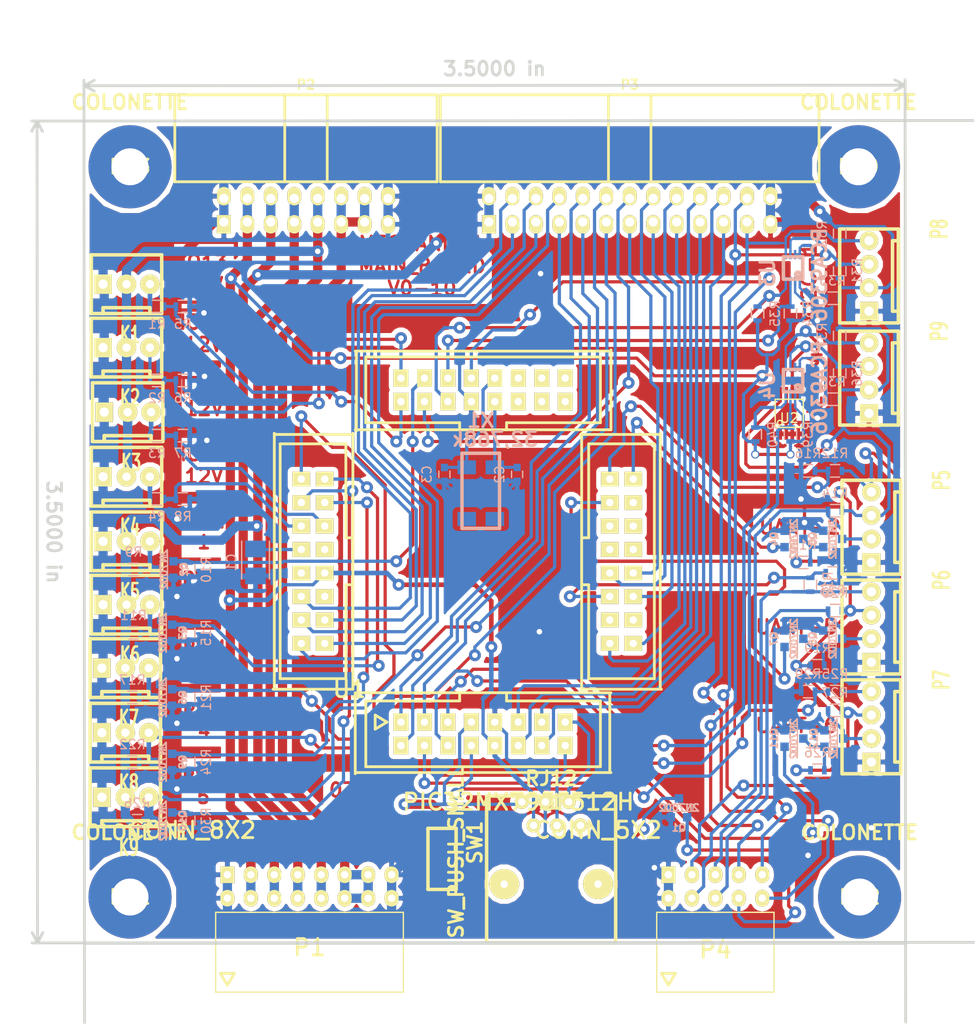
<source format=kicad_pcb>
(kicad_pcb (version 4) (host pcbnew "(2015-07-29 BZR 6016, Git 07ad6cb)-product")
  (layers (0 F.Cu signal) (31 B.Cu signal) (34 B.Paste user) (35 F.Paste user) (36 B.SilkS user) (37 F.SilkS user) (38 B.Mask user) (39 F.Mask user) (44 Edge.Cuts user))
  (net 0 "")
  (net 1 +12V)
  (net 2 +15V)
  (net 3 +5V)
  (net 4 +5VD)
  (net 5 /INT1)
  (net 6 /INT4)
  (net 7 /IO1)
  (net 8 /IO13)
  (net 9 /IO14)
  (net 10 /IO15)
  (net 11 /IO16)
  (net 12 /IO18)
  (net 13 /IO19)
  (net 14 /IO2)
  (net 15 /IO20)
  (net 16 /IO21)
  (net 17 /IO22)
  (net 18 /IO23)
  (net 19 /IO24)
  (net 20 /IO25)
  (net 21 /IO3)
  (net 22 /IO4)
  (net 23 /IO5)
  (net 24 /IO6)
  (net 25 /IO7)
  (net 26 /IO8)
  (net 27 /IO9)
  (net 28 /OC1)
  (net 29 /OC1-5V)
  (net 30 /OC2)
  (net 31 /OC2-5V)
  (net 32 /OC3)
  (net 33 /OC4)
  (net 34 /OC4-5V)
  (net 35 /OC5)
  (net 36 /OC5-5V)
  (net 37 /PGEC1)
  (net 38 /PGED1)
  (net 39 /RST)
  (net 40 /RSTA)
  (net 41 /RX2)
  (net 42 /RX2-5V)
  (net 43 /RX5)
  (net 44 /RX5-5V)
  (net 45 /RX6)
  (net 46 /RX6-5V)
  (net 47 /SCL1)
  (net 48 /SCL1-5V)
  (net 49 /SCL4)
  (net 50 /SCL4-5V)
  (net 51 /SDA1)
  (net 52 /SDA1-5V)
  (net 53 /SDA4)
  (net 54 /SDA4-5V)
  (net 55 /TX2)
  (net 56 /TX2-5V)
  (net 57 /TX5)
  (net 58 /TX5-5V)
  (net 59 /TX6)
  (net 60 /TX6-5V)
  (net 61 GND)
  (net 62 "Net-(C1-Pad1)")
  (net 63 "Net-(C2-Pad1)")
  (net 64 "Net-(C3-Pad1)")
  (net 65 +3V3)
  (net 66 "Net-(J1-Pad6)")
  (net 67 "Net-(J1-Pad8)")
  (net 68 "Net-(J1-Pad7)")
  (net 69 "Net-(K1-Pad3)")
  (net 70 "Net-(K2-Pad3)")
  (net 71 "Net-(K3-Pad3)")
  (net 72 "Net-(K4-Pad3)")
  (net 73 "Net-(K7-Pad3)")
  (net 74 "Net-(K10-Pad1)")
  (net 75 "Net-(K11-Pad1)")
  (net 76 "Net-(K12-Pad1)")
  (net 77 "Net-(K13-Pad1)")
  (net 78 "Net-(Q4-PadD)")
  (net 79 "Net-(Q7-PadD)")
  (net 80 "Net-(Q8-PadG)")
  (net 81 "Net-(Q11-PadD)")
  (net 82 "Net-(R33-Pad2)")
  (net 83 "Net-(R38-Pad2)")
  (net 84 "Net-(U1-Pad34)")
  (net 85 /IO28)
  (net 86 /IO29)
  (net 87 "Net-(U1-Pad35)")
  (net 88 "Net-(U1-Pad38)")
  (net 89 /IO30)
  (net 90 /IO12)
  (net 91 /IO10)
  (net 92 /IO11)
  (net 93 "Net-(U1-Pad25)")
  (net 94 "Net-(U1-Pad26)")
  (net 95 "Net-(U1-Pad19)")
  (net 96 "Net-(U1-Pad20)")
  (net 97 /IO27)
  (net 98 /IO26)
  (net 99 /IO17)
  (module LFXTAL003000 (layer B.Cu) (at 151.257 118.872 180)
    (fp_text reference X1 (at 1.524 5.08 180) (layer B.SilkS) (effects (font (thickness 0.3048)) (justify mirror)))
    (fp_text value 32,768k (at 0 3.048 180) (layer B.SilkS) (effects (font (thickness 0.3048)) (justify mirror)))
    (pad 1 smd rect (at 0 0 180) (size 2 1.5) (layers B.Cu B.Paste B.Mask) (net 63 "Net-(C2-Pad1)"))
    (pad 2 smd rect (at 3.048 0 180) (size 2 1.5) (layers B.Cu B.Paste B.Mask) (net 64 "Net-(C3-Pad1)"))
    (pad 3 smd rect (at 0 -5.588 180) (size 2 1.524) (layers B.Cu B.Paste B.Mask))
    (pad 4 smd rect (at 3.048 -5.588 180) (size 2 1.524) (layers B.Cu B.Paste B.Mask))
  )
  (module f4deb-mod-library:vasch_strip_8x2_90 (layer F.Cu) (at 130.81 85.979)
    (fp_text reference P2 (at 0 -8.5) (layer F.SilkS) (effects (font (thickness 0.2032))))
    (fp_text value CONN_8X2 hide)
    (pad 16 thru_hole oval (at 8.89 3.81) (size 1.5 2) (drill 1 (offset 0 -0.25)) (layers *.Cu *.Mask F.SilkS) (net 61 GND))
    (pad 15 thru_hole oval (at 8.89 6.35) (size 1.5 2) (drill 1 (offset 0 0.25)) (layers *.Cu *.Mask F.SilkS) (net 61 GND))
    (pad 13 thru_hole oval (at 6.35 6.35) (size 1.5 2) (drill 1 (offset 0 0.25)) (layers *.Cu *.Mask F.SilkS) (net 2 +15V))
    (pad 14 thru_hole oval (at 6.35 3.81) (size 1.5 2) (drill 1 (offset 0 -0.25)) (layers *.Cu *.Mask F.SilkS) (net 2 +15V))
    (pad 12 thru_hole oval (at 3.81 3.81) (size 1.5 2) (drill 1 (offset 0 -0.25)) (layers *.Cu *.Mask F.SilkS) (net 2 +15V))
    (pad 11 thru_hole oval (at 3.81 6.35) (size 1.5 2) (drill 1 (offset 0 0.25)) (layers *.Cu *.Mask F.SilkS) (net 2 +15V))
    (pad 9 thru_hole oval (at 1.27 6.35) (size 1.5 2) (drill 1 (offset 0 0.25)) (layers *.Cu *.Mask F.SilkS) (net 1 +12V))
    (pad 10 thru_hole oval (at 1.27 3.81) (size 1.5 2) (drill 1 (offset 0 -0.25)) (layers *.Cu *.Mask F.SilkS) (net 1 +12V))
    (pad 8 thru_hole oval (at -1.27 3.81) (size 1.5 2) (drill 1 (offset 0 -0.25)) (layers *.Cu *.Mask F.SilkS) (net 3 +5V))
    (pad 7 thru_hole oval (at -1.27 6.35) (size 1.5 2) (drill 1 (offset 0 0.25)) (layers *.Cu *.Mask F.SilkS) (net 3 +5V))
    (pad 1 thru_hole rect (at -8.89 6.35) (size 1.5 2) (drill 1 (offset 0 0.25)) (layers *.Cu *.Mask F.SilkS) (net 61 GND))
    (pad 2 thru_hole oval (at -8.89 3.81) (size 1.5 2) (drill 1 (offset 0 -0.25)) (layers *.Cu *.Mask F.SilkS) (net 61 GND))
    (pad 3 thru_hole oval (at -6.35 6.35) (size 1.5 2) (drill 1 (offset 0 0.25)) (layers *.Cu *.Mask F.SilkS) (net 65 +3V3))
    (pad 4 thru_hole oval (at -6.35 3.81) (size 1.5 2) (drill 1 (offset 0 -0.25)) (layers *.Cu *.Mask F.SilkS) (net 65 +3V3))
    (pad 5 thru_hole oval (at -3.81 6.35) (size 1.5 2) (drill 1 (offset 0 0.25)) (layers *.Cu *.Mask F.SilkS) (net 4 +5VD))
    (pad 6 thru_hole oval (at -3.81 3.81) (size 1.5 2) (drill 1 (offset 0 -0.25)) (layers *.Cu *.Mask F.SilkS) (net 4 +5VD))
  )
  (module f4deb-mod-library:COLONETTE (layer F.Cu) (at 190.627 86.36)
    (fp_text reference K10 (at 0 0) (layer F.SilkS) (effects (font (thickness 0.3048))))
    (fp_text value COLONETTE (at 0 -6.985) (layer F.SilkS) (effects (font (thickness 0.3048))))
    (pad 1 thru_hole circle (at 0 0) (size 8.99922 8.99922) (drill 4.0005) (layers *.Cu) (net 74 "Net-(K10-Pad1)"))
    (pad 1 thru_hole circle (at 0 0) (size 2 2) (drill 0.6) (layers *.Cu *.Mask F.SilkS) (net 74 "Net-(K10-Pad1)"))
  )
  (module f4deb-mod-library:COLONETTE (layer F.Cu) (at 111.76 165.354)
    (fp_text reference K11 (at 0 0) (layer F.SilkS) (effects (font (thickness 0.3048))))
    (fp_text value COLONETTE (at 0 -6.985) (layer F.SilkS) (effects (font (thickness 0.3048))))
    (pad 1 thru_hole circle (at 0 0) (size 8.99922 8.99922) (drill 4.0005) (layers *.Cu) (net 75 "Net-(K11-Pad1)"))
    (pad 1 thru_hole circle (at 0 0) (size 2 2) (drill 0.6) (layers *.Cu *.Mask F.SilkS) (net 75 "Net-(K11-Pad1)"))
  )
  (module f4deb-mod-library:COLONETTE (layer F.Cu) (at 190.754 165.354)
    (fp_text reference K12 (at 0 0) (layer F.SilkS) (effects (font (thickness 0.3048))))
    (fp_text value COLONETTE (at 0 -6.985) (layer F.SilkS) (effects (font (thickness 0.3048))))
    (pad 1 thru_hole circle (at 0 0) (size 8.99922 8.99922) (drill 4.0005) (layers *.Cu) (net 76 "Net-(K12-Pad1)"))
    (pad 1 thru_hole circle (at 0 0) (size 2 2) (drill 0.6) (layers *.Cu *.Mask F.SilkS) (net 76 "Net-(K12-Pad1)"))
  )
  (module f4deb-mod-library:COLONETTE (layer F.Cu) (at 111.76 86.36)
    (fp_text reference K13 (at 0 0) (layer F.SilkS) (effects (font (thickness 0.3048))))
    (fp_text value COLONETTE (at 0 -6.985) (layer F.SilkS) (effects (font (thickness 0.3048))))
    (pad 1 thru_hole circle (at 0 0) (size 8.99922 8.99922) (drill 4.0005) (layers *.Cu) (net 77 "Net-(K13-Pad1)"))
    (pad 1 thru_hole circle (at 0 0) (size 2 2) (drill 0.6) (layers *.Cu *.Mask F.SilkS) (net 77 "Net-(K13-Pad1)"))
  )
  (module f4deb-mod-library:KK-3 (layer F.Cu) (at 113.919 99.06 180)
    (fp_text reference K1 (at 2.159 -5.461 180) (layer F.SilkS) (effects (font (size 1.73482 1.08712) (thickness 0.27178))))
    (fp_text value CONN_3 hide)
    (pad 1 thru_hole rect (at 5.08 0 180) (size 1.89992 2.10058) (drill 1.00076) (layers *.Cu *.Mask F.SilkS) (net 61 GND))
    (pad 2 thru_hole circle (at 2.54 0 180) (size 2.10058 2.10058) (drill 0.89916) (layers *.Cu *.Mask F.SilkS) (net 1 +12V))
    (pad 3 thru_hole circle (at 0 0 180) (size 2.10058 2.10058) (drill 0.89916) (layers *.Cu *.Mask F.SilkS) (net 69 "Net-(K1-Pad3)"))
  )
  (module f4deb-mod-library:KK-3 (layer F.Cu) (at 113.919 105.918 180)
    (fp_text reference K2 (at 2.159 -5.461 180) (layer F.SilkS) (effects (font (size 1.73482 1.08712) (thickness 0.27178))))
    (fp_text value CONN_3 hide)
    (pad 1 thru_hole rect (at 5.08 0 180) (size 1.89992 2.10058) (drill 1.00076) (layers *.Cu *.Mask F.SilkS) (net 61 GND))
    (pad 2 thru_hole circle (at 2.54 0 180) (size 2.10058 2.10058) (drill 0.89916) (layers *.Cu *.Mask F.SilkS) (net 1 +12V))
    (pad 3 thru_hole circle (at 0 0 180) (size 2.10058 2.10058) (drill 0.89916) (layers *.Cu *.Mask F.SilkS) (net 70 "Net-(K2-Pad3)"))
  )
  (module f4deb-mod-library:KK-3 (layer F.Cu) (at 114.046 112.903 180)
    (fp_text reference K3 (at 2.159 -5.461 180) (layer F.SilkS) (effects (font (size 1.73482 1.08712) (thickness 0.27178))))
    (fp_text value CONN_3 hide)
    (pad 1 thru_hole rect (at 5.08 0 180) (size 1.89992 2.10058) (drill 1.00076) (layers *.Cu *.Mask F.SilkS) (net 61 GND))
    (pad 2 thru_hole circle (at 2.54 0 180) (size 2.10058 2.10058) (drill 0.89916) (layers *.Cu *.Mask F.SilkS) (net 1 +12V))
    (pad 3 thru_hole circle (at 0 0 180) (size 2.10058 2.10058) (drill 0.89916) (layers *.Cu *.Mask F.SilkS) (net 71 "Net-(K3-Pad3)"))
  )
  (module f4deb-mod-library:KK-3 (layer F.Cu) (at 113.919 119.888 180)
    (fp_text reference K4 (at 2.159 -5.461 180) (layer F.SilkS) (effects (font (size 1.73482 1.08712) (thickness 0.27178))))
    (fp_text value CONN_3 hide)
    (pad 1 thru_hole rect (at 5.08 0 180) (size 1.89992 2.10058) (drill 1.00076) (layers *.Cu *.Mask F.SilkS) (net 61 GND))
    (pad 2 thru_hole circle (at 2.54 0 180) (size 2.10058 2.10058) (drill 0.89916) (layers *.Cu *.Mask F.SilkS) (net 1 +12V))
    (pad 3 thru_hole circle (at 0 0 180) (size 2.10058 2.10058) (drill 0.89916) (layers *.Cu *.Mask F.SilkS) (net 72 "Net-(K4-Pad3)"))
  )
  (module f4deb-mod-library:KK-3 (layer F.Cu) (at 113.919 126.873 180)
    (fp_text reference K5 (at 2.159 -5.461 180) (layer F.SilkS) (effects (font (size 1.73482 1.08712) (thickness 0.27178))))
    (fp_text value CONN_3 hide)
    (pad 1 thru_hole rect (at 5.08 0 180) (size 1.89992 2.10058) (drill 1.00076) (layers *.Cu *.Mask F.SilkS) (net 61 GND))
    (pad 2 thru_hole circle (at 2.54 0 180) (size 2.10058 2.10058) (drill 0.89916) (layers *.Cu *.Mask F.SilkS) (net 3 +5V))
    (pad 3 thru_hole circle (at 0 0 180) (size 2.10058 2.10058) (drill 0.89916) (layers *.Cu *.Mask F.SilkS) (net 29 /OC1-5V))
  )
  (module f4deb-mod-library:KK-3 (layer F.Cu) (at 113.919 133.731 180)
    (fp_text reference K6 (at 2.159 -5.461 180) (layer F.SilkS) (effects (font (size 1.73482 1.08712) (thickness 0.27178))))
    (fp_text value CONN_3 hide)
    (pad 1 thru_hole rect (at 5.08 0 180) (size 1.89992 2.10058) (drill 1.00076) (layers *.Cu *.Mask F.SilkS) (net 61 GND))
    (pad 2 thru_hole circle (at 2.54 0 180) (size 2.10058 2.10058) (drill 0.89916) (layers *.Cu *.Mask F.SilkS) (net 3 +5V))
    (pad 3 thru_hole circle (at 0 0 180) (size 2.10058 2.10058) (drill 0.89916) (layers *.Cu *.Mask F.SilkS) (net 31 /OC2-5V))
  )
  (module f4deb-mod-library:KK-3 (layer F.Cu) (at 113.792 140.589 180)
    (fp_text reference K7 (at 2.159 -5.461 180) (layer F.SilkS) (effects (font (size 1.73482 1.08712) (thickness 0.27178))))
    (fp_text value CONN_3 hide)
    (pad 1 thru_hole rect (at 5.08 0 180) (size 1.89992 2.10058) (drill 1.00076) (layers *.Cu *.Mask F.SilkS) (net 61 GND))
    (pad 2 thru_hole circle (at 2.54 0 180) (size 2.10058 2.10058) (drill 0.89916) (layers *.Cu *.Mask F.SilkS) (net 3 +5V))
    (pad 3 thru_hole circle (at 0 0 180) (size 2.10058 2.10058) (drill 0.89916) (layers *.Cu *.Mask F.SilkS) (net 73 "Net-(K7-Pad3)"))
  )
  (module f4deb-mod-library:KK-3 (layer F.Cu) (at 113.792 147.574 180)
    (fp_text reference K8 (at 2.159 -5.461 180) (layer F.SilkS) (effects (font (size 1.73482 1.08712) (thickness 0.27178))))
    (fp_text value CONN_3 hide)
    (pad 1 thru_hole rect (at 5.08 0 180) (size 1.89992 2.10058) (drill 1.00076) (layers *.Cu *.Mask F.SilkS) (net 61 GND))
    (pad 2 thru_hole circle (at 2.54 0 180) (size 2.10058 2.10058) (drill 0.89916) (layers *.Cu *.Mask F.SilkS) (net 3 +5V))
    (pad 3 thru_hole circle (at 0 0 180) (size 2.10058 2.10058) (drill 0.89916) (layers *.Cu *.Mask F.SilkS) (net 34 /OC4-5V))
  )
  (module f4deb-mod-library:KK-3 (layer F.Cu) (at 113.792 154.559 180)
    (fp_text reference K9 (at 2.159 -5.461 180) (layer F.SilkS) (effects (font (size 1.73482 1.08712) (thickness 0.27178))))
    (fp_text value CONN_3 hide)
    (pad 1 thru_hole rect (at 5.08 0 180) (size 1.89992 2.10058) (drill 1.00076) (layers *.Cu *.Mask F.SilkS) (net 61 GND))
    (pad 2 thru_hole circle (at 2.54 0 180) (size 2.10058 2.10058) (drill 0.89916) (layers *.Cu *.Mask F.SilkS) (net 3 +5V))
    (pad 3 thru_hole circle (at 0 0 180) (size 2.10058 2.10058) (drill 0.89916) (layers *.Cu *.Mask F.SilkS) (net 36 /OC5-5V))
  )
  (module f4deb-mod-library:KK-4 (layer F.Cu) (at 191.77 94.361 270)
    (fp_text reference P8 (at -1.27 -7.62 270) (layer F.SilkS) (effects (font (size 1.73482 1.08712) (thickness 0.27178))))
    (fp_text value CONN_4 hide)
    (pad 1 thru_hole rect (at 7.62 0 270) (size 1.99898 1.99898) (drill 1.00076) (layers *.Cu *.Mask F.SilkS) (net 61 GND))
    (pad 2 thru_hole circle (at 5.08 0 270) (size 1.99898 1.99898) (drill 1.00076) (layers *.Cu *.Mask F.SilkS) (net 4 +5VD))
    (pad 3 thru_hole circle (at 2.54 0 270) (size 1.99898 1.99898) (drill 1.00076) (layers *.Cu *.Mask F.SilkS) (net 48 /SCL1-5V))
    (pad 4 thru_hole circle (at 0 0 270) (size 1.99898 1.99898) (drill 1.00076) (layers *.Cu *.Mask F.SilkS) (net 52 /SDA1-5V))
  )
  (module f4deb-mod-library:KK-4 (layer F.Cu) (at 192.024 121.539 270)
    (fp_text reference P5 (at -1.27 -7.62 270) (layer F.SilkS) (effects (font (size 1.73482 1.08712) (thickness 0.27178))))
    (fp_text value CONN_4 hide)
    (pad 1 thru_hole rect (at 7.62 0 270) (size 1.99898 1.99898) (drill 1.00076) (layers *.Cu *.Mask F.SilkS) (net 61 GND))
    (pad 2 thru_hole circle (at 5.08 0 270) (size 1.99898 1.99898) (drill 1.00076) (layers *.Cu *.Mask F.SilkS) (net 56 /TX2-5V))
    (pad 3 thru_hole circle (at 2.54 0 270) (size 1.99898 1.99898) (drill 1.00076) (layers *.Cu *.Mask F.SilkS) (net 4 +5VD))
    (pad 4 thru_hole circle (at 0 0 270) (size 1.99898 1.99898) (drill 1.00076) (layers *.Cu *.Mask F.SilkS) (net 42 /RX2-5V))
  )
  (module f4deb-mod-library:KK-4 (layer F.Cu) (at 192.024 143.129 270)
    (fp_text reference P7 (at -1.27 -7.62 270) (layer F.SilkS) (effects (font (size 1.73482 1.08712) (thickness 0.27178))))
    (fp_text value CONN_4 hide)
    (pad 1 thru_hole rect (at 7.62 0 270) (size 1.99898 1.99898) (drill 1.00076) (layers *.Cu *.Mask F.SilkS) (net 61 GND))
    (pad 2 thru_hole circle (at 5.08 0 270) (size 1.99898 1.99898) (drill 1.00076) (layers *.Cu *.Mask F.SilkS) (net 60 /TX6-5V))
    (pad 3 thru_hole circle (at 2.54 0 270) (size 1.99898 1.99898) (drill 1.00076) (layers *.Cu *.Mask F.SilkS) (net 4 +5VD))
    (pad 4 thru_hole circle (at 0 0 270) (size 1.99898 1.99898) (drill 1.00076) (layers *.Cu *.Mask F.SilkS) (net 46 /RX6-5V))
  )
  (module f4deb-mod-library:KK-4 (layer F.Cu) (at 191.77 105.41 270)
    (fp_text reference P9 (at -1.27 -7.62 270) (layer F.SilkS) (effects (font (size 1.73482 1.08712) (thickness 0.27178))))
    (fp_text value CONN_4 hide)
    (pad 1 thru_hole rect (at 7.62 0 270) (size 1.99898 1.99898) (drill 1.00076) (layers *.Cu *.Mask F.SilkS) (net 61 GND))
    (pad 2 thru_hole circle (at 5.08 0 270) (size 1.99898 1.99898) (drill 1.00076) (layers *.Cu *.Mask F.SilkS) (net 4 +5VD))
    (pad 3 thru_hole circle (at 2.54 0 270) (size 1.99898 1.99898) (drill 1.00076) (layers *.Cu *.Mask F.SilkS) (net 50 /SCL4-5V))
    (pad 4 thru_hole circle (at 0 0 270) (size 1.99898 1.99898) (drill 1.00076) (layers *.Cu *.Mask F.SilkS) (net 54 /SDA4-5V))
  )
  (module f4deb-mod-library:KK-4 (layer F.Cu) (at 192.024 132.334 270)
    (fp_text reference P6 (at -1.27 -7.62 270) (layer F.SilkS) (effects (font (size 1.73482 1.08712) (thickness 0.27178))))
    (fp_text value CONN_4 hide)
    (pad 1 thru_hole rect (at 7.62 0 270) (size 1.99898 1.99898) (drill 1.00076) (layers *.Cu *.Mask F.SilkS) (net 61 GND))
    (pad 2 thru_hole circle (at 5.08 0 270) (size 1.99898 1.99898) (drill 1.00076) (layers *.Cu *.Mask F.SilkS) (net 58 /TX5-5V))
    (pad 3 thru_hole circle (at 2.54 0 270) (size 1.99898 1.99898) (drill 1.00076) (layers *.Cu *.Mask F.SilkS) (net 4 +5VD))
    (pad 4 thru_hole circle (at 0 0 270) (size 1.99898 1.99898) (drill 1.00076) (layers *.Cu *.Mask F.SilkS) (net 44 /RX5-5V))
  )
  (module f4deb-mod-library:vasch_strip_13x2_90 (layer F.Cu) (at 165.862 85.979)
    (fp_text reference P3 (at 0 -8.5) (layer F.SilkS) (effects (font (thickness 0.2032))))
    (fp_text value CONN_13X2 hide)
    (pad 25 thru_hole oval (at 15.24 6.35) (size 1.5 2) (drill 1 (offset 0 0.25)) (layers *.Cu *.Mask F.SilkS) (net 61 GND))
    (pad 26 thru_hole oval (at 15.24 3.81) (size 1.5 2) (drill 1 (offset 0 -0.25)) (layers *.Cu *.Mask F.SilkS) (net 61 GND))
    (pad 24 thru_hole oval (at 12.7 3.81) (size 1.5 2) (drill 1 (offset 0 -0.25)) (layers *.Cu *.Mask F.SilkS) (net 48 /SCL1-5V))
    (pad 23 thru_hole oval (at 12.7 6.35) (size 1.5 2) (drill 1 (offset 0 0.25)) (layers *.Cu *.Mask F.SilkS) (net 52 /SDA1-5V))
    (pad 21 thru_hole oval (at 10.16 6.35) (size 1.5 2) (drill 1 (offset 0 0.25)) (layers *.Cu *.Mask F.SilkS) (net 7 /IO1))
    (pad 22 thru_hole oval (at 10.16 3.81) (size 1.5 2) (drill 1 (offset 0 -0.25)) (layers *.Cu *.Mask F.SilkS) (net 14 /IO2))
    (pad 20 thru_hole oval (at 7.62 3.81) (size 1.5 2) (drill 1 (offset 0 -0.25)) (layers *.Cu *.Mask F.SilkS) (net 22 /IO4))
    (pad 19 thru_hole oval (at 7.62 6.35) (size 1.5 2) (drill 1 (offset 0 0.25)) (layers *.Cu *.Mask F.SilkS) (net 21 /IO3))
    (pad 17 thru_hole oval (at 5.08 6.35) (size 1.5 2) (drill 1 (offset 0 0.25)) (layers *.Cu *.Mask F.SilkS) (net 23 /IO5))
    (pad 18 thru_hole oval (at 5.08 3.81) (size 1.5 2) (drill 1 (offset 0 -0.25)) (layers *.Cu *.Mask F.SilkS) (net 24 /IO6))
    (pad 16 thru_hole oval (at 2.54 3.81) (size 1.5 2) (drill 1 (offset 0 -0.25)) (layers *.Cu *.Mask F.SilkS) (net 26 /IO8))
    (pad 15 thru_hole oval (at 2.54 6.35) (size 1.5 2) (drill 1 (offset 0 0.25)) (layers *.Cu *.Mask F.SilkS) (net 25 /IO7))
    (pad 13 thru_hole oval (at 0 6.35) (size 1.5 2) (drill 1 (offset 0 0.25)) (layers *.Cu *.Mask F.SilkS) (net 27 /IO9))
    (pad 14 thru_hole oval (at 0 3.81) (size 1.5 2) (drill 1 (offset 0 -0.25)) (layers *.Cu *.Mask F.SilkS) (net 6 /INT4))
    (pad 12 thru_hole oval (at -2.54 3.81) (size 1.5 2) (drill 1 (offset 0 -0.25)) (layers *.Cu *.Mask F.SilkS) (net 36 /OC5-5V))
    (pad 11 thru_hole oval (at -2.54 6.35) (size 1.5 2) (drill 1 (offset 0 0.25)) (layers *.Cu *.Mask F.SilkS) (net 34 /OC4-5V))
    (pad 9 thru_hole oval (at -5.08 6.35) (size 1.5 2) (drill 1 (offset 0 0.25)) (layers *.Cu *.Mask F.SilkS) (net 20 /IO25))
    (pad 10 thru_hole oval (at -5.08 3.81) (size 1.5 2) (drill 1 (offset 0 -0.25)) (layers *.Cu *.Mask F.SilkS) (net 19 /IO24))
    (pad 8 thru_hole oval (at -7.62 3.81) (size 1.5 2) (drill 1 (offset 0 -0.25)) (layers *.Cu *.Mask F.SilkS) (net 17 /IO22))
    (pad 7 thru_hole oval (at -7.62 6.35) (size 1.5 2) (drill 1 (offset 0 0.25)) (layers *.Cu *.Mask F.SilkS) (net 18 /IO23))
    (pad 1 thru_hole rect (at -15.24 6.35) (size 1.5 2) (drill 1 (offset 0 0.25)) (layers *.Cu *.Mask F.SilkS) (net 61 GND))
    (pad 2 thru_hole oval (at -15.24 3.81) (size 1.5 2) (drill 1 (offset 0 -0.25)) (layers *.Cu *.Mask F.SilkS) (net 61 GND))
    (pad 3 thru_hole oval (at -12.7 6.35) (size 1.5 2) (drill 1 (offset 0 0.25)) (layers *.Cu *.Mask F.SilkS) (net 13 /IO19))
    (pad 4 thru_hole oval (at -12.7 3.81) (size 1.5 2) (drill 1 (offset 0 -0.25)) (layers *.Cu *.Mask F.SilkS) (net 12 /IO18))
    (pad 5 thru_hole oval (at -10.16 6.35) (size 1.5 2) (drill 1 (offset 0 0.25)) (layers *.Cu *.Mask F.SilkS) (net 16 /IO21))
    (pad 6 thru_hole oval (at -10.16 3.81) (size 1.5 2) (drill 1 (offset 0 -0.25)) (layers *.Cu *.Mask F.SilkS) (net 15 /IO20))
  )
  (module f4deb-mod-library:PIC32_64 (layer F.Cu) (at 141.097 148.971)
    (fp_text reference U1 (at -5.588 -6.096) (layer F.SilkS) (effects (font (size 1.778 1.778) (thickness 0.3048))))
    (fp_text value PIC32MX795F512H (at 12.7 6.096) (layer F.SilkS) (effects (font (size 1.778 1.778) (thickness 0.3048))))
    (pad 15 thru_hole rect (at 17.78 -2.54254 270) (size 1.89992 1.6002) (drill 0.8001) (layers *.Cu *.Mask F.SilkS) (net 37 /PGEC1))
    (pad 16 thru_hole rect (at 17.78 -0.00254 270) (size 1.89992 1.6002) (drill 0.8001) (layers *.Cu *.Mask F.SilkS) (net 38 /PGED1))
    (pad 13 thru_hole rect (at 15.24 -2.54254 270) (size 1.89992 1.6002) (drill 0.8001) (layers *.Cu *.Mask F.SilkS) (net 14 /IO2))
    (pad 14 thru_hole rect (at 15.24 -0.00254 270) (size 1.89992 1.6002) (drill 0.8001) (layers *.Cu *.Mask F.SilkS) (net 7 /IO1))
    (pad 11 thru_hole rect (at 12.7 -2.54254 270) (size 1.89992 1.6002) (drill 0.8001) (layers *.Cu *.Mask F.SilkS) (net 22 /IO4))
    (pad 12 thru_hole rect (at 12.7 -0.00254 270) (size 1.89992 1.6002) (drill 0.8001) (layers *.Cu *.Mask F.SilkS) (net 21 /IO3))
    (pad 9 thru_hole rect (at 10.16 -2.54254 270) (size 1.89992 1.6002) (drill 0.8001) (layers *.Cu *.Mask F.SilkS) (net 61 GND))
    (pad 10 thru_hole rect (at 10.16 -0.00254 270) (size 1.89992 1.6002) (drill 0.8001) (layers *.Cu *.Mask F.SilkS) (net 65 +3V3))
    (pad 7 thru_hole rect (at 7.62 -2.54254 270) (size 1.89992 1.6002) (drill 0.8001) (layers *.Cu *.Mask F.SilkS) (net 40 /RSTA))
    (pad 8 thru_hole rect (at 7.62 -0.00254 270) (size 1.89992 1.6002) (drill 0.8001) (layers *.Cu *.Mask F.SilkS) (net 45 /RX6))
    (pad 5 thru_hole rect (at 5.08 -2.54254 270) (size 1.89992 1.6002) (drill 0.8001) (layers *.Cu *.Mask F.SilkS) (net 53 /SDA4))
    (pad 6 thru_hole rect (at 5.08 -0.00254 270) (size 1.89992 1.6002) (drill 0.8001) (layers *.Cu *.Mask F.SilkS) (net 49 /SCL4))
    (pad 3 thru_hole rect (at 2.54 -2.54254 270) (size 1.89992 1.6002) (drill 0.8001) (layers *.Cu *.Mask F.SilkS) (net 20 /IO25))
    (pad 4 thru_hole rect (at 2.54 -0.00254 270) (size 1.89992 1.6002) (drill 0.8001) (layers *.Cu *.Mask F.SilkS) (net 59 /TX6))
    (pad 1 thru_hole rect (at 0 -2.54254 270) (size 1.89992 1.6002) (drill 0.8001) (layers *.Cu *.Mask F.SilkS) (net 18 /IO23))
    (pad 2 thru_hole rect (at 0 -0.00254 270) (size 1.89992 1.6002) (drill 0.8001) (layers *.Cu *.Mask F.SilkS) (net 19 /IO24))
    (pad 34 thru_hole rect (at 17.78 -39.751 270) (size 1.89992 1.6002) (drill 0.8001) (layers *.Cu *.Mask F.SilkS) (net 84 "Net-(U1-Pad34)"))
    (pad 33 thru_hole rect (at 17.78 -37.211 270) (size 1.89992 1.6002) (drill 0.8001) (layers *.Cu *.Mask F.SilkS) (net 85 /IO28))
    (pad 36 thru_hole rect (at 15.24 -39.751 270) (size 1.89992 1.6002) (drill 0.8001) (layers *.Cu *.Mask F.SilkS) (net 86 /IO29))
    (pad 35 thru_hole rect (at 15.24 -37.211 270) (size 1.89992 1.6002) (drill 0.8001) (layers *.Cu *.Mask F.SilkS) (net 87 "Net-(U1-Pad35)"))
    (pad 38 thru_hole rect (at 12.7 -39.751 270) (size 1.89992 1.6002) (drill 0.8001) (layers *.Cu *.Mask F.SilkS) (net 88 "Net-(U1-Pad38)"))
    (pad 37 thru_hole rect (at 12.7 -37.211 270) (size 1.89992 1.6002) (drill 0.8001) (layers *.Cu *.Mask F.SilkS) (net 89 /IO30))
    (pad 40 thru_hole rect (at 10.16 -39.751 270) (size 1.89992 1.6002) (drill 0.8001) (layers *.Cu *.Mask F.SilkS) (net 64 "Net-(C3-Pad1)"))
    (pad 39 thru_hole rect (at 10.16 -37.211 270) (size 1.89992 1.6002) (drill 0.8001) (layers *.Cu *.Mask F.SilkS) (net 63 "Net-(C2-Pad1)"))
    (pad 42 thru_hole rect (at 7.62 -39.751 270) (size 1.89992 1.6002) (drill 0.8001) (layers *.Cu *.Mask F.SilkS) (net 5 /INT1))
    (pad 41 thru_hole rect (at 7.62 -37.211 270) (size 1.89992 1.6002) (drill 0.8001) (layers *.Cu *.Mask F.SilkS) (net 61 GND))
    (pad 44 thru_hole rect (at 5.08 -39.751 270) (size 1.89992 1.6002) (drill 0.8001) (layers *.Cu *.Mask F.SilkS) (net 47 /SCL1))
    (pad 43 thru_hole rect (at 5.08 -37.211 270) (size 1.89992 1.6002) (drill 0.8001) (layers *.Cu *.Mask F.SilkS) (net 51 /SDA1))
    (pad 46 thru_hole rect (at 2.54 -39.751 270) (size 1.89992 1.6002) (drill 0.8001) (layers *.Cu *.Mask F.SilkS) (net 28 /OC1))
    (pad 45 thru_hole rect (at 2.54 -37.211 270) (size 1.89992 1.6002) (drill 0.8001) (layers *.Cu *.Mask F.SilkS) (net 6 /INT4))
    (pad 48 thru_hole rect (at 0 -39.751 270) (size 1.89992 1.6002) (drill 0.8001) (layers *.Cu *.Mask F.SilkS) (net 9 /IO14))
    (pad 47 thru_hole rect (at 0 -37.211 270) (size 1.89992 1.6002) (drill 0.8001) (layers *.Cu *.Mask F.SilkS) (net 8 /IO13))
    (pad 31 thru_hole rect (at 22.606 -28.829 270) (size 1.6002 1.89992) (drill 0.8001) (layers *.Cu *.Mask F.SilkS) (net 41 /RX2))
    (pad 32 thru_hole rect (at 25.146 -28.829 270) (size 1.6002 1.89992) (drill 0.8001) (layers *.Cu *.Mask F.SilkS) (net 55 /TX2))
    (pad 29 thru_hole rect (at 22.606 -26.289 270) (size 1.6002 1.89992) (drill 0.8001) (layers *.Cu *.Mask F.SilkS) (net 57 /TX5))
    (pad 30 thru_hole rect (at 25.146 -26.289 270) (size 1.6002 1.89992) (drill 0.8001) (layers *.Cu *.Mask F.SilkS) (net 90 /IO12))
    (pad 27 thru_hole rect (at 22.606 -23.749 270) (size 1.6002 1.89992) (drill 0.8001) (layers *.Cu *.Mask F.SilkS) (net 91 /IO10))
    (pad 28 thru_hole rect (at 25.146 -23.749 270) (size 1.6002 1.89992) (drill 0.8001) (layers *.Cu *.Mask F.SilkS) (net 92 /IO11))
    (pad 25 thru_hole rect (at 22.606 -21.209 270) (size 1.6002 1.89992) (drill 0.8001) (layers *.Cu *.Mask F.SilkS) (net 93 "Net-(U1-Pad25)"))
    (pad 26 thru_hole rect (at 25.146 -21.209 270) (size 1.6002 1.89992) (drill 0.8001) (layers *.Cu *.Mask F.SilkS) (net 94 "Net-(U1-Pad26)"))
    (pad 23 thru_hole rect (at 22.606 -18.669 270) (size 1.6002 1.89992) (drill 0.8001) (layers *.Cu *.Mask F.SilkS) (net 26 /IO8))
    (pad 24 thru_hole rect (at 25.146 -18.669 270) (size 1.6002 1.89992) (drill 0.8001) (layers *.Cu *.Mask F.SilkS) (net 27 /IO9))
    (pad 21 thru_hole rect (at 22.606 -16.129 270) (size 1.6002 1.89992) (drill 0.8001) (layers *.Cu *.Mask F.SilkS) (net 43 /RX5))
    (pad 22 thru_hole rect (at 25.146 -16.129 270) (size 1.6002 1.89992) (drill 0.8001) (layers *.Cu *.Mask F.SilkS) (net 25 /IO7))
    (pad 19 thru_hole rect (at 22.606 -13.589 270) (size 1.6002 1.89992) (drill 0.8001) (layers *.Cu *.Mask F.SilkS) (net 95 "Net-(U1-Pad19)"))
    (pad 20 thru_hole rect (at 25.146 -13.589 270) (size 1.6002 1.89992) (drill 0.8001) (layers *.Cu *.Mask F.SilkS) (net 96 "Net-(U1-Pad20)"))
    (pad 17 thru_hole rect (at 22.606 -11.049 270) (size 1.6002 1.89992) (drill 0.8001) (layers *.Cu *.Mask F.SilkS) (net 23 /IO5))
    (pad 18 thru_hole rect (at 25.146 -11.049 270) (size 1.6002 1.89992) (drill 0.8001) (layers *.Cu *.Mask F.SilkS) (net 24 /IO6))
    (pad 64 thru_hole rect (at -10.795 -11.049 270) (size 1.6002 1.89992) (drill 0.8001) (layers *.Cu *.Mask F.SilkS) (net 17 /IO22))
    (pad 63 thru_hole rect (at -8.255 -11.049 270) (size 1.6002 1.89992) (drill 0.8001) (layers *.Cu *.Mask F.SilkS) (net 16 /IO21))
    (pad 62 thru_hole rect (at -10.795 -13.589 270) (size 1.6002 1.89992) (drill 0.8001) (layers *.Cu *.Mask F.SilkS) (net 15 /IO20))
    (pad 61 thru_hole rect (at -8.255 -13.589 270) (size 1.6002 1.89992) (drill 0.8001) (layers *.Cu *.Mask F.SilkS) (net 13 /IO19))
    (pad 60 thru_hole rect (at -10.795 -16.129 270) (size 1.6002 1.89992) (drill 0.8001) (layers *.Cu *.Mask F.SilkS) (net 12 /IO18))
    (pad 59 thru_hole rect (at -8.255 -16.129 270) (size 1.6002 1.89992) (drill 0.8001) (layers *.Cu *.Mask F.SilkS) (net 97 /IO27))
    (pad 58 thru_hole rect (at -10.795 -18.669 270) (size 1.6002 1.89992) (drill 0.8001) (layers *.Cu *.Mask F.SilkS) (net 98 /IO26))
    (pad 57 thru_hole rect (at -8.255 -18.669 270) (size 1.6002 1.89992) (drill 0.8001) (layers *.Cu *.Mask F.SilkS) (net 65 +3V3))
    (pad 56 thru_hole rect (at -10.795 -21.209 270) (size 1.6002 1.89992) (drill 0.8001) (layers *.Cu *.Mask F.SilkS) (net 62 "Net-(C1-Pad1)"))
    (pad 55 thru_hole rect (at -8.255 -21.209 270) (size 1.6002 1.89992) (drill 0.8001) (layers *.Cu *.Mask F.SilkS) (net 99 /IO17))
    (pad 54 thru_hole rect (at -10.795 -23.749 270) (size 1.6002 1.89992) (drill 0.8001) (layers *.Cu *.Mask F.SilkS) (net 11 /IO16))
    (pad 53 thru_hole rect (at -8.255 -23.749 270) (size 1.6002 1.89992) (drill 0.8001) (layers *.Cu *.Mask F.SilkS) (net 10 /IO15))
    (pad 52 thru_hole rect (at -10.795 -26.289 270) (size 1.6002 1.89992) (drill 0.8001) (layers *.Cu *.Mask F.SilkS) (net 35 /OC5))
    (pad 51 thru_hole rect (at -8.255 -26.289 270) (size 1.6002 1.89992) (drill 0.8001) (layers *.Cu *.Mask F.SilkS) (net 33 /OC4))
    (pad 50 thru_hole rect (at -10.795 -28.829 270) (size 1.6002 1.89992) (drill 0.8001) (layers *.Cu *.Mask F.SilkS) (net 32 /OC3))
    (pad 49 thru_hole rect (at -8.255 -28.829 270) (size 1.6002 1.89992) (drill 0.8001) (layers *.Cu *.Mask F.SilkS) (net 30 /OC2))
  )
  (module Resistors_SMD:R_0603 (layer B.Cu) (at 114.681 101.473)
    (fp_text reference R1 (at 0 1.9) (layer B.SilkS) (effects (justify mirror)))
    (fp_text value 47k)
    (pad 1 smd rect (at -0.75 0) (size 0.5 0.9) (layers B.Cu B.Paste B.Mask) (net 69 "Net-(K1-Pad3)"))
    (pad 2 smd rect (at 0.75 0) (size 0.5 0.9) (layers B.Cu B.Paste B.Mask) (net 8 /IO13))
  )
  (module Resistors_SMD:R_0603 (layer B.Cu) (at 186.182 140.335 180)
    (fp_text reference R19 (at 0 1.9 180) (layer B.SilkS) (effects (justify mirror)))
    (fp_text value 10k)
    (pad 1 smd rect (at -0.75 0 180) (size 0.5 0.9) (layers B.Cu B.Paste B.Mask) (net 80 "Net-(Q8-PadG)"))
    (pad 2 smd rect (at 0.75 0 180) (size 0.5 0.9) (layers B.Cu B.Paste B.Mask) (net 4 +5VD))
  )
  (module Resistors_SMD:R_0603 (layer B.Cu) (at 188.087 145.161 180)
    (fp_text reference R27 (at 0 1.9 180) (layer B.SilkS) (effects (justify mirror)))
    (fp_text value 10k)
    (pad 1 smd rect (at -0.75 0 180) (size 0.5 0.9) (layers B.Cu B.Paste B.Mask) (net 4 +5VD))
    (pad 2 smd rect (at 0.75 0 180) (size 0.5 0.9) (layers B.Cu B.Paste B.Mask) (net 60 /TX6-5V))
  )
  (module Resistors_SMD:R_0603 (layer B.Cu) (at 186.182 151.638 180)
    (fp_text reference R26 (at 0 1.9 180) (layer B.SilkS) (effects (justify mirror)))
    (fp_text value 10k)
    (pad 1 smd rect (at -0.75 0 180) (size 0.5 0.9) (layers B.Cu B.Paste B.Mask) (net 81 "Net-(Q11-PadD)"))
    (pad 2 smd rect (at 0.75 0 180) (size 0.5 0.9) (layers B.Cu B.Paste B.Mask) (net 4 +5VD))
  )
  (module Resistors_SMD:R_0603 (layer B.Cu) (at 185.166 143.129 180)
    (fp_text reference R29 (at 0 1.9 180) (layer B.SilkS) (effects (justify mirror)))
    (fp_text value 22k)
    (pad 1 smd rect (at -0.75 0 180) (size 0.5 0.9) (layers B.Cu B.Paste B.Mask) (net 45 /RX6))
    (pad 2 smd rect (at 0.75 0 180) (size 0.5 0.9) (layers B.Cu B.Paste B.Mask) (net 61 GND))
  )
  (module Resistors_SMD:R_0603 (layer B.Cu) (at 188.087 143.129 180)
    (fp_text reference R25 (at 0 1.9 180) (layer B.SilkS) (effects (justify mirror)))
    (fp_text value 12k)
    (pad 1 smd rect (at -0.75 0 180) (size 0.5 0.9) (layers B.Cu B.Paste B.Mask) (net 46 /RX6-5V))
    (pad 2 smd rect (at 0.75 0 180) (size 0.5 0.9) (layers B.Cu B.Paste B.Mask) (net 45 /RX6))
  )
  (module Resistors_SMD:R_0603 (layer B.Cu) (at 188.087 134.366 180)
    (fp_text reference R20 (at 0 1.9 180) (layer B.SilkS) (effects (justify mirror)))
    (fp_text value 10k)
    (pad 1 smd rect (at -0.75 0 180) (size 0.5 0.9) (layers B.Cu B.Paste B.Mask) (net 4 +5VD))
    (pad 2 smd rect (at 0.75 0 180) (size 0.5 0.9) (layers B.Cu B.Paste B.Mask) (net 58 /TX5-5V))
  )
  (module Resistors_SMD:R_0603 (layer B.Cu) (at 188.087 123.571 180)
    (fp_text reference R14 (at 0 1.9 180) (layer B.SilkS) (effects (justify mirror)))
    (fp_text value 10k)
    (pad 1 smd rect (at -0.75 0 180) (size 0.5 0.9) (layers B.Cu B.Paste B.Mask) (net 4 +5VD))
    (pad 2 smd rect (at 0.75 0 180) (size 0.5 0.9) (layers B.Cu B.Paste B.Mask) (net 56 /TX2-5V))
  )
  (module Resistors_SMD:R_0603 (layer B.Cu) (at 184.658 129.159 180)
    (fp_text reference R13 (at 0 1.9 180) (layer B.SilkS) (effects (justify mirror)))
    (fp_text value 10k)
    (pad 1 smd rect (at -0.75 0 180) (size 0.5 0.9) (layers B.Cu B.Paste B.Mask) (net 78 "Net-(Q4-PadD)"))
    (pad 2 smd rect (at 0.75 0 180) (size 0.5 0.9) (layers B.Cu B.Paste B.Mask) (net 4 +5VD))
  )
  (module Resistors_SMD:R_0603 (layer B.Cu) (at 185.166 119.253 180)
    (fp_text reference R16 (at 0 1.9 180) (layer B.SilkS) (effects (justify mirror)))
    (fp_text value 22k)
    (pad 1 smd rect (at -0.75 0 180) (size 0.5 0.9) (layers B.Cu B.Paste B.Mask) (net 41 /RX2))
    (pad 2 smd rect (at 0.75 0 180) (size 0.5 0.9) (layers B.Cu B.Paste B.Mask) (net 61 GND))
  )
  (module Resistors_SMD:R_0603 (layer B.Cu) (at 112.141 136.779 180)
    (fp_text reference R11 (at 0 1.9 180) (layer B.SilkS) (effects (justify mirror)))
    (fp_text value 10k)
    (pad 1 smd rect (at -0.75 0 180) (size 0.5 0.9) (layers B.Cu B.Paste B.Mask) (net 31 /OC2-5V))
    (pad 2 smd rect (at 0.75 0 180) (size 0.5 0.9) (layers B.Cu B.Paste B.Mask) (net 3 +5V))
  )
  (module Resistors_SMD:R_0603 (layer B.Cu) (at 112.014 143.764 180)
    (fp_text reference R17 (at 0 1.9 180) (layer B.SilkS) (effects (justify mirror)))
    (fp_text value 10k)
    (pad 1 smd rect (at -0.75 0 180) (size 0.5 0.9) (layers B.Cu B.Paste B.Mask) (net 73 "Net-(K7-Pad3)"))
    (pad 2 smd rect (at 0.75 0 180) (size 0.5 0.9) (layers B.Cu B.Paste B.Mask) (net 3 +5V))
  )
  (module Resistors_SMD:R_0603 (layer B.Cu) (at 117.475 101.473)
    (fp_text reference R5 (at 0 1.9) (layer B.SilkS) (effects (justify mirror)))
    (fp_text value 18k)
    (pad 1 smd rect (at -0.75 0) (size 0.5 0.9) (layers B.Cu B.Paste B.Mask) (net 8 /IO13))
    (pad 2 smd rect (at 0.75 0) (size 0.5 0.9) (layers B.Cu B.Paste B.Mask) (net 61 GND))
  )
  (module Resistors_SMD:R_0603 (layer B.Cu) (at 188.087 119.253 180)
    (fp_text reference R12 (at 0 1.9 180) (layer B.SilkS) (effects (justify mirror)))
    (fp_text value 12k)
    (pad 1 smd rect (at -0.75 0 180) (size 0.5 0.9) (layers B.Cu B.Paste B.Mask) (net 42 /RX2-5V))
    (pad 2 smd rect (at 0.75 0 180) (size 0.5 0.9) (layers B.Cu B.Paste B.Mask) (net 41 /RX2))
  )
  (module Resistors_SMD:R_0603 (layer B.Cu) (at 179.705 102.235 90)
    (fp_text reference R35 (at 0 1.9 90) (layer B.SilkS) (effects (justify mirror)))
    (fp_text value 2.1k)
    (pad 1 smd rect (at -0.75 0 90) (size 0.5 0.9) (layers B.Cu B.Paste B.Mask) (net 65 +3V3))
    (pad 2 smd rect (at 0.75 0 90) (size 0.5 0.9) (layers B.Cu B.Paste B.Mask) (net 51 /SDA1))
  )
  (module Resistors_SMD:R_0603 (layer B.Cu) (at 183.261 102.235 90)
    (fp_text reference R34 (at 0 1.9 90) (layer B.SilkS) (effects (justify mirror)))
    (fp_text value 2.1k)
    (pad 1 smd rect (at -0.75 0 90) (size 0.5 0.9) (layers B.Cu B.Paste B.Mask) (net 65 +3V3))
    (pad 2 smd rect (at 0.75 0 90) (size 0.5 0.9) (layers B.Cu B.Paste B.Mask) (net 47 /SCL1))
  )
  (module Resistors_SMD:R_0603 (layer B.Cu) (at 187.833 100.584 180)
    (fp_text reference R33 (at 0 1.9 180) (layer B.SilkS) (effects (justify mirror)))
    (fp_text value 200k)
    (pad 1 smd rect (at -0.75 0 180) (size 0.5 0.9) (layers B.Cu B.Paste B.Mask) (net 4 +5VD))
    (pad 2 smd rect (at 0.75 0 180) (size 0.5 0.9) (layers B.Cu B.Paste B.Mask) (net 82 "Net-(R33-Pad2)"))
  )
  (module Resistors_SMD:R_0603 (layer B.Cu) (at 188.595 93.599 270)
    (fp_text reference R32 (at 0 1.9 270) (layer B.SilkS) (effects (justify mirror)))
    (fp_text value 2.1k)
    (pad 1 smd rect (at -0.75 0 270) (size 0.5 0.9) (layers B.Cu B.Paste B.Mask) (net 4 +5VD))
    (pad 2 smd rect (at 0.75 0 270) (size 0.5 0.9) (layers B.Cu B.Paste B.Mask) (net 52 /SDA1-5V))
  )
  (module Resistors_SMD:R_0603 (layer B.Cu) (at 188.595 97.663 90)
    (fp_text reference R31 (at 0 1.9 90) (layer B.SilkS) (effects (justify mirror)))
    (fp_text value 2.1k)
    (pad 1 smd rect (at -0.75 0 90) (size 0.5 0.9) (layers B.Cu B.Paste B.Mask) (net 4 +5VD))
    (pad 2 smd rect (at 0.75 0 90) (size 0.5 0.9) (layers B.Cu B.Paste B.Mask) (net 48 /SCL1-5V))
  )
  (module Resistors_SMD:R_0603 (layer B.Cu) (at 112.522 157.099 180)
    (fp_text reference R28 (at 0 1.9 180) (layer B.SilkS) (effects (justify mirror)))
    (fp_text value 10k)
    (pad 1 smd rect (at -0.75 0 180) (size 0.5 0.9) (layers B.Cu B.Paste B.Mask) (net 36 /OC5-5V))
    (pad 2 smd rect (at 0.75 0 180) (size 0.5 0.9) (layers B.Cu B.Paste B.Mask) (net 3 +5V))
  )
  (module Resistors_SMD:R_0603 (layer B.Cu) (at 112.014 150.749 180)
    (fp_text reference R22 (at 0 1.9 180) (layer B.SilkS) (effects (justify mirror)))
    (fp_text value 10k)
    (pad 1 smd rect (at -0.75 0 180) (size 0.5 0.9) (layers B.Cu B.Paste B.Mask) (net 34 /OC4-5V))
    (pad 2 smd rect (at 0.75 0 180) (size 0.5 0.9) (layers B.Cu B.Paste B.Mask) (net 3 +5V))
  )
  (module Resistors_SMD:R_0603 (layer B.Cu) (at 112.141 129.921 180)
    (fp_text reference R9 (at 0 1.9 180) (layer B.SilkS) (effects (justify mirror)))
    (fp_text value 10k)
    (pad 1 smd rect (at -0.75 0 180) (size 0.5 0.9) (layers B.Cu B.Paste B.Mask) (net 29 /OC1-5V))
    (pad 2 smd rect (at 0.75 0 180) (size 0.5 0.9) (layers B.Cu B.Paste B.Mask) (net 3 +5V))
  )
  (module Resistors_SMD:R_0603 (layer B.Cu) (at 118.11 157.099 90)
    (fp_text reference R30 (at 0 1.9 90) (layer B.SilkS) (effects (justify mirror)))
    (fp_text value 470k)
    (pad 1 smd rect (at -0.75 0 90) (size 0.5 0.9) (layers B.Cu B.Paste B.Mask) (net 61 GND))
    (pad 2 smd rect (at 0.75 0 90) (size 0.5 0.9) (layers B.Cu B.Paste B.Mask) (net 35 /OC5))
  )
  (module Resistors_SMD:R_0603 (layer B.Cu) (at 118.11 150.749 90)
    (fp_text reference R24 (at 0 1.9 90) (layer B.SilkS) (effects (justify mirror)))
    (fp_text value 470k)
    (pad 1 smd rect (at -0.75 0 90) (size 0.5 0.9) (layers B.Cu B.Paste B.Mask) (net 61 GND))
    (pad 2 smd rect (at 0.75 0 90) (size 0.5 0.9) (layers B.Cu B.Paste B.Mask) (net 33 /OC4))
  )
  (module Resistors_SMD:R_0603 (layer B.Cu) (at 118.11 143.764 90)
    (fp_text reference R21 (at 0 1.9 90) (layer B.SilkS) (effects (justify mirror)))
    (fp_text value 470k)
    (pad 1 smd rect (at -0.75 0 90) (size 0.5 0.9) (layers B.Cu B.Paste B.Mask) (net 61 GND))
    (pad 2 smd rect (at 0.75 0 90) (size 0.5 0.9) (layers B.Cu B.Paste B.Mask) (net 32 /OC3))
  )
  (module Resistors_SMD:R_0603 (layer B.Cu) (at 118.11 136.779 90)
    (fp_text reference R15 (at 0 1.9 90) (layer B.SilkS) (effects (justify mirror)))
    (fp_text value 470k)
    (pad 1 smd rect (at -0.75 0 90) (size 0.5 0.9) (layers B.Cu B.Paste B.Mask) (net 61 GND))
    (pad 2 smd rect (at 0.75 0 90) (size 0.5 0.9) (layers B.Cu B.Paste B.Mask) (net 30 /OC2))
  )
  (module Resistors_SMD:R_0603 (layer B.Cu) (at 179.451 115.316 90)
    (fp_text reference R40 (at 0 1.9 90) (layer B.SilkS) (effects (justify mirror)))
    (fp_text value 2.1k)
    (pad 1 smd rect (at -0.75 0 90) (size 0.5 0.9) (layers B.Cu B.Paste B.Mask) (net 65 +3V3))
    (pad 2 smd rect (at 0.75 0 90) (size 0.5 0.9) (layers B.Cu B.Paste B.Mask) (net 53 /SDA4))
  )
  (module Resistors_SMD:R_0603 (layer B.Cu) (at 118.11 129.921 90)
    (fp_text reference R10 (at 0 1.9 90) (layer B.SilkS) (effects (justify mirror)))
    (fp_text value 470k)
    (pad 1 smd rect (at -0.75 0 90) (size 0.5 0.9) (layers B.Cu B.Paste B.Mask) (net 61 GND))
    (pad 2 smd rect (at 0.75 0 90) (size 0.5 0.9) (layers B.Cu B.Paste B.Mask) (net 28 /OC1))
  )
  (module Resistors_SMD:R_0603 (layer B.Cu) (at 183.261 115.316 90)
    (fp_text reference R39 (at 0 1.9 90) (layer B.SilkS) (effects (justify mirror)))
    (fp_text value 2.1k)
    (pad 1 smd rect (at -0.75 0 90) (size 0.5 0.9) (layers B.Cu B.Paste B.Mask) (net 65 +3V3))
    (pad 2 smd rect (at 0.75 0 90) (size 0.5 0.9) (layers B.Cu B.Paste B.Mask) (net 49 /SCL4))
  )
  (module Resistors_SMD:R_0603 (layer B.Cu) (at 117.475 122.301)
    (fp_text reference R8 (at 0 1.9) (layer B.SilkS) (effects (justify mirror)))
    (fp_text value 18k)
    (pad 1 smd rect (at -0.75 0) (size 0.5 0.9) (layers B.Cu B.Paste B.Mask) (net 11 /IO16))
    (pad 2 smd rect (at 0.75 0) (size 0.5 0.9) (layers B.Cu B.Paste B.Mask) (net 61 GND))
  )
  (module Resistors_SMD:R_0603 (layer B.Cu) (at 114.681 122.301)
    (fp_text reference R4 (at 0 1.9) (layer B.SilkS) (effects (justify mirror)))
    (fp_text value 47k)
    (pad 1 smd rect (at -0.75 0) (size 0.5 0.9) (layers B.Cu B.Paste B.Mask) (net 72 "Net-(K4-Pad3)"))
    (pad 2 smd rect (at 0.75 0) (size 0.5 0.9) (layers B.Cu B.Paste B.Mask) (net 11 /IO16))
  )
  (module Resistors_SMD:R_0603 (layer B.Cu) (at 185.42 131.572 90)
    (fp_text reference R18 (at 0 1.9 90) (layer B.SilkS) (effects (justify mirror)))
    (fp_text value 12k)
    (pad 1 smd rect (at -0.75 0 90) (size 0.5 0.9) (layers B.Cu B.Paste B.Mask) (net 44 /RX5-5V))
    (pad 2 smd rect (at 0.75 0 90) (size 0.5 0.9) (layers B.Cu B.Paste B.Mask) (net 43 /RX5))
  )
  (module Resistors_SMD:R_0603 (layer B.Cu) (at 117.475 115.443)
    (fp_text reference R7 (at 0 1.9) (layer B.SilkS) (effects (justify mirror)))
    (fp_text value 18k)
    (pad 1 smd rect (at -0.75 0) (size 0.5 0.9) (layers B.Cu B.Paste B.Mask) (net 10 /IO15))
    (pad 2 smd rect (at 0.75 0) (size 0.5 0.9) (layers B.Cu B.Paste B.Mask) (net 61 GND))
  )
  (module Resistors_SMD:R_0603 (layer B.Cu) (at 114.681 115.443)
    (fp_text reference R3 (at 0 1.9) (layer B.SilkS) (effects (justify mirror)))
    (fp_text value 47k)
    (pad 1 smd rect (at -0.75 0) (size 0.5 0.9) (layers B.Cu B.Paste B.Mask) (net 71 "Net-(K3-Pad3)"))
    (pad 2 smd rect (at 0.75 0) (size 0.5 0.9) (layers B.Cu B.Paste B.Mask) (net 10 /IO15))
  )
  (module Resistors_SMD:R_0603 (layer B.Cu) (at 187.833 111.506 180)
    (fp_text reference R38 (at 0 1.9 180) (layer B.SilkS) (effects (justify mirror)))
    (fp_text value 200k)
    (pad 1 smd rect (at -0.75 0 180) (size 0.5 0.9) (layers B.Cu B.Paste B.Mask) (net 4 +5VD))
    (pad 2 smd rect (at 0.75 0 180) (size 0.5 0.9) (layers B.Cu B.Paste B.Mask) (net 83 "Net-(R38-Pad2)"))
  )
  (module Resistors_SMD:R_0603 (layer B.Cu) (at 187.833 130.302)
    (fp_text reference R23 (at 0 1.9) (layer B.SilkS) (effects (justify mirror)))
    (fp_text value 22k)
    (pad 1 smd rect (at -0.75 0) (size 0.5 0.9) (layers B.Cu B.Paste B.Mask) (net 43 /RX5))
    (pad 2 smd rect (at 0.75 0) (size 0.5 0.9) (layers B.Cu B.Paste B.Mask) (net 61 GND))
  )
  (module Resistors_SMD:R_0603 (layer B.Cu) (at 117.475 109.474)
    (fp_text reference R6 (at 0 1.9) (layer B.SilkS) (effects (justify mirror)))
    (fp_text value 18k)
    (pad 1 smd rect (at -0.75 0) (size 0.5 0.9) (layers B.Cu B.Paste B.Mask) (net 9 /IO14))
    (pad 2 smd rect (at 0.75 0) (size 0.5 0.9) (layers B.Cu B.Paste B.Mask) (net 61 GND))
  )
  (module Resistors_SMD:R_0603 (layer B.Cu) (at 114.681 109.474)
    (fp_text reference R2 (at 0 1.9) (layer B.SilkS) (effects (justify mirror)))
    (fp_text value R47k)
    (pad 1 smd rect (at -0.75 0) (size 0.5 0.9) (layers B.Cu B.Paste B.Mask) (net 70 "Net-(K2-Pad3)"))
    (pad 2 smd rect (at 0.75 0) (size 0.5 0.9) (layers B.Cu B.Paste B.Mask) (net 9 /IO14))
  )
  (module Resistors_SMD:R_0603 (layer B.Cu) (at 188.595 104.648 270)
    (fp_text reference R37 (at 0 1.9 270) (layer B.SilkS) (effects (justify mirror)))
    (fp_text value 2.1k)
    (pad 1 smd rect (at -0.75 0 270) (size 0.5 0.9) (layers B.Cu B.Paste B.Mask) (net 4 +5VD))
    (pad 2 smd rect (at 0.75 0 270) (size 0.5 0.9) (layers B.Cu B.Paste B.Mask) (net 54 /SDA4-5V))
  )
  (module Resistors_SMD:R_0603 (layer B.Cu) (at 188.595 108.712 90)
    (fp_text reference R36 (at 0 1.9 90) (layer B.SilkS) (effects (justify mirror)))
    (fp_text value 2.1k)
    (pad 1 smd rect (at -0.75 0 90) (size 0.5 0.9) (layers B.Cu B.Paste B.Mask) (net 4 +5VD))
    (pad 2 smd rect (at 0.75 0 90) (size 0.5 0.9) (layers B.Cu B.Paste B.Mask) (net 50 /SCL4-5V))
  )
  (module Capacitors_SMD:C_0603 (layer B.Cu) (at 153.67 119.634 270)
    (fp_text reference C2 (at 0 1.9 270) (layer B.SilkS) (effects (justify mirror)))
    (fp_text value 10p)
    (pad 1 smd rect (at -0.75 0 270) (size 0.8 0.75) (layers B.Cu B.Paste B.Mask) (net 63 "Net-(C2-Pad1)"))
    (pad 2 smd rect (at 0.75 0 270) (size 0.8 0.75) (layers B.Cu B.Paste B.Mask) (net 61 GND))
  )
  (module Capacitors_SMD:C_0603 (layer B.Cu) (at 145.796 119.634 270)
    (fp_text reference C3 (at 0 1.9 270) (layer B.SilkS) (effects (justify mirror)))
    (fp_text value 10p)
    (pad 1 smd rect (at -0.75 0 270) (size 0.8 0.75) (layers B.Cu B.Paste B.Mask) (net 64 "Net-(C3-Pad1)"))
    (pad 2 smd rect (at 0.75 0 270) (size 0.8 0.75) (layers B.Cu B.Paste B.Mask) (net 61 GND))
  )
  (module f4deb-mod-library:VSSOP-8 (layer B.Cu) (at 183.515 97.282 90)
    (fp_text reference U3 (at -0.5588 -2.7432 90) (layer B.SilkS) (effects (font (thickness 0.3048)) (justify mirror)))
    (fp_text value PCA9306 (at -0.762 2.8956 90) (layer B.SilkS) (effects (font (thickness 0.3048)) (justify mirror)))
    (pad 4 smd rect (at -1.4732 -0.762) (size 0.24892 1.00076) (layers B.Cu B.Paste B.Mask) (net 51 /SDA1))
    (pad 3 smd rect (at -1.4732 -0.254) (size 0.24892 1.00076) (layers B.Cu B.Paste B.Mask) (net 47 /SCL1))
    (pad 2 smd rect (at -1.4732 0.254) (size 0.24892 1.00076) (layers B.Cu B.Paste B.Mask) (net 65 +3V3))
    (pad 1 smd rect (at -1.4732 0.762) (size 0.24892 1.00076) (layers B.Cu B.Paste B.Mask) (net 61 GND))
    (pad 5 smd rect (at 1.4224 -0.762) (size 0.24892 1.00076) (layers B.Cu B.Paste B.Mask) (net 52 /SDA1-5V))
    (pad 6 smd rect (at 1.4224 -0.254) (size 0.24892 1.00076) (layers B.Cu B.Paste B.Mask) (net 48 /SCL1-5V))
    (pad 7 smd rect (at 1.4224 0.254) (size 0.24892 1.00076) (layers B.Cu B.Paste B.Mask) (net 82 "Net-(R33-Pad2)"))
    (pad 8 smd rect (at 1.4224 0.762) (size 0.24892 1.00076) (layers B.Cu B.Paste B.Mask) (net 82 "Net-(R33-Pad2)"))
  )
  (module f4deb-mod-library:VSSOP-8 (layer B.Cu) (at 183.515 109.474 90)
    (fp_text reference U4 (at -0.5588 -2.7432 90) (layer B.SilkS) (effects (font (thickness 0.3048)) (justify mirror)))
    (fp_text value PCA9306 (at -0.762 2.8956 90) (layer B.SilkS) (effects (font (thickness 0.3048)) (justify mirror)))
    (pad 4 smd rect (at -1.4732 -0.762) (size 0.24892 1.00076) (layers B.Cu B.Paste B.Mask) (net 53 /SDA4))
    (pad 3 smd rect (at -1.4732 -0.254) (size 0.24892 1.00076) (layers B.Cu B.Paste B.Mask) (net 49 /SCL4))
    (pad 2 smd rect (at -1.4732 0.254) (size 0.24892 1.00076) (layers B.Cu B.Paste B.Mask) (net 65 +3V3))
    (pad 1 smd rect (at -1.4732 0.762) (size 0.24892 1.00076) (layers B.Cu B.Paste B.Mask) (net 61 GND))
    (pad 5 smd rect (at 1.4224 -0.762) (size 0.24892 1.00076) (layers B.Cu B.Paste B.Mask) (net 54 /SDA4-5V))
    (pad 6 smd rect (at 1.4224 -0.254) (size 0.24892 1.00076) (layers B.Cu B.Paste B.Mask) (net 50 /SCL4-5V))
    (pad 7 smd rect (at 1.4224 0.254) (size 0.24892 1.00076) (layers B.Cu B.Paste B.Mask) (net 83 "Net-(R38-Pad2)"))
    (pad 8 smd rect (at 1.4224 0.762) (size 0.24892 1.00076) (layers B.Cu B.Paste B.Mask) (net 83 "Net-(R38-Pad2)"))
  )
  (module f4deb-mod-library:SSOP8 (layer F.Cu) (at 183.134 113.03)
    (fp_text reference U2 (at 0 0.508) (layer F.SilkS) (effects (font (size 1.016 1.016) (thickness 0.1524))))
    (fp_text value 24C512 hide)
    (pad 1 smd rect (at -0.9779 2.2225) (size 0.4064 1.27) (layers F.Cu F.Paste F.Mask) (net 61 GND))
    (pad 2 smd rect (at -0.3302 2.2225) (size 0.4064 1.27) (layers F.Cu F.Paste F.Mask) (net 61 GND))
    (pad 3 smd rect (at 0.3302 2.2225) (size 0.4064 1.27) (layers F.Cu F.Paste F.Mask) (net 61 GND))
    (pad 4 smd rect (at 0.9779 2.2225) (size 0.4064 1.27) (layers F.Cu F.Paste F.Mask) (net 61 GND))
    (pad 5 smd rect (at 0.9779 -2.2225) (size 0.4064 1.27) (layers F.Cu F.Paste F.Mask) (net 54 /SDA4-5V))
    (pad 6 smd rect (at 0.3302 -2.2225) (size 0.4064 1.27) (layers F.Cu F.Paste F.Mask) (net 50 /SCL4-5V))
    (pad 7 smd rect (at -0.3302 -2.2225) (size 0.4064 1.27) (layers F.Cu F.Paste F.Mask) (net 61 GND))
    (pad 8 smd rect (at -0.9779 -2.2225) (size 0.4064 1.27) (layers F.Cu F.Paste F.Mask) (net 4 +5VD))
  )
  (module f4deb-mod-library:RJ12 (layer F.Cu) (at 157.353 155.067)
    (fp_text reference J1 (at 0 0) (layer F.SilkS) (effects (font (thickness 0.3048))))
    (fp_text value RJ12 (at 0 -2.54) (layer F.SilkS) (effects (font (thickness 0.3048))))
    (pad 4 thru_hole circle (at 0.635 2.54) (size 1.524 1.524) (drill 0.8128) (layers *.Cu *.Mask F.SilkS) (net 38 /PGED1))
    (pad 2 thru_hole circle (at -1.905 2.54) (size 1.524 1.524) (drill 0.8128) (layers *.Cu *.Mask F.SilkS) (net 65 +3V3))
    (pad 6 thru_hole circle (at 3.175 2.54) (size 1.524 1.524) (drill 0.8128) (layers *.Cu *.Mask F.SilkS) (net 66 "Net-(J1-Pad6)"))
    (pad 1 thru_hole circle (at -3.175 0) (size 1.524 1.524) (drill 0.8128) (layers *.Cu *.Mask F.SilkS) (net 40 /RSTA))
    (pad 3 thru_hole circle (at -0.635 0) (size 1.524 1.524) (drill 0.8128) (layers *.Cu *.Mask F.SilkS) (net 61 GND))
    (pad 5 thru_hole circle (at 1.905 0) (size 1.524 1.524) (drill 0.8128) (layers *.Cu *.Mask F.SilkS) (net 37 /PGEC1))
    (pad 8 thru_hole circle (at 5.08 8.89) (size 3.2512 3.2512) (drill 0.8128) (layers *.Cu *.Mask F.SilkS) (net 67 "Net-(J1-Pad8)"))
    (pad 7 thru_hole circle (at -5.08 8.89) (size 3.2512 3.2512) (drill 0.8128) (layers *.Cu *.Mask F.SilkS) (net 68 "Net-(J1-Pad7)"))
  )
  (module f4deb-mod-library:HE10-16-F-C (layer F.Cu) (at 141.605 167.005 180)
    (fp_text reference P1 (at 10.414 -3.81 180) (layer F.SilkS) (effects (font (size 1.778 1.778) (thickness 0.3048))))
    (fp_text value CONN_8X2 (at 23.114 8.89 180) (layer F.SilkS) (effects (font (size 1.778 1.778) (thickness 0.3048))))
    (pad 15 thru_hole oval (at 1.524 4.064 180) (size 1.524 1.80086) (drill 0.8001) (layers *.Cu *.Mask F.SilkS) (net 61 GND))
    (pad 16 thru_hole oval (at 1.524 1.524 180) (size 1.524 1.80086) (drill 0.8001) (layers *.Cu *.Mask F.SilkS) (net 61 GND))
    (pad 13 thru_hole oval (at 4.064 4.064 180) (size 1.524 1.80086) (drill 0.8001) (layers *.Cu *.Mask F.SilkS) (net 2 +15V))
    (pad 14 thru_hole oval (at 4.064 1.524 180) (size 1.524 1.80086) (drill 0.8001) (layers *.Cu *.Mask F.SilkS) (net 2 +15V))
    (pad 11 thru_hole oval (at 6.604 4.064 180) (size 1.524 1.80086) (drill 0.8001) (layers *.Cu *.Mask F.SilkS) (net 2 +15V))
    (pad 12 thru_hole oval (at 6.604 1.524 180) (size 1.524 1.80086) (drill 0.8001) (layers *.Cu *.Mask F.SilkS) (net 2 +15V))
    (pad 9 thru_hole oval (at 9.144 4.064 180) (size 1.524 1.80086) (drill 0.8001) (layers *.Cu *.Mask F.SilkS) (net 1 +12V))
    (pad 10 thru_hole oval (at 9.144 1.524 180) (size 1.524 1.80086) (drill 0.8001) (layers *.Cu *.Mask F.SilkS) (net 1 +12V))
    (pad 7 thru_hole oval (at 11.684 4.064 180) (size 1.524 1.80086) (drill 0.8001) (layers *.Cu *.Mask F.SilkS) (net 3 +5V))
    (pad 8 thru_hole oval (at 11.684 1.524 180) (size 1.524 1.80086) (drill 0.8001) (layers *.Cu *.Mask F.SilkS) (net 3 +5V))
    (pad 5 thru_hole oval (at 14.224 4.064 180) (size 1.524 1.80086) (drill 0.8001) (layers *.Cu *.Mask F.SilkS) (net 4 +5VD))
    (pad 6 thru_hole oval (at 14.224 1.524 180) (size 1.524 1.80086) (drill 0.8001) (layers *.Cu *.Mask F.SilkS) (net 4 +5VD))
    (pad 3 thru_hole oval (at 16.764 4.064 180) (size 1.524 1.80086) (drill 0.8001) (layers *.Cu *.Mask F.SilkS) (net 65 +3V3))
    (pad 4 thru_hole oval (at 16.764 1.524 180) (size 1.524 1.80086) (drill 0.8001) (layers *.Cu *.Mask F.SilkS) (net 65 +3V3))
    (pad 1 thru_hole rect (at 19.304 4.064 180) (size 1.524 1.80086) (drill 0.8001) (layers *.Cu *.Mask F.SilkS) (net 61 GND))
    (pad 2 thru_hole oval (at 19.304 1.524 180) (size 1.524 1.80086) (drill 0.8001) (layers *.Cu *.Mask F.SilkS) (net 61 GND))
  )
  (module f4deb-mod-library:HE10-10-F-C (layer F.Cu) (at 175.133 164.211 180)
    (fp_text reference P4 (at 0 -6.858 180) (layer F.SilkS) (effects (font (size 1.778 1.778) (thickness 0.3048))))
    (fp_text value CONN_5X2 (at 12.7 6.096 180) (layer F.SilkS) (effects (font (size 1.778 1.778) (thickness 0.3048))))
    (pad 9 thru_hole oval (at -5.08 1.27 180) (size 1.524 1.80086) (drill 0.8001) (layers *.Cu *.Mask F.SilkS) (net 52 /SDA1-5V))
    (pad 10 thru_hole oval (at -5.08 -1.27 180) (size 1.524 1.80086) (drill 0.8001) (layers *.Cu *.Mask F.SilkS) (net 48 /SCL1-5V))
    (pad 7 thru_hole oval (at -2.54 1.27 180) (size 1.524 1.80086) (drill 0.8001) (layers *.Cu *.Mask F.SilkS) (net 5 /INT1))
    (pad 8 thru_hole oval (at -2.54 -1.27 180) (size 1.524 1.80086) (drill 0.8001) (layers *.Cu *.Mask F.SilkS) (net 39 /RST))
    (pad 5 thru_hole oval (at 0 1.27 180) (size 1.524 1.80086) (drill 0.8001) (layers *.Cu *.Mask F.SilkS) (net 44 /RX5-5V))
    (pad 6 thru_hole oval (at 0 -1.27 180) (size 1.524 1.80086) (drill 0.8001) (layers *.Cu *.Mask F.SilkS) (net 58 /TX5-5V))
    (pad 3 thru_hole oval (at 2.54 1.27 180) (size 1.524 1.80086) (drill 0.8001) (layers *.Cu *.Mask F.SilkS) (net 42 /RX2-5V))
    (pad 4 thru_hole oval (at 2.54 -1.27 180) (size 1.524 1.80086) (drill 0.8001) (layers *.Cu *.Mask F.SilkS) (net 56 /TX2-5V))
    (pad 1 thru_hole rect (at 5.08 1.27 180) (size 1.524 1.80086) (drill 0.8001) (layers *.Cu *.Mask F.SilkS) (net 61 GND))
    (pad 2 thru_hole oval (at 5.08 -1.27 180) (size 1.524 1.80086) (drill 0.8001) (layers *.Cu *.Mask F.SilkS) (net 61 GND))
  )
  (module f4deb-mod-library:SW2 (layer F.Cu) (at 145.542 157.4165 270)
    (fp_text reference SW1 (at 2.032 -3.556 270) (layer F.SilkS) (effects (font (thickness 0.3048))))
    (fp_text value SW_PUSH_SMALL (at 3.048 -1.524 270) (layer F.SilkS) (effects (font (thickness 0.3048))))
    (pad 1 smd rect (at 0 0 270) (size 2.30124 1.30048) (layers F.Cu F.Paste F.Mask) (net 40 /RSTA))
    (pad 2 smd rect (at 7.62 0 270) (size 2.30124 1.30048) (layers F.Cu F.Paste F.Mask) (net 61 GND))
  )
  (module f4deb-mod-library:SOT23GDS (layer B.Cu) (at 115.316 143.764 90)
    (fp_text reference Q6 (at 0 2.159 90) (layer B.SilkS) (effects (font (size 0.762 0.762) (thickness 0.1905)) (justify mirror)))
    (fp_text value 2N7002 (at 0 0 90) (layer B.SilkS) (effects (font (size 0.762 0.762) (thickness 0.1905)) (justify mirror)))
    (pad S smd rect (at -0.889 1.016 90) (size 0.9144 0.9144) (layers B.Cu B.Paste B.Mask) (net 61 GND))
    (pad G smd rect (at 0.889 1.016 90) (size 0.9144 0.9144) (layers B.Cu B.Paste B.Mask) (net 32 /OC3))
    (pad D smd rect (at 0 -1.016 90) (size 0.9144 0.9144) (layers B.Cu B.Paste B.Mask) (net 73 "Net-(K7-Pad3)"))
  )
  (module f4deb-mod-library:SOT23GDS (layer B.Cu) (at 115.316 136.779 90)
    (fp_text reference Q3 (at 0 2.159 90) (layer B.SilkS) (effects (font (size 0.762 0.762) (thickness 0.1905)) (justify mirror)))
    (fp_text value 2N7002 (at 0 0 90) (layer B.SilkS) (effects (font (size 0.762 0.762) (thickness 0.1905)) (justify mirror)))
    (pad S smd rect (at -0.889 1.016 90) (size 0.9144 0.9144) (layers B.Cu B.Paste B.Mask) (net 61 GND))
    (pad G smd rect (at 0.889 1.016 90) (size 0.9144 0.9144) (layers B.Cu B.Paste B.Mask) (net 30 /OC2))
    (pad D smd rect (at 0 -1.016 90) (size 0.9144 0.9144) (layers B.Cu B.Paste B.Mask) (net 31 /OC2-5V))
  )
  (module f4deb-mod-library:SOT23GDS (layer B.Cu) (at 115.316 150.749 90)
    (fp_text reference Q9 (at 0 2.159 90) (layer B.SilkS) (effects (font (size 0.762 0.762) (thickness 0.1905)) (justify mirror)))
    (fp_text value 2N7002 (at 0 0 90) (layer B.SilkS) (effects (font (size 0.762 0.762) (thickness 0.1905)) (justify mirror)))
    (pad S smd rect (at -0.889 1.016 90) (size 0.9144 0.9144) (layers B.Cu B.Paste B.Mask) (net 61 GND))
    (pad G smd rect (at 0.889 1.016 90) (size 0.9144 0.9144) (layers B.Cu B.Paste B.Mask) (net 33 /OC4))
    (pad D smd rect (at 0 -1.016 90) (size 0.9144 0.9144) (layers B.Cu B.Paste B.Mask) (net 34 /OC4-5V))
  )
  (module f4deb-mod-library:SOT23GDS (layer B.Cu) (at 115.443 129.921 90)
    (fp_text reference Q2 (at 0 2.159 90) (layer B.SilkS) (effects (font (size 0.762 0.762) (thickness 0.1905)) (justify mirror)))
    (fp_text value 2N7002 (at 0 0 90) (layer B.SilkS) (effects (font (size 0.762 0.762) (thickness 0.1905)) (justify mirror)))
    (pad S smd rect (at -0.889 1.016 90) (size 0.9144 0.9144) (layers B.Cu B.Paste B.Mask) (net 61 GND))
    (pad G smd rect (at 0.889 1.016 90) (size 0.9144 0.9144) (layers B.Cu B.Paste B.Mask) (net 28 /OC1))
    (pad D smd rect (at 0 -1.016 90) (size 0.9144 0.9144) (layers B.Cu B.Paste B.Mask) (net 29 /OC1-5V))
  )
  (module f4deb-mod-library:SOT23GDS (layer B.Cu) (at 115.316 157.099 90)
    (fp_text reference Q10 (at 0 2.159 90) (layer B.SilkS) (effects (font (size 0.762 0.762) (thickness 0.1905)) (justify mirror)))
    (fp_text value 2N7002 (at 0 0 90) (layer B.SilkS) (effects (font (size 0.762 0.762) (thickness 0.1905)) (justify mirror)))
    (pad S smd rect (at -0.889 1.016 90) (size 0.9144 0.9144) (layers B.Cu B.Paste B.Mask) (net 61 GND))
    (pad G smd rect (at 0.889 1.016 90) (size 0.9144 0.9144) (layers B.Cu B.Paste B.Mask) (net 35 /OC5))
    (pad D smd rect (at 0 -1.016 90) (size 0.9144 0.9144) (layers B.Cu B.Paste B.Mask) (net 36 /OC5-5V))
  )
  (module f4deb-mod-library:SOT23GDS (layer B.Cu) (at 183.642 126.619 270)
    (fp_text reference Q4 (at 0 2.159 270) (layer B.SilkS) (effects (font (size 0.762 0.762) (thickness 0.1905)) (justify mirror)))
    (fp_text value 2N7002 (at 0 0 270) (layer B.SilkS) (effects (font (size 0.762 0.762) (thickness 0.1905)) (justify mirror)))
    (pad S smd rect (at -0.889 1.016 270) (size 0.9144 0.9144) (layers B.Cu B.Paste B.Mask) (net 61 GND))
    (pad G smd rect (at 0.889 1.016 270) (size 0.9144 0.9144) (layers B.Cu B.Paste B.Mask) (net 55 /TX2))
    (pad D smd rect (at 0 -1.016 270) (size 0.9144 0.9144) (layers B.Cu B.Paste B.Mask) (net 78 "Net-(Q4-PadD)"))
  )
  (module f4deb-mod-library:SOT23GDS (layer B.Cu) (at 187.833 126.619 270)
    (fp_text reference Q5 (at 0 2.159 270) (layer B.SilkS) (effects (font (size 0.762 0.762) (thickness 0.1905)) (justify mirror)))
    (fp_text value 2N7002 (at 0 0 270) (layer B.SilkS) (effects (font (size 0.762 0.762) (thickness 0.1905)) (justify mirror)))
    (pad S smd rect (at -0.889 1.016 270) (size 0.9144 0.9144) (layers B.Cu B.Paste B.Mask) (net 61 GND))
    (pad G smd rect (at 0.889 1.016 270) (size 0.9144 0.9144) (layers B.Cu B.Paste B.Mask) (net 78 "Net-(Q4-PadD)"))
    (pad D smd rect (at 0 -1.016 270) (size 0.9144 0.9144) (layers B.Cu B.Paste B.Mask) (net 56 /TX2-5V))
  )
  (module f4deb-mod-library:SOT23GDS (layer B.Cu) (at 183.642 148.209 270)
    (fp_text reference Q11 (at 0 2.159 270) (layer B.SilkS) (effects (font (size 0.762 0.762) (thickness 0.1905)) (justify mirror)))
    (fp_text value 2N7002 (at 0 0 270) (layer B.SilkS) (effects (font (size 0.762 0.762) (thickness 0.1905)) (justify mirror)))
    (pad S smd rect (at -0.889 1.016 270) (size 0.9144 0.9144) (layers B.Cu B.Paste B.Mask) (net 61 GND))
    (pad G smd rect (at 0.889 1.016 270) (size 0.9144 0.9144) (layers B.Cu B.Paste B.Mask) (net 59 /TX6))
    (pad D smd rect (at 0 -1.016 270) (size 0.9144 0.9144) (layers B.Cu B.Paste B.Mask) (net 81 "Net-(Q11-PadD)"))
  )
  (module f4deb-mod-library:SOT23GDS (layer B.Cu) (at 187.96 148.209 270)
    (fp_text reference Q12 (at 0 2.159 270) (layer B.SilkS) (effects (font (size 0.762 0.762) (thickness 0.1905)) (justify mirror)))
    (fp_text value 2N7002 (at 0 0 270) (layer B.SilkS) (effects (font (size 0.762 0.762) (thickness 0.1905)) (justify mirror)))
    (pad S smd rect (at -0.889 1.016 270) (size 0.9144 0.9144) (layers B.Cu B.Paste B.Mask) (net 61 GND))
    (pad G smd rect (at 0.889 1.016 270) (size 0.9144 0.9144) (layers B.Cu B.Paste B.Mask) (net 81 "Net-(Q11-PadD)"))
    (pad D smd rect (at 0 -1.016 270) (size 0.9144 0.9144) (layers B.Cu B.Paste B.Mask) (net 60 /TX6-5V))
  )
  (module f4deb-mod-library:SOT23GDS (layer B.Cu) (at 187.833 137.414 270)
    (fp_text reference Q8 (at 0 2.159 270) (layer B.SilkS) (effects (font (size 0.762 0.762) (thickness 0.1905)) (justify mirror)))
    (fp_text value 2N7002 (at 0 0 270) (layer B.SilkS) (effects (font (size 0.762 0.762) (thickness 0.1905)) (justify mirror)))
    (pad S smd rect (at -0.889 1.016 270) (size 0.9144 0.9144) (layers B.Cu B.Paste B.Mask) (net 61 GND))
    (pad G smd rect (at 0.889 1.016 270) (size 0.9144 0.9144) (layers B.Cu B.Paste B.Mask) (net 80 "Net-(Q8-PadG)"))
    (pad D smd rect (at 0 -1.016 270) (size 0.9144 0.9144) (layers B.Cu B.Paste B.Mask) (net 58 /TX5-5V))
  )
  (module f4deb-mod-library:SOT23GDS (layer B.Cu) (at 183.642 137.414 270)
    (fp_text reference Q7 (at 0 2.159 270) (layer B.SilkS) (effects (font (size 0.762 0.762) (thickness 0.1905)) (justify mirror)))
    (fp_text value 2N7002 (at 0 0 270) (layer B.SilkS) (effects (font (size 0.762 0.762) (thickness 0.1905)) (justify mirror)))
    (pad S smd rect (at -0.889 1.016 270) (size 0.9144 0.9144) (layers B.Cu B.Paste B.Mask) (net 61 GND))
    (pad G smd rect (at 0.889 1.016 270) (size 0.9144 0.9144) (layers B.Cu B.Paste B.Mask) (net 57 /TX5))
    (pad D smd rect (at 0 -1.016 270) (size 0.9144 0.9144) (layers B.Cu B.Paste B.Mask) (net 79 "Net-(Q7-PadD)"))
  )
  (module f4deb-mod-library:SOT23GDS (layer B.Cu) (at 171.196 155.702)
    (fp_text reference Q1 (at 0 2.159) (layer B.SilkS) (effects (font (size 0.762 0.762) (thickness 0.1905)) (justify mirror)))
    (fp_text value 2N7002 (at 0 0) (layer B.SilkS) (effects (font (size 0.762 0.762) (thickness 0.1905)) (justify mirror)))
    (pad S smd rect (at -0.889 1.016) (size 0.9144 0.9144) (layers B.Cu B.Paste B.Mask) (net 61 GND))
    (pad G smd rect (at 0.889 1.016) (size 0.9144 0.9144) (layers B.Cu B.Paste B.Mask) (net 39 /RST))
    (pad D smd rect (at 0 -1.016) (size 0.9144 0.9144) (layers B.Cu B.Paste B.Mask) (net 40 /RSTA))
  )
  (module Capacitors_Tantalum_SMD:TantalC_SizeB_EIA-3528_Reflow (layer B.Cu) (at 125.349 129.159 270)
    (fp_text reference C1 (at 0 2.6 270) (layer B.SilkS) (effects (justify mirror)))
    (fp_text value 10u)
    (pad 2 smd rect (at 1.46 0 270) (size 1.8 2.23) (layers B.Cu B.Paste B.Mask) (net 61 GND))
    (pad 1 smd rect (at -1.46 0 270) (size 1.8 2.23) (layers B.Cu B.Paste B.Mask) (net 62 "Net-(C1-Pad1)"))
  )
  (gr_line (start 195.707 81.407) (end 106.807 81.407) (angle 90) (layer Edge.Cuts) (width 0.15))
  (gr_line (start 195.707 170.434) (end 195.707 81.407) (angle 90) (layer Edge.Cuts) (width 0.15))
  (gr_line (start 106.807 170.434) (end 195.707 170.434) (angle 90) (layer Edge.Cuts) (width 0.15))
  (gr_line (start 106.807 81.407) (end 106.807 170.434) (angle 90) (layer Edge.Cuts) (width 0.15))
  (gr_text "IO13\n12V" (at 119.761 97.917) (layer F.Cu) (effects (font (size 1.5 1.5) (thickness 0.3))))
  (gr_text "IO14\n12V" (at 119.6975 104.394) (layer F.Cu) (effects (font (size 1.5 1.5) (thickness 0.3))))
  (gr_text "IO15\n12V" (at 119.761 111.3155) (layer F.Cu) (effects (font (size 1.5 1.5) (thickness 0.3))))
  (gr_text "IO16\n12V" (at 119.761 118.618) (layer F.Cu) (effects (font (size 1.5 1.5) (thickness 0.3))))
  (gr_text "PWM\n1" (at 119.761 125.857) (layer F.Cu) (effects (font (size 1.4 1.4) (thickness 0.3))))
  (gr_text "PWM\n2" (at 119.6975 132.08) (layer F.Cu) (effects (font (size 1.4 1.4) (thickness 0.3))))
  (gr_text "PWM\n3" (at 119.761 139.5095) (layer F.Cu) (effects (font (size 1.4 1.4) (thickness 0.3))))
  (gr_text "PWM\n4" (at 119.761 146.304) (layer F.Cu) (effects (font (size 1.4 1.4) (thickness 0.3))))
  (gr_text "PWM\n5" (at 119.6975 153.416) (layer F.Cu) (effects (font (size 1.4 1.4) (thickness 0.3))))
  (gr_text UART-6 (at 183.896 146.812) (layer F.Cu) (effects (font (size 1.5 1.5) (thickness 0.3))))
  (gr_text UART-5 (at 183.896 136.144) (layer F.Cu) (effects (font (size 1.5 1.5) (thickness 0.3))))
  (gr_text UART-2 (at 184.277 125.349) (layer F.Cu) (effects (font (size 1.5 1.5) (thickness 0.3))))
  (gr_text I2C-4 (at 185.928 109.728 90) (layer F.Cu) (effects (font (size 1.5 1.5) (thickness 0.3))))
  (gr_text I2C-1 (at 185.293 98.044 90) (layer F.Cu) (effects (font (size 1.5 1.5) (thickness 0.3))))
  (gr_text "07/15\nF4DEB" (at 136.9695 155.0035) (layer F.Cu) (effects (font (size 1.5 1.5) (thickness 0.3))))
  (gr_text "MECHANICAL\nMAIN_BOARD\nV0-10" (at 143.383 97.0915) (layer F.Cu) (effects (font (size 1.5 1.5) (thickness 0.3))))
  (dimension 88.900015 (width 0.3) (layer Edge.Cuts) (gr_text "88,900 mm" (at 100.367465 125.86489 270.0327404) (layer Edge.Cuts) (effects (font (size 1.5 1.5) (thickness 0.3)))) (feature1 (pts (xy 203.0476 81.3562) (xy 98.992066 81.415661))) (feature2 (pts (xy 203.0984 170.2562) (xy 99.042866 170.315661))) (crossbar (pts (xy 101.742865 170.314119) (xy 101.692065 81.414119))) (arrow1a (pts (xy 101.692065 81.414119) (xy 102.279129 82.540287))) (arrow1b (pts (xy 101.692065 81.414119) (xy 101.106289 82.540957))) (arrow2a (pts (xy 101.742865 170.314119) (xy 102.328641 169.187281))) (arrow2b (pts (xy 101.742865 170.314119) (xy 101.155801 169.187951))))
  (dimension 88.900015 (width 0.3) (layer Edge.Cuts) (gr_text "88,900 mm" (at 151.22371 76.212065 0.03274044187) (layer Edge.Cuts) (effects (font (size 1.5 1.5) (thickness 0.3)))) (feature1 (pts (xy 195.7324 178.8922) (xy 195.672939 74.836666))) (feature2 (pts (xy 106.8324 178.943) (xy 106.772939 74.887466))) (crossbar (pts (xy 106.774481 77.587465) (xy 195.674481 77.536665))) (arrow1a (pts (xy 195.674481 77.536665) (xy 194.548313 78.123729))) (arrow1b (pts (xy 195.674481 77.536665) (xy 194.547643 76.950889))) (arrow2a (pts (xy 106.774481 77.587465) (xy 107.901319 78.173241))) (arrow2b (pts (xy 106.774481 77.587465) (xy 107.900649 77.000401))))
  (segment (start 132.461 162.941) (end 132.461 165.481) (width 1) (layer B.Cu) (net 1))
  (segment (start 132.08 95.504) (end 132.08 98.4885) (width 1) (layer F.Cu) (net 1))
  (segment (start 132.461 158.9405) (end 132.461 162.941) (width 1) (layer F.Cu) (net 1))
  (segment (start 126.9365 153.416) (end 132.461 158.9405) (width 1) (layer F.Cu) (net 1))
  (segment (start 126.9365 103.632) (end 126.9365 153.416) (width 1) (layer F.Cu) (net 1))
  (segment (start 132.08 98.4885) (end 126.9365 103.632) (width 1) (layer F.Cu) (net 1))
  (segment (start 126.492 95.504) (end 132.08 95.504) (width 1) (layer B.Cu) (net 1))
  (via (at 132.08 95.504) (size 1.3) (drill 0.6) (layers F.Cu B.Cu) (net 1))
  (segment (start 132.08 95.504) (end 132.08 92.329) (width 1) (layer F.Cu) (net 1))
  (segment (start 132.08 89.789) (end 132.08 92.329) (width 1) (layer B.Cu) (net 1))
  (segment (start 111.379 99.06) (end 111.379 97.536) (width 1) (layer B.Cu) (net 1))
  (segment (start 113.411 95.504) (end 126.492 95.504) (width 1) (layer B.Cu) (net 1))
  (segment (start 126.492 95.504) (end 130.937 95.504) (width 1) (layer B.Cu) (net 1))
  (segment (start 111.379 97.536) (end 113.411 95.504) (width 1) (layer B.Cu) (net 1))
  (segment (start 111.506 112.903) (end 111.506 119.761) (width 1) (layer B.Cu) (net 1))
  (segment (start 111.506 119.761) (end 111.379 119.888) (width 1) (layer B.Cu) (net 1))
  (segment (start 111.379 105.918) (end 111.379 112.776) (width 1) (layer B.Cu) (net 1))
  (segment (start 111.379 112.776) (end 111.506 112.903) (width 1) (layer B.Cu) (net 1))
  (segment (start 111.379 99.06) (end 111.379 105.918) (width 1) (layer B.Cu) (net 1))
  (segment (start 135.001 165.481) (end 137.541 165.481) (width 1) (layer B.Cu) (net 2))
  (segment (start 135.001 162.941) (end 135.001 165.481) (width 1) (layer B.Cu) (net 2))
  (segment (start 135.001 162.941) (end 137.541 162.941) (width 1) (layer B.Cu) (net 2))
  (segment (start 137.541 162.941) (end 137.541 165.481) (width 1) (layer B.Cu) (net 2))
  (segment (start 128.27 114.427) (end 128.27 104.7115) (width 1) (layer F.Cu) (net 2))
  (segment (start 135.001 159.3215) (end 128.27 152.5905) (width 1) (layer F.Cu) (net 2))
  (segment (start 128.27 152.5905) (end 128.27 114.427) (width 1) (layer F.Cu) (net 2))
  (segment (start 135.001 162.941) (end 135.001 159.3215) (width 1) (layer F.Cu) (net 2))
  (segment (start 134.62 98.3615) (end 134.62 92.329) (width 1) (layer F.Cu) (net 2))
  (segment (start 128.27 104.7115) (end 134.62 98.3615) (width 1) (layer F.Cu) (net 2))
  (segment (start 134.62 92.329) (end 137.16 92.329) (width 1) (layer F.Cu) (net 2))
  (segment (start 137.16 89.789) (end 137.16 92.329) (width 1) (layer B.Cu) (net 2))
  (segment (start 134.62 89.789) (end 134.62 92.329) (width 1) (layer B.Cu) (net 2))
  (segment (start 129.921 162.941) (end 129.921 165.481) (width 1) (layer B.Cu) (net 3))
  (segment (start 121.666 126.746) (end 121.7295 126.746) (width 1) (layer B.Cu) (net 3))
  (via (at 125.476 125.222) (size 1.3) (drill 0.6) (layers F.Cu B.Cu) (net 3))
  (segment (start 123.2535 125.222) (end 125.476 125.222) (width 1) (layer B.Cu) (net 3))
  (segment (start 121.7295 126.746) (end 123.2535 125.222) (width 1) (layer B.Cu) (net 3))
  (segment (start 125.476 125.222) (end 125.603 125.222) (width 1) (layer F.Cu) (net 3))
  (segment (start 125.603 125.222) (end 125.476 125.222) (width 1) (layer F.Cu) (net 3))
  (segment (start 125.476 125.222) (end 125.603 125.222) (width 1) (layer F.Cu) (net 3))
  (segment (start 129.921 162.941) (end 129.921 158.4325) (width 1) (layer F.Cu) (net 3))
  (segment (start 129.54 98.679) (end 129.54 92.329) (width 1) (layer F.Cu) (net 3))
  (segment (start 125.603 102.616) (end 129.54 98.679) (width 1) (layer F.Cu) (net 3))
  (segment (start 125.603 154.1145) (end 125.603 125.222) (width 1) (layer F.Cu) (net 3))
  (segment (start 125.603 125.222) (end 125.603 102.616) (width 1) (layer F.Cu) (net 3))
  (segment (start 129.921 158.4325) (end 125.603 154.1145) (width 1) (layer F.Cu) (net 3))
  (segment (start 114.808 124.46) (end 114.808 124.714) (width 1) (layer B.Cu) (net 3))
  (segment (start 116.84 126.746) (end 121.666 126.746) (width 1) (layer B.Cu) (net 3))
  (segment (start 114.808 124.714) (end 116.84 126.746) (width 1) (layer B.Cu) (net 3))
  (segment (start 111.887 124.46) (end 114.808 124.46) (width 1) (layer B.Cu) (net 3))
  (segment (start 111.252 154.559) (end 111.252 125.095) (width 1) (layer B.Cu) (net 3))
  (segment (start 111.252 125.095) (end 111.887 124.46) (width 1) (layer B.Cu) (net 3))
  (segment (start 111.252 154.559) (end 111.252 156.591) (width 1) (layer B.Cu) (net 3))
  (segment (start 111.252 156.591) (end 111.76 157.099) (width 1) (layer B.Cu) (net 3))
  (segment (start 111.379 124.968) (end 111.887 124.46) (width 1) (layer B.Cu) (net 3))
  (segment (start 111.379 126.873) (end 111.379 124.968) (width 1) (layer B.Cu) (net 3))
  (segment (start 129.54 89.789) (end 129.54 92.329) (width 1) (layer B.Cu) (net 3))
  (segment (start 111.252 156.591) (end 111.76 157.099) (width 0.5) (layer B.Cu) (net 3))
  (segment (start 111.379 136.779) (end 111.379 133.731) (width 1) (layer B.Cu) (net 3))
  (segment (start 111.252 140.589) (end 111.252 136.906) (width 1) (layer B.Cu) (net 3))
  (segment (start 111.252 136.906) (end 111.379 136.779) (width 1) (layer B.Cu) (net 3))
  (segment (start 111.252 143.764) (end 111.252 140.589) (width 1) (layer B.Cu) (net 3))
  (segment (start 111.252 147.574) (end 111.252 143.764) (width 1) (layer B.Cu) (net 3))
  (segment (start 111.252 150.749) (end 111.252 147.574) (width 1) (layer B.Cu) (net 3))
  (segment (start 111.252 154.559) (end 111.252 150.749) (width 1) (layer B.Cu) (net 3))
  (segment (start 111.379 129.921) (end 111.379 133.731) (width 1) (layer B.Cu) (net 3))
  (segment (start 111.379 126.873) (end 111.379 129.921) (width 1) (layer B.Cu) (net 3))
  (segment (start 127.381 162.941) (end 127.381 165.481) (width 1) (layer B.Cu) (net 4))
  (segment (start 127.381 162.941) (end 127.381 157.66027) (width 1) (layer F.Cu) (net 4))
  (segment (start 124.0155 99.6315) (end 125.603 98.044) (width 1) (layer F.Cu) (net 4))
  (segment (start 124.0155 154.29477) (end 124.0155 99.6315) (width 1) (layer F.Cu) (net 4))
  (segment (start 127.381 157.66027) (end 124.0155 154.29477) (width 1) (layer F.Cu) (net 4))
  (segment (start 189.484 145.415) (end 188.976 145.415) (width 0.35) (layer F.Cu) (net 4))
  (segment (start 188.976 145.415) (end 183.896 140.335) (width 0.35) (layer F.Cu) (net 4))
  (segment (start 183.896 151.638) (end 187.579 151.638) (width 0.35) (layer F.Cu) (net 4))
  (segment (start 189.484 149.733) (end 189.484 145.415) (width 0.35) (layer F.Cu) (net 4))
  (segment (start 187.579 151.638) (end 189.484 149.733) (width 0.35) (layer F.Cu) (net 4))
  (segment (start 185.42 151.638) (end 183.896 151.638) (width 0.35) (layer B.Cu) (net 4))
  (via (at 183.896 151.638) (size 1.3) (drill 0.6) (layers F.Cu B.Cu) (net 4))
  (segment (start 188.849 145.161) (end 189.23 145.161) (width 0.35) (layer B.Cu) (net 4))
  (segment (start 189.23 145.161) (end 189.484 145.415) (width 0.35) (layer B.Cu) (net 4))
  (via (at 189.484 145.415) (size 1.3) (drill 0.6) (layers F.Cu B.Cu) (net 4))
  (segment (start 189.738 134.366) (end 189.738 134.493) (width 0.35) (layer F.Cu) (net 4))
  (segment (start 189.738 134.493) (end 183.896 140.335) (width 0.35) (layer F.Cu) (net 4))
  (via (at 183.896 129.159) (size 1.3) (drill 0.6) (layers F.Cu B.Cu) (net 4))
  (segment (start 189.738 129.032) (end 184.023 129.032) (width 0.35) (layer F.Cu) (net 4))
  (segment (start 184.023 129.032) (end 183.896 129.159) (width 0.35) (layer F.Cu) (net 4))
  (segment (start 188.849 123.571) (end 188.849 121.793) (width 0.35) (layer B.Cu) (net 4))
  (via (at 189.738 134.366) (size 1.3) (drill 0.6) (layers F.Cu B.Cu) (net 4))
  (segment (start 189.738 122.682) (end 189.738 129.032) (width 0.35) (layer F.Cu) (net 4))
  (segment (start 189.738 129.032) (end 189.738 134.366) (width 0.35) (layer F.Cu) (net 4))
  (segment (start 188.595 121.539) (end 189.738 122.682) (width 0.35) (layer F.Cu) (net 4))
  (via (at 188.595 121.539) (size 1.3) (drill 0.6) (layers F.Cu B.Cu) (net 4))
  (segment (start 188.849 121.793) (end 188.595 121.539) (width 0.35) (layer B.Cu) (net 4))
  (segment (start 188.595 92.837) (end 188.087 92.837) (width 0.35) (layer B.Cu) (net 4))
  (segment (start 188.087 92.837) (end 186.436 91.186) (width 0.35) (layer B.Cu) (net 4))
  (segment (start 183.134 86.233) (end 183.134 87.884) (width 1) (layer F.Cu) (net 4))
  (segment (start 125.603 98.044) (end 141.478 98.044) (width 1) (layer B.Cu) (net 4))
  (segment (start 141.478 98.044) (end 144.907 94.615) (width 1) (layer B.Cu) (net 4))
  (via (at 144.907 94.615) (size 1.3) (drill 0.6) (layers F.Cu B.Cu) (net 4))
  (segment (start 144.907 94.615) (end 146.304 93.218) (width 1) (layer F.Cu) (net 4))
  (segment (start 146.304 93.218) (end 146.304 87.757) (width 1) (layer F.Cu) (net 4))
  (segment (start 146.304 87.757) (end 148.336 85.725) (width 1) (layer F.Cu) (net 4))
  (segment (start 148.336 85.725) (end 182.626 85.725) (width 1) (layer F.Cu) (net 4))
  (segment (start 183.134 86.233) (end 182.626 85.725) (width 1) (layer F.Cu) (net 4))
  (via (at 125.603 98.044) (size 1.3) (drill 0.6) (layers F.Cu B.Cu) (net 4))
  (via (at 186.436 91.186) (size 1.3) (drill 0.6) (layers F.Cu B.Cu) (net 4))
  (segment (start 183.134 87.884) (end 186.436 91.186) (width 1) (layer F.Cu) (net 4))
  (segment (start 186.436 91.186) (end 187.325 92.075) (width 1) (layer B.Cu) (net 4))
  (segment (start 182.1561 110.8075) (end 182.1561 111.7219) (width 0.35) (layer F.Cu) (net 4))
  (segment (start 188.976 114.681) (end 188.976 114.554) (width 0.35) (layer B.Cu) (net 4))
  (segment (start 189.0395 114.6175) (end 188.976 114.681) (width 0.35) (layer B.Cu) (net 4))
  (segment (start 187.198 116.459) (end 189.0395 114.6175) (width 0.35) (layer B.Cu) (net 4))
  (via (at 187.198 116.459) (size 1.3) (drill 0.6) (layers F.Cu B.Cu) (net 4))
  (segment (start 184.785 118.872) (end 187.198 116.459) (width 0.35) (layer F.Cu) (net 4))
  (segment (start 178.816 118.872) (end 184.785 118.872) (width 0.35) (layer F.Cu) (net 4))
  (segment (start 178.435 118.491) (end 178.816 118.872) (width 0.35) (layer F.Cu) (net 4))
  (segment (start 178.435 115.443) (end 178.435 118.491) (width 0.35) (layer F.Cu) (net 4))
  (segment (start 182.1561 111.7219) (end 178.435 115.443) (width 0.35) (layer F.Cu) (net 4))
  (segment (start 192.024 124.079) (end 190.373 124.079) (width 0.35) (layer B.Cu) (net 4))
  (segment (start 189.865 123.571) (end 188.849 123.571) (width 0.35) (layer B.Cu) (net 4))
  (segment (start 190.373 124.079) (end 189.865 123.571) (width 0.35) (layer B.Cu) (net 4))
  (segment (start 188.595 111.506) (end 188.595 114.173) (width 0.35) (layer B.Cu) (net 4))
  (segment (start 193.167 124.079) (end 192.024 124.079) (width 0.35) (layer B.Cu) (net 4))
  (segment (start 193.929 123.317) (end 193.167 124.079) (width 0.35) (layer B.Cu) (net 4))
  (segment (start 193.929 116.713) (end 193.929 123.317) (width 0.35) (layer B.Cu) (net 4))
  (segment (start 192.405 115.189) (end 193.929 116.713) (width 0.35) (layer B.Cu) (net 4))
  (segment (start 189.611 115.189) (end 192.405 115.189) (width 0.35) (layer B.Cu) (net 4))
  (segment (start 188.595 114.173) (end 188.976 114.554) (width 0.35) (layer B.Cu) (net 4))
  (segment (start 188.976 114.554) (end 189.611 115.189) (width 0.35) (layer B.Cu) (net 4))
  (segment (start 188.595 100.584) (end 188.595 103.886) (width 0.35) (layer B.Cu) (net 4))
  (segment (start 191.77 110.49) (end 188.595 110.49) (width 0.35) (layer B.Cu) (net 4))
  (segment (start 188.595 110.49) (end 188.722 110.49) (width 0.35) (layer B.Cu) (net 4))
  (segment (start 188.722 110.49) (end 188.595 110.49) (width 0.35) (layer B.Cu) (net 4))
  (segment (start 188.595 109.474) (end 188.595 110.49) (width 0.35) (layer B.Cu) (net 4))
  (segment (start 188.595 110.49) (end 188.595 111.506) (width 0.35) (layer B.Cu) (net 4))
  (segment (start 191.77 99.441) (end 188.595 99.441) (width 0.35) (layer B.Cu) (net 4))
  (segment (start 188.595 99.441) (end 188.722 99.441) (width 0.35) (layer B.Cu) (net 4))
  (segment (start 188.722 99.441) (end 188.595 99.441) (width 0.35) (layer B.Cu) (net 4))
  (segment (start 188.595 98.425) (end 188.595 99.441) (width 0.35) (layer B.Cu) (net 4))
  (segment (start 188.595 99.441) (end 188.595 100.584) (width 0.35) (layer B.Cu) (net 4))
  (segment (start 188.595 103.886) (end 192.913 103.886) (width 0.35) (layer B.Cu) (net 4))
  (segment (start 192.913 103.886) (end 193.802 104.775) (width 0.35) (layer B.Cu) (net 4))
  (segment (start 193.802 104.775) (end 193.802 109.601) (width 0.35) (layer B.Cu) (net 4))
  (segment (start 193.802 109.601) (end 192.913 110.49) (width 0.35) (layer B.Cu) (net 4))
  (segment (start 192.913 110.49) (end 191.77 110.49) (width 0.35) (layer B.Cu) (net 4))
  (segment (start 188.595 92.837) (end 193.421 92.837) (width 0.35) (layer B.Cu) (net 4))
  (segment (start 193.675 99.441) (end 191.77 99.441) (width 0.35) (layer B.Cu) (net 4))
  (segment (start 194.31 98.806) (end 193.675 99.441) (width 0.35) (layer B.Cu) (net 4))
  (segment (start 194.31 93.726) (end 194.31 98.806) (width 0.35) (layer B.Cu) (net 4))
  (segment (start 193.421 92.837) (end 194.31 93.726) (width 0.35) (layer B.Cu) (net 4))
  (segment (start 185.42 140.335) (end 183.896 140.335) (width 0.35) (layer B.Cu) (net 4))
  (via (at 183.896 140.335) (size 1.3) (drill 0.6) (layers F.Cu B.Cu) (net 4))
  (segment (start 188.849 134.366) (end 189.738 134.366) (width 0.35) (layer B.Cu) (net 4))
  (segment (start 189.738 134.366) (end 191.516 134.366) (width 0.35) (layer B.Cu) (net 4))
  (segment (start 191.516 134.366) (end 192.024 134.874) (width 0.35) (layer B.Cu) (net 4))
  (segment (start 127 96.647) (end 127 92.329) (width 1) (layer F.Cu) (net 4))
  (segment (start 125.603 98.044) (end 127 96.647) (width 1) (layer F.Cu) (net 4))
  (segment (start 127 89.789) (end 127 92.329) (width 1) (layer B.Cu) (net 4))
  (segment (start 188.849 145.161) (end 189.992 145.161) (width 0.35) (layer B.Cu) (net 4))
  (segment (start 190.5 145.669) (end 192.024 145.669) (width 0.35) (layer B.Cu) (net 4))
  (segment (start 189.992 145.161) (end 190.5 145.669) (width 0.35) (layer B.Cu) (net 4))
  (segment (start 177.673 162.941) (end 177.673 159.639) (width 0.35) (layer B.Cu) (net 5))
  (segment (start 177.673 159.639) (end 179.705 157.607) (width 0.35) (layer B.Cu) (net 5))
  (via (at 179.705 157.607) (size 1.3) (drill 0.6) (layers F.Cu B.Cu) (net 5))
  (segment (start 177.673 159.639) (end 179.705 157.607) (width 0.35) (layer B.Cu) (net 5))
  (segment (start 179.705 157.607) (end 175.514 157.607) (width 0.35) (layer F.Cu) (net 5))
  (segment (start 174.625 156.718) (end 174.625 146.812) (width 0.35) (layer F.Cu) (net 5))
  (segment (start 175.514 157.607) (end 174.625 156.718) (width 0.35) (layer F.Cu) (net 5))
  (segment (start 177.292 125.349) (end 177.292 102.108) (width 0.35) (layer B.Cu) (net 5))
  (segment (start 177.292 102.108) (end 180.975 98.425) (width 0.35) (layer B.Cu) (net 5))
  (segment (start 177.292 141.859) (end 177.292 144.145) (width 0.35) (layer B.Cu) (net 5))
  (via (at 174.625 146.812) (size 1.3) (drill 0.6) (layers F.Cu B.Cu) (net 5))
  (segment (start 177.292 144.145) (end 174.625 146.812) (width 0.35) (layer B.Cu) (net 5))
  (segment (start 174.244 98.806) (end 180.594 98.806) (width 0.35) (layer F.Cu) (net 5))
  (via (at 180.975 98.425) (size 1.3) (drill 0.6) (layers F.Cu B.Cu) (net 5))
  (segment (start 180.594 98.806) (end 180.975 98.425) (width 0.35) (layer F.Cu) (net 5))
  (segment (start 148.717 106.299) (end 151.003 104.013) (width 0.35) (layer B.Cu) (net 5))
  (segment (start 151.003 104.013) (end 153.416 104.013) (width 0.35) (layer B.Cu) (net 5))
  (segment (start 153.416 104.013) (end 155.067 102.362) (width 0.35) (layer B.Cu) (net 5))
  (via (at 155.067 102.362) (size 1.3) (drill 0.6) (layers F.Cu B.Cu) (net 5))
  (segment (start 155.067 102.362) (end 158.623 98.806) (width 0.35) (layer F.Cu) (net 5))
  (segment (start 158.623 98.806) (end 174.244 98.806) (width 0.35) (layer F.Cu) (net 5))
  (segment (start 148.717 109.22) (end 148.717 106.299) (width 0.35) (layer B.Cu) (net 5))
  (segment (start 177.292 125.349) (end 177.292 141.859) (width 0.35) (layer B.Cu) (net 5))
  (segment (start 165.735 109.728) (end 165.735 99.3775) (width 0.35) (layer B.Cu) (net 6))
  (segment (start 165.735 99.3775) (end 164.592 98.2345) (width 0.35) (layer B.Cu) (net 6))
  (segment (start 144.018 116.078) (end 144.018 114.3) (width 0.35) (layer B.Cu) (net 6))
  (segment (start 144.018 114.3) (end 143.637 113.919) (width 0.35) (layer B.Cu) (net 6))
  (segment (start 165.862 89.789) (end 164.592 91.059) (width 0.35) (layer B.Cu) (net 6))
  (segment (start 164.592 91.059) (end 164.592 98.2345) (width 0.35) (layer B.Cu) (net 6))
  (segment (start 143.637 113.919) (end 143.637 111.76) (width 0.35) (layer B.Cu) (net 6))
  (via (at 144.018 116.078) (size 1.3) (drill 0.6) (layers F.Cu B.Cu) (net 6))
  (segment (start 159.385 116.078) (end 144.018 116.078) (width 0.35) (layer F.Cu) (net 6))
  (segment (start 165.735 109.728) (end 159.385 116.078) (width 0.35) (layer F.Cu) (net 6))
  (via (at 165.735 109.728) (size 1.3) (drill 0.6) (layers F.Cu B.Cu) (net 6))
  (segment (start 174.625 135.255) (end 174.625 137.033) (width 0.35) (layer B.Cu) (net 7))
  (segment (start 166.878 144.78) (end 165.227 144.78) (width 0.35) (layer B.Cu) (net 7))
  (segment (start 174.625 137.033) (end 166.878 144.78) (width 0.35) (layer B.Cu) (net 7))
  (segment (start 176.022 92.329) (end 176.022 97.917) (width 0.35) (layer B.Cu) (net 7))
  (segment (start 174.625 99.314) (end 174.625 135.255) (width 0.35) (layer B.Cu) (net 7))
  (segment (start 176.022 97.917) (end 174.625 99.314) (width 0.35) (layer B.Cu) (net 7))
  (segment (start 156.337 148.96846) (end 156.33954 148.96846) (width 0.35) (layer B.Cu) (net 7))
  (segment (start 157.861 144.78) (end 165.227 144.78) (width 0.35) (layer B.Cu) (net 7))
  (segment (start 157.607 145.034) (end 157.861 144.78) (width 0.35) (layer B.Cu) (net 7))
  (segment (start 157.607 147.701) (end 157.607 145.034) (width 0.35) (layer B.Cu) (net 7))
  (segment (start 156.33954 148.96846) (end 157.607 147.701) (width 0.35) (layer B.Cu) (net 7))
  (segment (start 135.763 111.76) (end 134.62 111.76) (width 0.35) (layer F.Cu) (net 8))
  (segment (start 116.713 102.4255) (end 116.713 101.473) (width 0.35) (layer B.Cu) (net 8))
  (segment (start 125.0315 110.744) (end 116.713 102.4255) (width 0.35) (layer B.Cu) (net 8))
  (segment (start 133.604 110.744) (end 125.0315 110.744) (width 0.35) (layer B.Cu) (net 8))
  (segment (start 134.62 111.76) (end 133.604 110.744) (width 0.35) (layer B.Cu) (net 8))
  (via (at 134.62 111.76) (size 1.3) (drill 0.6) (layers F.Cu B.Cu) (net 8))
  (segment (start 141.097 111.76) (end 141.097 115.57) (width 0.35) (layer B.Cu) (net 8))
  (segment (start 136.271 111.76) (end 135.763 111.76) (width 0.35) (layer F.Cu) (net 8))
  (segment (start 140.589 116.078) (end 136.271 111.76) (width 0.35) (layer F.Cu) (net 8))
  (via (at 140.589 116.078) (size 1.3) (drill 0.6) (layers F.Cu B.Cu) (net 8))
  (segment (start 141.097 115.57) (end 140.589 116.078) (width 0.35) (layer B.Cu) (net 8))
  (segment (start 115.443 101.473) (end 116.713 101.473) (width 0.35) (layer B.Cu) (net 8))
  (segment (start 124.587 112.903) (end 128.397 112.903) (width 0.35) (layer B.Cu) (net 9))
  (segment (start 133.0325 105.029) (end 140.97 105.029) (width 0.35) (layer F.Cu) (net 9))
  (segment (start 132.207 105.8545) (end 133.0325 105.029) (width 0.35) (layer F.Cu) (net 9))
  (segment (start 132.207 111.9505) (end 132.207 105.8545) (width 0.35) (layer F.Cu) (net 9))
  (via (at 132.207 111.9505) (size 1.3) (drill 0.6) (layers F.Cu B.Cu) (net 9))
  (segment (start 129.3495 111.9505) (end 132.207 111.9505) (width 0.35) (layer B.Cu) (net 9))
  (segment (start 128.397 112.903) (end 129.3495 111.9505) (width 0.35) (layer B.Cu) (net 9))
  (segment (start 140.97 105.029) (end 141.097 104.902) (width 0.35) (layer F.Cu) (net 9))
  (segment (start 141.097 109.22) (end 141.097 104.902) (width 0.35) (layer B.Cu) (net 9))
  (segment (start 141.097 104.902) (end 140.97 105.029) (width 0.35) (layer F.Cu) (net 9))
  (via (at 141.097 104.902) (size 1.3) (drill 0.6) (layers F.Cu B.Cu) (net 9))
  (segment (start 116.713 109.474) (end 116.713 110.744) (width 0.35) (layer B.Cu) (net 9))
  (segment (start 118.872 112.903) (end 124.587 112.903) (width 0.35) (layer B.Cu) (net 9))
  (segment (start 116.713 110.744) (end 118.872 112.903) (width 0.35) (layer B.Cu) (net 9))
  (segment (start 115.443 109.474) (end 116.713 109.474) (width 0.35) (layer B.Cu) (net 9))
  (segment (start 130.302 123.952) (end 128.7145 123.952) (width 0.35) (layer B.Cu) (net 10))
  (segment (start 123.7615 118.999) (end 119.888 118.999) (width 0.35) (layer B.Cu) (net 10))
  (segment (start 128.7145 123.952) (end 123.7615 118.999) (width 0.35) (layer B.Cu) (net 10))
  (segment (start 116.713 115.443) (end 116.713 116.713) (width 0.35) (layer B.Cu) (net 10))
  (segment (start 116.713 116.713) (end 118.999 118.999) (width 0.35) (layer B.Cu) (net 10))
  (segment (start 118.999 118.999) (end 119.888 118.999) (width 0.35) (layer B.Cu) (net 10))
  (segment (start 131.572 123.952) (end 132.842 125.222) (width 0.35) (layer B.Cu) (net 10))
  (segment (start 130.302 123.952) (end 131.572 123.952) (width 0.35) (layer B.Cu) (net 10))
  (segment (start 115.443 115.443) (end 116.713 115.443) (width 0.5) (layer B.Cu) (net 10))
  (segment (start 130.302 125.222) (end 128.905 125.222) (width 0.35) (layer B.Cu) (net 11))
  (segment (start 124.333 120.65) (end 119.0625 120.65) (width 0.35) (layer B.Cu) (net 11))
  (segment (start 128.905 125.222) (end 124.333 120.65) (width 0.35) (layer B.Cu) (net 11))
  (segment (start 116.713 122.301) (end 116.713 121.031) (width 0.35) (layer B.Cu) (net 11))
  (segment (start 116.713 121.031) (end 117.094 120.65) (width 0.35) (layer B.Cu) (net 11))
  (segment (start 117.094 120.65) (end 119.0625 120.65) (width 0.35) (layer B.Cu) (net 11))
  (segment (start 115.443 122.301) (end 116.713 122.301) (width 0.5) (layer B.Cu) (net 11))
  (segment (start 151.892 94.361) (end 151.892 95.25) (width 0.35) (layer B.Cu) (net 12))
  (segment (start 142.113 132.969) (end 140.97 134.112) (width 0.35) (layer B.Cu) (net 12))
  (segment (start 142.113 123.825) (end 142.113 132.969) (width 0.35) (layer B.Cu) (net 12))
  (segment (start 135.89 117.602) (end 142.113 123.825) (width 0.35) (layer B.Cu) (net 12))
  (segment (start 135.89 101.346) (end 135.89 117.602) (width 0.35) (layer B.Cu) (net 12))
  (segment (start 137.541 99.695) (end 135.89 101.346) (width 0.35) (layer B.Cu) (net 12))
  (segment (start 147.447 99.695) (end 137.541 99.695) (width 0.35) (layer B.Cu) (net 12))
  (segment (start 151.892 95.25) (end 147.447 99.695) (width 0.35) (layer B.Cu) (net 12))
  (segment (start 140.97 134.112) (end 139.573 134.112) (width 0.35) (layer B.Cu) (net 12))
  (segment (start 130.302 132.842) (end 131.572 134.112) (width 0.35) (layer B.Cu) (net 12))
  (segment (start 151.892 91.059) (end 153.162 89.789) (width 0.35) (layer B.Cu) (net 12))
  (segment (start 151.892 94.361) (end 151.892 91.059) (width 0.35) (layer B.Cu) (net 12))
  (segment (start 131.572 134.112) (end 139.573 134.112) (width 0.35) (layer B.Cu) (net 12))
  (segment (start 139.573 134.112) (end 140.97 134.112) (width 0.35) (layer B.Cu) (net 12))
  (segment (start 153.162 92.329) (end 153.162 95.123) (width 0.35) (layer B.Cu) (net 13))
  (segment (start 141.224 135.382) (end 132.842 135.382) (width 0.35) (layer B.Cu) (net 13))
  (segment (start 142.748 133.858) (end 141.224 135.382) (width 0.35) (layer B.Cu) (net 13))
  (segment (start 142.748 123.444) (end 142.748 133.858) (width 0.35) (layer B.Cu) (net 13))
  (segment (start 136.490002 117.186002) (end 142.748 123.444) (width 0.35) (layer B.Cu) (net 13))
  (segment (start 136.490002 101.761998) (end 136.490002 117.186002) (width 0.35) (layer B.Cu) (net 13))
  (segment (start 137.956998 100.295002) (end 136.490002 101.761998) (width 0.35) (layer B.Cu) (net 13))
  (segment (start 147.989998 100.295002) (end 137.956998 100.295002) (width 0.35) (layer B.Cu) (net 13))
  (segment (start 153.162 95.123) (end 147.989998 100.295002) (width 0.35) (layer B.Cu) (net 13))
  (segment (start 173.863 133.223) (end 173.863 136.779) (width 0.35) (layer B.Cu) (net 14))
  (segment (start 166.624 144.018) (end 164.465 144.018) (width 0.35) (layer B.Cu) (net 14))
  (segment (start 173.863 136.779) (end 166.624 144.018) (width 0.35) (layer B.Cu) (net 14))
  (segment (start 174.752 97.79) (end 174.752 93.726) (width 0.35) (layer B.Cu) (net 14))
  (segment (start 173.863 98.679) (end 174.752 97.79) (width 0.35) (layer B.Cu) (net 14))
  (segment (start 173.863 133.223) (end 173.863 98.679) (width 0.35) (layer B.Cu) (net 14))
  (segment (start 174.752 93.345) (end 174.752 93.726) (width 0.35) (layer B.Cu) (net 14))
  (segment (start 174.752 91.059) (end 174.752 93.345) (width 0.35) (layer B.Cu) (net 14))
  (segment (start 176.022 89.789) (end 174.752 91.059) (width 0.35) (layer B.Cu) (net 14))
  (segment (start 156.337 144.907) (end 156.337 146.42846) (width 0.35) (layer B.Cu) (net 14))
  (segment (start 157.226 144.018) (end 156.337 144.907) (width 0.35) (layer B.Cu) (net 14))
  (segment (start 164.465 144.018) (end 157.226 144.018) (width 0.35) (layer B.Cu) (net 14))
  (segment (start 154.432 92.075) (end 154.432 95.123) (width 0.35) (layer B.Cu) (net 15))
  (segment (start 141.478 136.652) (end 136.525 136.652) (width 0.35) (layer B.Cu) (net 15))
  (segment (start 143.383 134.747) (end 141.478 136.652) (width 0.35) (layer B.Cu) (net 15))
  (segment (start 143.383 123.063) (end 143.383 134.747) (width 0.35) (layer B.Cu) (net 15))
  (segment (start 137.16 116.84) (end 143.383 123.063) (width 0.35) (layer B.Cu) (net 15))
  (segment (start 137.16 102.108) (end 137.16 116.84) (width 0.35) (layer B.Cu) (net 15))
  (segment (start 138.303 100.965) (end 137.16 102.108) (width 0.35) (layer B.Cu) (net 15))
  (segment (start 148.59 100.965) (end 138.303 100.965) (width 0.35) (layer B.Cu) (net 15))
  (segment (start 154.432 95.123) (end 148.59 100.965) (width 0.35) (layer B.Cu) (net 15))
  (segment (start 131.572 136.652) (end 136.525 136.652) (width 0.35) (layer B.Cu) (net 15))
  (segment (start 130.302 135.382) (end 131.572 136.652) (width 0.35) (layer B.Cu) (net 15))
  (segment (start 154.432 91.059) (end 155.702 89.789) (width 0.35) (layer B.Cu) (net 15))
  (segment (start 154.432 92.075) (end 154.432 91.059) (width 0.35) (layer B.Cu) (net 15))
  (segment (start 139.827 137.922) (end 141.478 137.922) (width 0.35) (layer B.Cu) (net 16))
  (segment (start 155.702 94.996) (end 155.702 92.329) (width 0.35) (layer B.Cu) (net 16))
  (segment (start 149.098 101.6) (end 155.702 94.996) (width 0.35) (layer B.Cu) (net 16))
  (segment (start 138.938 101.6) (end 149.098 101.6) (width 0.35) (layer B.Cu) (net 16))
  (segment (start 137.922 102.616) (end 138.938 101.6) (width 0.35) (layer B.Cu) (net 16))
  (segment (start 137.922 116.586) (end 137.922 102.616) (width 0.35) (layer B.Cu) (net 16))
  (segment (start 144.272 122.936) (end 137.922 116.586) (width 0.35) (layer B.Cu) (net 16))
  (segment (start 144.272 135.128) (end 144.272 122.936) (width 0.35) (layer B.Cu) (net 16))
  (segment (start 141.478 137.922) (end 144.272 135.128) (width 0.35) (layer B.Cu) (net 16))
  (segment (start 139.827 137.922) (end 132.842 137.922) (width 0.35) (layer B.Cu) (net 16))
  (segment (start 156.972 92.202) (end 156.972 94.869) (width 0.35) (layer B.Cu) (net 17))
  (segment (start 145.034 135.509) (end 143.256 137.287) (width 0.35) (layer B.Cu) (net 17))
  (segment (start 145.034 122.555) (end 145.034 135.509) (width 0.35) (layer B.Cu) (net 17))
  (segment (start 138.684 116.205) (end 145.034 122.555) (width 0.35) (layer B.Cu) (net 17))
  (segment (start 138.684 102.87) (end 138.684 116.205) (width 0.35) (layer B.Cu) (net 17))
  (segment (start 139.192 102.362) (end 138.684 102.87) (width 0.35) (layer B.Cu) (net 17))
  (segment (start 149.479 102.362) (end 139.192 102.362) (width 0.35) (layer B.Cu) (net 17))
  (segment (start 156.972 94.869) (end 149.479 102.362) (width 0.35) (layer B.Cu) (net 17))
  (segment (start 139.954 138.938) (end 141.605 138.938) (width 0.35) (layer B.Cu) (net 17))
  (segment (start 130.302 137.922) (end 130.302 138.684) (width 0.35) (layer B.Cu) (net 17))
  (segment (start 137.795 138.938) (end 139.954 138.938) (width 0.35) (layer B.Cu) (net 17))
  (segment (start 137.16 139.573) (end 137.795 138.938) (width 0.35) (layer B.Cu) (net 17))
  (segment (start 131.191 139.573) (end 137.16 139.573) (width 0.35) (layer B.Cu) (net 17))
  (segment (start 130.302 138.684) (end 131.191 139.573) (width 0.35) (layer B.Cu) (net 17))
  (segment (start 141.605 138.938) (end 143.256 137.287) (width 0.35) (layer B.Cu) (net 17))
  (segment (start 156.972 92.202) (end 156.972 92.075) (width 0.35) (layer B.Cu) (net 17))
  (segment (start 156.972 92.075) (end 156.972 91.059) (width 0.35) (layer B.Cu) (net 17))
  (segment (start 156.972 91.059) (end 158.242 89.789) (width 0.35) (layer B.Cu) (net 17))
  (segment (start 158.242 92.329) (end 158.242 101.1555) (width 0.35) (layer B.Cu) (net 18))
  (segment (start 160.528 103.4415) (end 160.528 106.553) (width 0.35) (layer B.Cu) (net 18))
  (segment (start 158.242 101.1555) (end 160.528 103.4415) (width 0.35) (layer B.Cu) (net 18))
  (segment (start 141.097 146.42846) (end 141.097 142.5575) (width 0.35) (layer B.Cu) (net 18))
  (segment (start 146.558 137.0965) (end 146.558 135.001) (width 0.35) (layer B.Cu) (net 18))
  (segment (start 141.097 142.5575) (end 146.558 137.0965) (width 0.35) (layer B.Cu) (net 18))
  (segment (start 155.194 119.761) (end 155.194 126.365) (width 0.35) (layer B.Cu) (net 18))
  (segment (start 155.194 118.999) (end 155.194 118.364) (width 0.35) (layer B.Cu) (net 18))
  (segment (start 155.194 118.999) (end 155.194 119.761) (width 0.35) (layer B.Cu) (net 18))
  (segment (start 155.194 126.365) (end 146.558 135.001) (width 0.35) (layer B.Cu) (net 18))
  (segment (start 155.194 118.364) (end 160.528 113.03) (width 0.35) (layer B.Cu) (net 18))
  (segment (start 160.528 113.03) (end 160.528 106.553) (width 0.35) (layer B.Cu) (net 18))
  (segment (start 160.528 106.553) (end 160.528 105.41) (width 0.35) (layer B.Cu) (net 18))
  (segment (start 160.528 113.03) (end 155.194 118.364) (width 0.254) (layer B.Cu) (net 18))
  (segment (start 160.528 105.41) (end 160.528 113.03) (width 0.254) (layer B.Cu) (net 18))
  (segment (start 159.512 98.7425) (end 159.512 100.584) (width 0.35) (layer B.Cu) (net 19))
  (segment (start 155.829 119.3165) (end 155.829 122.2375) (width 0.35) (layer B.Cu) (net 19))
  (segment (start 161.4805 113.665) (end 155.829 119.3165) (width 0.35) (layer B.Cu) (net 19))
  (segment (start 161.4805 102.5525) (end 161.4805 113.665) (width 0.35) (layer B.Cu) (net 19))
  (segment (start 159.512 100.584) (end 161.4805 102.5525) (width 0.35) (layer B.Cu) (net 19))
  (segment (start 142.367 145.161) (end 142.367 142.494) (width 0.35) (layer B.Cu) (net 19))
  (segment (start 147.193 137.668) (end 147.193 135.382) (width 0.35) (layer B.Cu) (net 19))
  (segment (start 142.367 142.494) (end 147.193 137.668) (width 0.35) (layer B.Cu) (net 19))
  (segment (start 155.829 122.2375) (end 155.829 126.746) (width 0.35) (layer B.Cu) (net 19))
  (segment (start 159.512 92.837) (end 159.512 91.059) (width 0.35) (layer B.Cu) (net 19))
  (segment (start 159.512 91.059) (end 160.782 89.789) (width 0.35) (layer B.Cu) (net 19))
  (segment (start 159.512 92.837) (end 159.512 98.7425) (width 0.35) (layer B.Cu) (net 19))
  (segment (start 155.829 126.746) (end 147.193 135.382) (width 0.35) (layer B.Cu) (net 19))
  (segment (start 141.097 148.96846) (end 141.09954 148.96846) (width 0.35) (layer B.Cu) (net 19))
  (segment (start 142.367 147.701) (end 142.367 145.161) (width 0.35) (layer B.Cu) (net 19))
  (segment (start 141.09954 148.96846) (end 142.367 147.701) (width 0.35) (layer B.Cu) (net 19))
  (segment (start 156.429002 121.9835) (end 156.429002 120.113498) (width 0.35) (layer B.Cu) (net 20))
  (segment (start 160.782 100.076) (end 160.782 98.9965) (width 0.35) (layer B.Cu) (net 20))
  (segment (start 162.3695 101.6635) (end 160.782 100.076) (width 0.35) (layer B.Cu) (net 20))
  (segment (start 162.3695 114.173) (end 162.3695 101.6635) (width 0.35) (layer B.Cu) (net 20))
  (segment (start 156.429002 120.113498) (end 162.3695 114.173) (width 0.35) (layer B.Cu) (net 20))
  (segment (start 143.637 146.42846) (end 143.637 142.3035) (width 0.35) (layer B.Cu) (net 20))
  (segment (start 148.082 137.8585) (end 148.082 135.509) (width 0.35) (layer B.Cu) (net 20))
  (segment (start 143.637 142.3035) (end 148.082 137.8585) (width 0.35) (layer B.Cu) (net 20))
  (segment (start 156.429002 121.9835) (end 156.429002 127.161998) (width 0.35) (layer B.Cu) (net 20))
  (segment (start 156.429002 127.161998) (end 148.082 135.509) (width 0.35) (layer B.Cu) (net 20))
  (segment (start 160.782 98.9965) (end 160.782 92.329) (width 0.35) (layer B.Cu) (net 20))
  (segment (start 173.101 133.604) (end 173.101 136.525) (width 0.35) (layer B.Cu) (net 21))
  (segment (start 166.243 143.383) (end 164.973 143.383) (width 0.35) (layer B.Cu) (net 21))
  (segment (start 173.101 136.525) (end 166.243 143.383) (width 0.35) (layer B.Cu) (net 21))
  (segment (start 173.482 92.329) (end 173.482 97.882002) (width 0.35) (layer B.Cu) (net 21))
  (segment (start 173.101 98.263002) (end 173.101 133.604) (width 0.35) (layer B.Cu) (net 21))
  (segment (start 173.482 97.882002) (end 173.101 98.263002) (width 0.35) (layer B.Cu) (net 21))
  (segment (start 153.797 148.96846) (end 153.79954 148.96846) (width 0.35) (layer B.Cu) (net 21))
  (segment (start 153.79954 148.96846) (end 155.067 147.701) (width 0.35) (layer B.Cu) (net 21))
  (segment (start 155.067 147.701) (end 155.067 144.78) (width 0.35) (layer B.Cu) (net 21))
  (segment (start 155.067 144.78) (end 156.464 143.383) (width 0.35) (layer B.Cu) (net 21))
  (segment (start 156.464 143.383) (end 164.973 143.383) (width 0.35) (layer B.Cu) (net 21))
  (segment (start 173.482 94.615) (end 173.482 92.329) (width 0.35) (layer B.Cu) (net 21))
  (segment (start 173.482 94.615) (end 173.482 92.329) (width 0.35) (layer B.Cu) (net 21))
  (segment (start 172.466 134.112) (end 172.466 136.144) (width 0.35) (layer B.Cu) (net 22))
  (segment (start 153.797 143.129) (end 153.797 146.42846) (width 0.35) (layer B.Cu) (net 22))
  (segment (start 154.432 142.494) (end 153.797 143.129) (width 0.35) (layer B.Cu) (net 22))
  (segment (start 166.116 142.494) (end 154.432 142.494) (width 0.35) (layer B.Cu) (net 22))
  (segment (start 172.466 136.144) (end 166.116 142.494) (width 0.35) (layer B.Cu) (net 22))
  (segment (start 172.212 93.98) (end 172.212 97.917) (width 0.35) (layer B.Cu) (net 22))
  (segment (start 172.466 98.171) (end 172.466 134.112) (width 0.35) (layer B.Cu) (net 22))
  (segment (start 172.212 97.917) (end 172.466 98.171) (width 0.35) (layer B.Cu) (net 22))
  (segment (start 172.212 91.059) (end 172.212 93.98) (width 0.35) (layer B.Cu) (net 22))
  (segment (start 173.482 89.789) (end 172.212 91.059) (width 0.35) (layer B.Cu) (net 22))
  (segment (start 165.481 139.827) (end 167.767 139.827) (width 0.35) (layer B.Cu) (net 23))
  (segment (start 171.831 135.763) (end 171.831 134.62) (width 0.35) (layer B.Cu) (net 23))
  (segment (start 167.767 139.827) (end 171.831 135.763) (width 0.35) (layer B.Cu) (net 23))
  (segment (start 170.942 92.329) (end 170.942 97.917) (width 0.35) (layer B.Cu) (net 23))
  (segment (start 170.942 97.917) (end 171.831 98.806) (width 0.35) (layer B.Cu) (net 23))
  (segment (start 171.831 98.806) (end 171.831 134.62) (width 0.35) (layer B.Cu) (net 23))
  (segment (start 163.703 137.922) (end 163.703 139.446) (width 0.35) (layer B.Cu) (net 23))
  (segment (start 164.084 139.827) (end 165.481 139.827) (width 0.35) (layer B.Cu) (net 23))
  (segment (start 163.703 139.446) (end 164.084 139.827) (width 0.35) (layer B.Cu) (net 23))
  (segment (start 166.243 137.922) (end 167.386 137.922) (width 0.35) (layer B.Cu) (net 24))
  (segment (start 171.196 134.112) (end 171.196 131.191) (width 0.35) (layer B.Cu) (net 24))
  (segment (start 167.386 137.922) (end 171.196 134.112) (width 0.35) (layer B.Cu) (net 24))
  (segment (start 169.672 93.726) (end 169.672 97.79) (width 0.35) (layer B.Cu) (net 24))
  (segment (start 171.196 99.314) (end 171.196 131.191) (width 0.35) (layer B.Cu) (net 24))
  (segment (start 169.672 97.79) (end 171.196 99.314) (width 0.35) (layer B.Cu) (net 24))
  (segment (start 170.942 89.789) (end 169.672 91.059) (width 0.35) (layer B.Cu) (net 24))
  (segment (start 169.672 91.059) (end 169.672 93.726) (width 0.35) (layer B.Cu) (net 24))
  (segment (start 168.402 92.329) (end 168.402 97.917) (width 0.35) (layer B.Cu) (net 25))
  (segment (start 169.418 132.842) (end 166.243 132.842) (width 0.35) (layer B.Cu) (net 25))
  (segment (start 170.434 131.826) (end 169.418 132.842) (width 0.35) (layer B.Cu) (net 25))
  (segment (start 170.434 99.949) (end 170.434 131.826) (width 0.35) (layer B.Cu) (net 25))
  (segment (start 168.402 97.917) (end 170.434 99.949) (width 0.35) (layer B.Cu) (net 25))
  (segment (start 166.751 131.572) (end 168.656 131.572) (width 0.35) (layer B.Cu) (net 26))
  (segment (start 167.132 97.917) (end 167.132 93.726) (width 0.35) (layer B.Cu) (net 26))
  (segment (start 169.672 100.457) (end 167.132 97.917) (width 0.35) (layer B.Cu) (net 26))
  (segment (start 169.672 130.556) (end 169.672 100.457) (width 0.35) (layer B.Cu) (net 26))
  (segment (start 168.656 131.572) (end 169.672 130.556) (width 0.35) (layer B.Cu) (net 26))
  (segment (start 168.402 89.789) (end 167.132 91.059) (width 0.35) (layer B.Cu) (net 26))
  (segment (start 167.132 91.059) (end 167.132 93.726) (width 0.35) (layer B.Cu) (net 26))
  (segment (start 164.973 131.572) (end 163.703 130.302) (width 0.35) (layer B.Cu) (net 26))
  (segment (start 166.751 131.572) (end 164.973 131.572) (width 0.35) (layer B.Cu) (net 26))
  (segment (start 165.862 92.329) (end 165.862 98.044) (width 0.35) (layer B.Cu) (net 27))
  (segment (start 168.275 130.302) (end 166.243 130.302) (width 0.35) (layer B.Cu) (net 27))
  (segment (start 168.91 129.667) (end 168.275 130.302) (width 0.35) (layer B.Cu) (net 27))
  (segment (start 168.91 110.363) (end 168.91 129.667) (width 0.35) (layer B.Cu) (net 27))
  (segment (start 168.148 109.601) (end 168.91 110.363) (width 0.35) (layer B.Cu) (net 27))
  (segment (start 168.148 100.33) (end 168.148 109.601) (width 0.35) (layer B.Cu) (net 27))
  (segment (start 165.862 98.044) (end 168.148 100.33) (width 0.35) (layer B.Cu) (net 27))
  (segment (start 118.11 129.159) (end 128.27 129.159) (width 0.35) (layer B.Cu) (net 28))
  (segment (start 142.367 111.506) (end 142.367 110.49) (width 0.35) (layer B.Cu) (net 28))
  (segment (start 142.367 116.078) (end 142.367 111.506) (width 0.35) (layer B.Cu) (net 28))
  (via (at 142.367 116.078) (size 1.3) (drill 0.6) (layers F.Cu B.Cu) (net 28))
  (segment (start 142.367 127.254) (end 142.367 116.078) (width 0.35) (layer F.Cu) (net 28))
  (segment (start 140.589 129.032) (end 142.367 127.254) (width 0.35) (layer F.Cu) (net 28))
  (via (at 140.589 129.032) (size 1.3) (drill 0.6) (layers F.Cu B.Cu) (net 28))
  (segment (start 128.397 129.032) (end 140.589 129.032) (width 0.35) (layer B.Cu) (net 28))
  (segment (start 128.27 129.159) (end 128.397 129.032) (width 0.35) (layer B.Cu) (net 28))
  (segment (start 142.367 110.49) (end 143.637 109.22) (width 0.35) (layer B.Cu) (net 28))
  (segment (start 142.367 110.49) (end 143.637 109.22) (width 0.35) (layer B.Cu) (net 28))
  (segment (start 116.459 129.032) (end 117.983 129.032) (width 0.5) (layer B.Cu) (net 28))
  (segment (start 117.983 129.032) (end 118.11 129.159) (width 0.5) (layer B.Cu) (net 28))
  (segment (start 113.919 126.873) (end 113.919 129.413) (width 0.5) (layer B.Cu) (net 29))
  (segment (start 113.919 129.413) (end 114.427 129.921) (width 0.5) (layer B.Cu) (net 29))
  (segment (start 112.903 129.921) (end 114.427 129.921) (width 0.5) (layer B.Cu) (net 29))
  (segment (start 137.414 121.031) (end 137.414 121.0945) (width 0.35) (layer F.Cu) (net 30))
  (segment (start 138.557 140.208) (end 138.684 140.335) (width 0.35) (layer F.Cu) (net 30))
  (segment (start 138.557 122.2375) (end 138.557 140.208) (width 0.35) (layer F.Cu) (net 30))
  (segment (start 137.414 121.0945) (end 138.557 122.2375) (width 0.35) (layer F.Cu) (net 30))
  (segment (start 132.842 120.142) (end 136.525 120.142) (width 0.35) (layer B.Cu) (net 30))
  (via (at 137.414 121.031) (size 1.3) (drill 0.6) (layers F.Cu B.Cu) (net 30))
  (segment (start 136.525 120.142) (end 137.414 121.031) (width 0.35) (layer B.Cu) (net 30))
  (segment (start 118.11 136.017) (end 120.777 136.017) (width 0.35) (layer B.Cu) (net 30))
  (via (at 138.684 140.335) (size 1.3) (drill 0.6) (layers F.Cu B.Cu) (net 30))
  (segment (start 125.095 140.335) (end 138.684 140.335) (width 0.35) (layer B.Cu) (net 30))
  (segment (start 120.777 136.017) (end 125.095 140.335) (width 0.35) (layer B.Cu) (net 30))
  (segment (start 116.332 135.89) (end 117.983 135.89) (width 0.5) (layer B.Cu) (net 30))
  (segment (start 117.983 135.89) (end 118.11 136.017) (width 0.5) (layer B.Cu) (net 30))
  (segment (start 113.919 133.731) (end 113.919 136.398) (width 0.5) (layer B.Cu) (net 31))
  (segment (start 113.919 136.398) (end 114.3 136.779) (width 0.5) (layer B.Cu) (net 31))
  (segment (start 114.3 136.779) (end 112.903 136.779) (width 0.5) (layer B.Cu) (net 31))
  (segment (start 121.031 143.002) (end 130.302 143.002) (width 0.35) (layer B.Cu) (net 32))
  (segment (start 134.3025 148.2725) (end 136.5885 148.2725) (width 0.35) (layer F.Cu) (net 32))
  (segment (start 133.35 147.32) (end 134.3025 148.2725) (width 0.35) (layer F.Cu) (net 32))
  (segment (start 133.35 146.05) (end 133.35 147.32) (width 0.35) (layer F.Cu) (net 32))
  (segment (start 131.445 144.145) (end 133.35 146.05) (width 0.35) (layer F.Cu) (net 32))
  (via (at 131.445 144.145) (size 1.3) (drill 0.6) (layers F.Cu B.Cu) (net 32))
  (segment (start 130.302 143.002) (end 131.445 144.145) (width 0.35) (layer B.Cu) (net 32))
  (segment (start 138.176 143.51) (end 138.176 147.193) (width 0.35) (layer F.Cu) (net 32))
  (segment (start 138.176 147.193) (end 137.0965 148.2725) (width 0.35) (layer F.Cu) (net 32))
  (segment (start 137.0965 148.2725) (end 136.5885 148.2725) (width 0.35) (layer F.Cu) (net 32))
  (segment (start 140.335 139.0015) (end 140.335 141.351) (width 0.35) (layer F.Cu) (net 32))
  (via (at 130.302 113.3475) (size 1.3) (drill 0.6) (layers F.Cu B.Cu) (net 32))
  (segment (start 130.302 113.3475) (end 133.6675 116.713) (width 0.35) (layer F.Cu) (net 32))
  (segment (start 133.6675 116.713) (end 135.3185 116.713) (width 0.35) (layer F.Cu) (net 32))
  (segment (start 135.3185 116.713) (end 139.3825 120.777) (width 0.35) (layer F.Cu) (net 32))
  (segment (start 139.3825 120.777) (end 139.3825 138.049) (width 0.35) (layer F.Cu) (net 32))
  (segment (start 139.3825 138.049) (end 140.335 139.0015) (width 0.35) (layer F.Cu) (net 32))
  (segment (start 130.302 120.142) (end 130.302 113.3475) (width 0.35) (layer B.Cu) (net 32))
  (segment (start 140.335 141.351) (end 138.176 143.51) (width 0.35) (layer F.Cu) (net 32))
  (segment (start 118.11 143.002) (end 121.031 143.002) (width 0.35) (layer B.Cu) (net 32))
  (segment (start 116.332 142.875) (end 117.983 142.875) (width 0.5) (layer B.Cu) (net 32))
  (segment (start 117.983 142.875) (end 118.11 143.002) (width 0.5) (layer B.Cu) (net 32))
  (segment (start 137.033 141.605) (end 137.033 143.637) (width 0.35) (layer B.Cu) (net 33))
  (segment (start 131.699 149.987) (end 118.11 149.987) (width 0.35) (layer B.Cu) (net 33))
  (segment (start 133.0325 148.6535) (end 131.699 149.987) (width 0.35) (layer B.Cu) (net 33))
  (segment (start 133.0325 145.4785) (end 133.0325 148.6535) (width 0.35) (layer B.Cu) (net 33))
  (segment (start 134.3025 144.2085) (end 133.0325 145.4785) (width 0.35) (layer B.Cu) (net 33))
  (segment (start 136.4615 144.2085) (end 134.3025 144.2085) (width 0.35) (layer B.Cu) (net 33))
  (segment (start 137.033 143.637) (end 136.4615 144.2085) (width 0.35) (layer B.Cu) (net 33))
  (segment (start 137.414 141.224) (end 137.414 136.398) (width 0.35) (layer F.Cu) (net 33))
  (segment (start 137.033 141.605) (end 137.414 141.224) (width 0.35) (layer F.Cu) (net 33))
  (via (at 137.033 141.605) (size 1.3) (drill 0.6) (layers F.Cu B.Cu) (net 33))
  (segment (start 137.414 122.682) (end 132.842 122.682) (width 0.35) (layer B.Cu) (net 33))
  (via (at 137.414 122.682) (size 1.3) (drill 0.6) (layers F.Cu B.Cu) (net 33))
  (segment (start 137.414 136.398) (end 137.414 122.682) (width 0.35) (layer F.Cu) (net 33))
  (segment (start 116.332 149.86) (end 117.983 149.86) (width 0.5) (layer B.Cu) (net 33))
  (segment (start 117.983 149.86) (end 118.11 149.987) (width 0.5) (layer B.Cu) (net 33))
  (segment (start 163.322 96.012) (end 163.322 99.06) (width 0.35) (layer B.Cu) (net 34))
  (segment (start 157.734 121.6025) (end 157.734 126.873) (width 0.35) (layer B.Cu) (net 34))
  (segment (start 164.2745 115.062) (end 157.734 121.6025) (width 0.35) (layer B.Cu) (net 34))
  (segment (start 164.2745 100.0125) (end 164.2745 115.062) (width 0.35) (layer B.Cu) (net 34))
  (segment (start 163.322 99.06) (end 164.2745 100.0125) (width 0.35) (layer B.Cu) (net 34))
  (segment (start 121.793 148.082) (end 131.064 148.082) (width 0.35) (layer B.Cu) (net 34))
  (segment (start 138.303 149.225) (end 139.065 148.463) (width 0.35) (layer F.Cu) (net 34))
  (segment (start 132.207 149.225) (end 138.303 149.225) (width 0.35) (layer F.Cu) (net 34))
  (segment (start 131.318 148.336) (end 132.207 149.225) (width 0.35) (layer F.Cu) (net 34))
  (via (at 131.318 148.336) (size 1.3) (drill 0.6) (layers F.Cu B.Cu) (net 34))
  (segment (start 131.064 148.082) (end 131.318 148.336) (width 0.35) (layer B.Cu) (net 34))
  (segment (start 139.065 148.463) (end 139.065 145.034) (width 0.35) (layer F.Cu) (net 34))
  (segment (start 139.065 145.034) (end 140.462 143.637) (width 0.35) (layer F.Cu) (net 34))
  (segment (start 140.462 143.637) (end 141.6685 143.637) (width 0.35) (layer F.Cu) (net 34))
  (segment (start 142.1765 143.637) (end 144.3355 143.637) (width 0.35) (layer F.Cu) (net 34))
  (segment (start 142.1765 143.637) (end 141.6685 143.637) (width 0.35) (layer F.Cu) (net 34))
  (segment (start 149.098 138.303) (end 149.098 139.192) (width 0.35) (layer B.Cu) (net 34))
  (segment (start 157.734 129.667) (end 149.098 138.303) (width 0.35) (layer B.Cu) (net 34))
  (via (at 149.098 139.192) (size 1.3) (drill 0.6) (layers F.Cu B.Cu) (net 34))
  (segment (start 157.734 126.873) (end 157.734 129.667) (width 0.35) (layer B.Cu) (net 34))
  (segment (start 144.3355 143.637) (end 148.7805 139.192) (width 0.35) (layer F.Cu) (net 34))
  (segment (start 148.7805 139.192) (end 149.098 139.192) (width 0.35) (layer F.Cu) (net 34))
  (segment (start 163.322 96.012) (end 163.322 92.329) (width 0.35) (layer B.Cu) (net 34))
  (segment (start 114.3 148.082) (end 113.792 147.574) (width 0.35) (layer B.Cu) (net 34))
  (segment (start 121.793 148.082) (end 114.3 148.082) (width 0.35) (layer B.Cu) (net 34))
  (segment (start 141.6685 143.637) (end 140.462 143.637) (width 0.35) (layer F.Cu) (net 34))
  (segment (start 113.792 147.574) (end 113.792 150.241) (width 0.5) (layer B.Cu) (net 34))
  (segment (start 113.792 150.241) (end 114.3 150.749) (width 0.5) (layer B.Cu) (net 34))
  (segment (start 112.776 150.749) (end 114.3 150.749) (width 0.5) (layer B.Cu) (net 34))
  (segment (start 122.174 156.337) (end 131.318 156.337) (width 0.35) (layer B.Cu) (net 35))
  (segment (start 134.874 152.781) (end 134.874 146.3675) (width 0.35) (layer B.Cu) (net 35))
  (segment (start 131.318 156.337) (end 134.874 152.781) (width 0.35) (layer B.Cu) (net 35))
  (segment (start 135.509 142.0495) (end 135.509 145.7325) (width 0.35) (layer F.Cu) (net 35))
  (segment (start 122.174 156.337) (end 118.11 156.337) (width 0.35) (layer B.Cu) (net 35))
  (via (at 134.874 146.3675) (size 1.3) (drill 0.6) (layers F.Cu B.Cu) (net 35))
  (segment (start 135.509 145.7325) (end 134.874 146.3675) (width 0.35) (layer F.Cu) (net 35))
  (segment (start 135.509 139.065) (end 135.509 142.0495) (width 0.35) (layer F.Cu) (net 35))
  (segment (start 130.302 122.682) (end 130.302 122.6185) (width 0.35) (layer B.Cu) (net 35))
  (segment (start 135.509 121.7295) (end 135.509 139.065) (width 0.35) (layer F.Cu) (net 35))
  (segment (start 135.509 139.065) (end 135.509 139.2555) (width 0.35) (layer F.Cu) (net 35))
  (segment (start 135.8265 121.412) (end 135.509 121.7295) (width 0.35) (layer F.Cu) (net 35))
  (via (at 135.8265 121.412) (size 1.3) (drill 0.6) (layers F.Cu B.Cu) (net 35))
  (segment (start 131.5085 121.412) (end 135.8265 121.412) (width 0.35) (layer B.Cu) (net 35))
  (segment (start 130.302 122.6185) (end 131.5085 121.412) (width 0.35) (layer B.Cu) (net 35))
  (segment (start 116.332 156.21) (end 117.983 156.21) (width 0.5) (layer B.Cu) (net 35))
  (segment (start 117.983 156.21) (end 118.11 156.337) (width 0.5) (layer B.Cu) (net 35))
  (segment (start 162.052 95.5675) (end 162.052 99.441) (width 0.35) (layer B.Cu) (net 36))
  (segment (start 157.133998 120.805502) (end 157.133998 123.317) (width 0.35) (layer B.Cu) (net 36))
  (segment (start 163.3855 114.554) (end 157.133998 120.805502) (width 0.35) (layer B.Cu) (net 36))
  (segment (start 163.3855 100.7745) (end 163.3855 114.554) (width 0.35) (layer B.Cu) (net 36))
  (segment (start 162.052 99.441) (end 163.3855 100.7745) (width 0.35) (layer B.Cu) (net 36))
  (segment (start 117.2845 154.813) (end 130.8735 154.813) (width 0.35) (layer B.Cu) (net 36))
  (segment (start 137.16 144.907) (end 141.1605 140.9065) (width 0.35) (layer B.Cu) (net 36))
  (segment (start 134.62 144.907) (end 137.16 144.907) (width 0.35) (layer B.Cu) (net 36))
  (segment (start 133.731 145.796) (end 134.62 144.907) (width 0.35) (layer B.Cu) (net 36))
  (segment (start 133.731 151.9555) (end 133.731 145.796) (width 0.35) (layer B.Cu) (net 36))
  (segment (start 130.8735 154.813) (end 133.731 151.9555) (width 0.35) (layer B.Cu) (net 36))
  (segment (start 145.923 136.144) (end 149.225 136.144) (width 0.35) (layer F.Cu) (net 36))
  (segment (start 142.875 139.192) (end 145.923 136.144) (width 0.35) (layer F.Cu) (net 36))
  (via (at 142.875 139.192) (size 1.3) (drill 0.6) (layers F.Cu B.Cu) (net 36))
  (segment (start 141.1605 140.9065) (end 142.875 139.192) (width 0.35) (layer B.Cu) (net 36))
  (segment (start 157.133998 123.317) (end 157.133998 128.235002) (width 0.35) (layer B.Cu) (net 36))
  (via (at 149.225 136.144) (size 1.3) (drill 0.6) (layers F.Cu B.Cu) (net 36))
  (segment (start 163.322 89.789) (end 162.052 91.059) (width 0.35) (layer B.Cu) (net 36))
  (segment (start 162.052 91.059) (end 162.052 95.5675) (width 0.35) (layer B.Cu) (net 36))
  (segment (start 157.133998 128.235002) (end 149.225 136.144) (width 0.35) (layer B.Cu) (net 36))
  (segment (start 115.697 154.559) (end 113.792 154.559) (width 0.35) (layer B.Cu) (net 36))
  (segment (start 115.951 154.813) (end 117.2845 154.813) (width 0.35) (layer B.Cu) (net 36))
  (segment (start 115.697 154.559) (end 115.951 154.813) (width 0.35) (layer B.Cu) (net 36))
  (segment (start 113.792 154.559) (end 113.792 156.591) (width 1) (layer B.Cu) (net 36))
  (segment (start 113.792 156.591) (end 114.3 157.099) (width 1) (layer B.Cu) (net 36))
  (segment (start 113.792 156.591) (end 113.284 157.099) (width 0.5) (layer B.Cu) (net 36))
  (segment (start 160.14446 146.42846) (end 158.877 146.42846) (width 0.35) (layer B.Cu) (net 37))
  (segment (start 161.417 147.701) (end 160.14446 146.42846) (width 0.35) (layer B.Cu) (net 37))
  (segment (start 161.417 151.511) (end 161.417 147.701) (width 0.35) (layer B.Cu) (net 37))
  (segment (start 159.258 153.67) (end 161.417 151.511) (width 0.35) (layer B.Cu) (net 37))
  (segment (start 159.258 155.067) (end 159.258 153.67) (width 0.35) (layer B.Cu) (net 37))
  (segment (start 158.877 148.96846) (end 158.877 152.019) (width 0.35) (layer B.Cu) (net 38))
  (segment (start 158.877 152.019) (end 157.988 152.908) (width 0.35) (layer B.Cu) (net 38))
  (segment (start 157.988 152.908) (end 157.988 157.607) (width 0.35) (layer B.Cu) (net 38))
  (segment (start 183.0705 161.8615) (end 183.0705 166.3065) (width 0.35) (layer F.Cu) (net 39))
  (segment (start 182.753 168.021) (end 179.07 168.021) (width 0.35) (layer B.Cu) (net 39))
  (segment (start 183.769 167.005) (end 182.753 168.021) (width 0.35) (layer B.Cu) (net 39))
  (via (at 183.769 167.005) (size 1.3) (drill 0.6) (layers F.Cu B.Cu) (net 39))
  (segment (start 183.0705 166.3065) (end 183.769 167.005) (width 0.35) (layer F.Cu) (net 39))
  (segment (start 183.0705 161.8615) (end 183.0705 160.7185) (width 0.35) (layer F.Cu) (net 39))
  (segment (start 182.626 160.274) (end 172.085 160.274) (width 0.35) (layer F.Cu) (net 39))
  (segment (start 183.0705 160.7185) (end 182.626 160.274) (width 0.35) (layer F.Cu) (net 39))
  (segment (start 177.673 165.481) (end 177.673 167.386) (width 0.35) (layer B.Cu) (net 39))
  (segment (start 178.308 168.021) (end 179.07 168.021) (width 0.35) (layer B.Cu) (net 39))
  (segment (start 177.673 167.386) (end 178.308 168.021) (width 0.35) (layer B.Cu) (net 39))
  (segment (start 172.085 160.274) (end 172.085 156.718) (width 0.35) (layer B.Cu) (net 39))
  (via (at 172.085 160.274) (size 1.3) (drill 0.6) (layers F.Cu B.Cu) (net 39))
  (segment (start 171.196 154.686) (end 169.418 154.686) (width 0.35) (layer B.Cu) (net 40))
  (segment (start 167.386 156.718) (end 167.386 157.988) (width 0.35) (layer B.Cu) (net 40))
  (segment (start 169.418 154.686) (end 167.386 156.718) (width 0.35) (layer B.Cu) (net 40))
  (segment (start 141.478 155.321) (end 144.4625 155.321) (width 1) (layer F.Cu) (net 40))
  (segment (start 145.542 156.4005) (end 145.542 157.4165) (width 1) (layer F.Cu) (net 40))
  (segment (start 144.4625 155.321) (end 145.542 156.4005) (width 1) (layer F.Cu) (net 40))
  (segment (start 141.478 155.321) (end 153.924 155.321) (width 0.35) (layer B.Cu) (net 40))
  (segment (start 153.924 155.321) (end 154.178 155.067) (width 0.35) (layer B.Cu) (net 40))
  (segment (start 145.796 155.321) (end 145.796 153.035) (width 0.35) (layer B.Cu) (net 40))
  (segment (start 145.796 153.035) (end 147.447 151.384) (width 0.35) (layer B.Cu) (net 40))
  (segment (start 147.447 151.384) (end 147.447 147.69846) (width 0.35) (layer B.Cu) (net 40))
  (segment (start 147.447 147.69846) (end 148.717 146.42846) (width 0.35) (layer B.Cu) (net 40))
  (segment (start 148.717 146.42846) (end 148.717 146.431) (width 0.254) (layer B.Cu) (net 40))
  (segment (start 147.447 151.384) (end 145.796 153.035) (width 0.254) (layer B.Cu) (net 40))
  (segment (start 147.447 147.701) (end 147.447 151.384) (width 0.254) (layer B.Cu) (net 40))
  (segment (start 148.717 146.431) (end 147.447 147.701) (width 0.254) (layer B.Cu) (net 40))
  (segment (start 141.478 155.321) (end 147.828 155.321) (width 0.35) (layer F.Cu) (net 40))
  (via (at 167.386 157.988) (size 1.3) (drill 0.6) (layers F.Cu B.Cu) (net 40))
  (segment (start 165.227 160.147) (end 167.386 157.988) (width 0.35) (layer F.Cu) (net 40))
  (segment (start 152.654 160.147) (end 165.227 160.147) (width 0.35) (layer F.Cu) (net 40))
  (segment (start 147.828 155.321) (end 152.654 160.147) (width 0.35) (layer F.Cu) (net 40))
  (segment (start 145.415 155.321) (end 145.796 155.321) (width 0.35) (layer B.Cu) (net 40))
  (via (at 141.478 155.321) (size 1.3) (drill 0.6) (layers F.Cu B.Cu) (net 40))
  (segment (start 141.478 155.321) (end 145.415 155.321) (width 0.35) (layer B.Cu) (net 40))
  (segment (start 165.227 115.189) (end 165.227 113.03) (width 0.35) (layer B.Cu) (net 41))
  (segment (start 175.768 121.031) (end 179.578 121.031) (width 0.35) (layer F.Cu) (net 41))
  (segment (start 167.005 112.268) (end 175.768 121.031) (width 0.35) (layer F.Cu) (net 41))
  (segment (start 165.989 112.268) (end 167.005 112.268) (width 0.35) (layer F.Cu) (net 41))
  (via (at 165.989 112.268) (size 1.3) (drill 0.6) (layers F.Cu B.Cu) (net 41))
  (segment (start 165.227 113.03) (end 165.989 112.268) (width 0.35) (layer B.Cu) (net 41))
  (segment (start 179.578 121.031) (end 186.182 121.031) (width 0.35) (layer F.Cu) (net 41))
  (segment (start 187.325 120.65) (end 186.944 121.031) (width 0.35) (layer B.Cu) (net 41))
  (segment (start 187.325 119.253) (end 187.325 120.65) (width 0.35) (layer B.Cu) (net 41))
  (via (at 186.182 121.031) (size 1.3) (drill 0.6) (layers F.Cu B.Cu) (net 41))
  (segment (start 186.944 121.031) (end 186.182 121.031) (width 0.35) (layer B.Cu) (net 41))
  (segment (start 163.703 117.856) (end 163.703 120.142) (width 0.35) (layer B.Cu) (net 41))
  (segment (start 165.227 116.332) (end 163.703 117.856) (width 0.35) (layer B.Cu) (net 41))
  (segment (start 165.227 115.189) (end 165.227 116.332) (width 0.35) (layer B.Cu) (net 41))
  (segment (start 185.928 119.253) (end 187.325 119.253) (width 0.35) (layer B.Cu) (net 41))
  (segment (start 178.181 153.289) (end 177.673 153.289) (width 0.35) (layer B.Cu) (net 42))
  (segment (start 172.593 161.4805) (end 172.593 162.941) (width 0.35) (layer B.Cu) (net 42))
  (segment (start 173.4185 160.655) (end 172.593 161.4805) (width 0.35) (layer B.Cu) (net 42))
  (segment (start 173.4185 157.5435) (end 173.4185 160.655) (width 0.35) (layer B.Cu) (net 42))
  (segment (start 177.673 153.289) (end 173.4185 157.5435) (width 0.35) (layer B.Cu) (net 42))
  (segment (start 195.072 148.717) (end 195.072 151.003) (width 0.35) (layer F.Cu) (net 42))
  (via (at 178.181 153.289) (size 1.3) (drill 0.6) (layers F.Cu B.Cu) (net 42))
  (segment (start 192.786 153.289) (end 178.181 153.289) (width 0.35) (layer F.Cu) (net 42))
  (segment (start 195.072 151.003) (end 192.786 153.289) (width 0.35) (layer F.Cu) (net 42))
  (segment (start 195.072 123.444) (end 195.072 120.142) (width 0.35) (layer F.Cu) (net 42))
  (segment (start 192.024 117.983) (end 192.024 121.539) (width 0.35) (layer B.Cu) (net 42))
  (segment (start 191.389 117.348) (end 192.024 117.983) (width 0.35) (layer B.Cu) (net 42))
  (via (at 191.389 117.348) (size 1.3) (drill 0.6) (layers F.Cu B.Cu) (net 42))
  (segment (start 192.278 117.348) (end 191.389 117.348) (width 0.35) (layer F.Cu) (net 42))
  (segment (start 195.072 120.142) (end 192.278 117.348) (width 0.35) (layer F.Cu) (net 42))
  (segment (start 195.072 148.717) (end 195.072 123.444) (width 0.35) (layer F.Cu) (net 42))
  (segment (start 188.849 119.253) (end 189.738 119.253) (width 0.35) (layer B.Cu) (net 42))
  (segment (start 189.738 119.253) (end 192.024 121.539) (width 0.35) (layer B.Cu) (net 42))
  (segment (start 163.703 132.842) (end 159.385 132.842) (width 0.35) (layer B.Cu) (net 43))
  (segment (start 180.721 131.572) (end 181.483 130.81) (width 0.35) (layer F.Cu) (net 43))
  (segment (start 160.655 131.572) (end 180.721 131.572) (width 0.35) (layer F.Cu) (net 43))
  (segment (start 159.385 132.842) (end 160.655 131.572) (width 0.35) (layer F.Cu) (net 43))
  (via (at 159.385 132.842) (size 1.3) (drill 0.6) (layers F.Cu B.Cu) (net 43))
  (segment (start 185.42 130.81) (end 181.483 130.81) (width 0.35) (layer B.Cu) (net 43))
  (via (at 181.483 130.81) (size 1.3) (drill 0.6) (layers F.Cu B.Cu) (net 43))
  (segment (start 187.071 130.302) (end 185.928 130.302) (width 0.35) (layer B.Cu) (net 43))
  (segment (start 185.928 130.302) (end 185.42 130.81) (width 0.35) (layer B.Cu) (net 43))
  (segment (start 175.133 162.941) (end 175.133 161.7345) (width 0.35) (layer B.Cu) (net 44))
  (segment (start 181.0385 132.334) (end 185.42 132.334) (width 0.35) (layer B.Cu) (net 44))
  (segment (start 180.086 133.2865) (end 181.0385 132.334) (width 0.35) (layer B.Cu) (net 44))
  (segment (start 180.086 154.1145) (end 180.086 133.2865) (width 0.35) (layer B.Cu) (net 44))
  (segment (start 175.768 158.4325) (end 180.086 154.1145) (width 0.35) (layer B.Cu) (net 44))
  (segment (start 175.768 161.0995) (end 175.768 158.4325) (width 0.35) (layer B.Cu) (net 44))
  (segment (start 175.133 161.7345) (end 175.768 161.0995) (width 0.35) (layer B.Cu) (net 44))
  (segment (start 183.515 132.334) (end 185.42 132.334) (width 0.35) (layer B.Cu) (net 44))
  (segment (start 183.515 132.334) (end 185.42 132.334) (width 0.35) (layer B.Cu) (net 44))
  (segment (start 185.42 132.334) (end 192.024 132.334) (width 0.35) (layer B.Cu) (net 44))
  (segment (start 172.6565 152.273) (end 169.672 152.273) (width 0.35) (layer B.Cu) (net 45))
  (segment (start 169.672 152.273) (end 167.386 154.559) (width 0.35) (layer B.Cu) (net 45))
  (via (at 167.386 154.559) (size 1.3) (drill 0.6) (layers F.Cu B.Cu) (net 45))
  (segment (start 161.163 153.67) (end 166.497 153.67) (width 0.35) (layer F.Cu) (net 45))
  (segment (start 166.497 153.67) (end 167.386 154.559) (width 0.35) (layer F.Cu) (net 45))
  (segment (start 162.179 153.7335) (end 162.179 153.67) (width 0.35) (layer F.Cu) (net 45))
  (segment (start 166.497 153.67) (end 162.2425 153.67) (width 0.35) (layer F.Cu) (net 45))
  (segment (start 162.2425 153.67) (end 162.179 153.7335) (width 0.35) (layer F.Cu) (net 45))
  (segment (start 167.386 154.559) (end 166.497 153.67) (width 0.35) (layer F.Cu) (net 45))
  (segment (start 174.498 152.273) (end 178.054 148.717) (width 0.35) (layer B.Cu) (net 45))
  (segment (start 172.6565 152.273) (end 174.498 152.273) (width 0.35) (layer B.Cu) (net 45))
  (segment (start 178.054 148.717) (end 178.054 145.923) (width 0.35) (layer F.Cu) (net 45))
  (via (at 178.054 148.717) (size 1.3) (drill 0.6) (layers F.Cu B.Cu) (net 45))
  (via (at 185.166 145.161) (size 1.3) (drill 0.6) (layers F.Cu B.Cu) (net 45))
  (segment (start 185.928 143.129) (end 185.928 144.399) (width 0.35) (layer B.Cu) (net 45))
  (segment (start 185.166 145.161) (end 185.928 144.399) (width 0.35) (layer B.Cu) (net 45))
  (segment (start 178.054 145.923) (end 178.816 145.161) (width 0.35) (layer F.Cu) (net 45))
  (segment (start 178.816 145.161) (end 185.166 145.161) (width 0.35) (layer F.Cu) (net 45))
  (segment (start 159.893 153.67) (end 161.163 153.67) (width 0.35) (layer F.Cu) (net 45))
  (segment (start 161.163 153.67) (end 162.179 153.67) (width 0.35) (layer F.Cu) (net 45))
  (segment (start 162.179 153.67) (end 165.735 153.67) (width 0.35) (layer F.Cu) (net 45))
  (segment (start 161.798 153.67) (end 163.668002 153.67) (width 0.35) (layer F.Cu) (net 45))
  (segment (start 163.668002 153.67) (end 163.668002 153.635002) (width 0.35) (layer F.Cu) (net 45))
  (segment (start 163.668002 153.635002) (end 163.668002 153.67) (width 0.35) (layer F.Cu) (net 45))
  (segment (start 161.798 153.67) (end 162.906002 153.67) (width 0.35) (layer F.Cu) (net 45))
  (segment (start 162.906002 153.67) (end 162.906002 153.635002) (width 0.35) (layer F.Cu) (net 45))
  (segment (start 162.906002 153.635002) (end 162.906002 153.67) (width 0.35) (layer F.Cu) (net 45))
  (segment (start 165.735 153.67) (end 163.668002 153.67) (width 0.35) (layer F.Cu) (net 45))
  (segment (start 163.668002 153.67) (end 162.906002 153.67) (width 0.35) (layer F.Cu) (net 45))
  (segment (start 148.717 148.96846) (end 148.717 152.527) (width 0.35) (layer B.Cu) (net 45))
  (segment (start 147.574 153.67) (end 159.893 153.67) (width 0.35) (layer F.Cu) (net 45))
  (segment (start 159.893 153.67) (end 161.798 153.67) (width 0.35) (layer F.Cu) (net 45))
  (segment (start 147.066 154.178) (end 147.574 153.67) (width 0.35) (layer F.Cu) (net 45))
  (via (at 147.066 154.178) (size 1.3) (drill 0.6) (layers F.Cu B.Cu) (net 45))
  (segment (start 148.717 152.527) (end 147.066 154.178) (width 0.35) (layer B.Cu) (net 45))
  (segment (start 185.928 143.129) (end 187.325 143.129) (width 0.35) (layer B.Cu) (net 45))
  (segment (start 188.849 143.129) (end 192.024 143.129) (width 0.35) (layer B.Cu) (net 46))
  (segment (start 183.261 101.473) (end 182.245 101.473) (width 0.35) (layer B.Cu) (net 47))
  (segment (start 146.177 105.156) (end 146.177 109.22) (width 0.35) (layer B.Cu) (net 47))
  (via (at 146.177 105.156) (size 1.3) (drill 0.6) (layers F.Cu B.Cu) (net 47))
  (segment (start 152.908 105.156) (end 146.177 105.156) (width 0.35) (layer F.Cu) (net 47))
  (segment (start 170.434 105.156) (end 152.908 105.156) (width 0.35) (layer F.Cu) (net 47))
  (segment (start 180.848 105.156) (end 170.434 105.156) (width 0.35) (layer F.Cu) (net 47))
  (via (at 180.848 105.156) (size 1.3) (drill 0.6) (layers F.Cu B.Cu) (net 47))
  (segment (start 181.991 104.013) (end 180.848 105.156) (width 0.35) (layer B.Cu) (net 47))
  (segment (start 181.991 101.727) (end 181.991 104.013) (width 0.35) (layer B.Cu) (net 47))
  (segment (start 182.245 101.473) (end 181.991 101.727) (width 0.35) (layer B.Cu) (net 47))
  (segment (start 183.261 98.7552) (end 183.261 101.473) (width 0.254) (layer B.Cu) (net 47))
  (segment (start 180.6575 156.083) (end 181.0385 156.083) (width 0.35) (layer F.Cu) (net 48))
  (via (at 187.325 157.099) (size 1.3) (drill 0.6) (layers F.Cu B.Cu) (net 48))
  (segment (start 182.0545 157.099) (end 187.325 157.099) (width 0.35) (layer F.Cu) (net 48))
  (segment (start 181.0385 156.083) (end 182.0545 157.099) (width 0.35) (layer F.Cu) (net 48))
  (segment (start 180.213 165.481) (end 182.88 165.481) (width 0.35) (layer B.Cu) (net 48))
  (segment (start 182.88 165.481) (end 187.325 161.036) (width 0.35) (layer B.Cu) (net 48))
  (segment (start 187.325 161.036) (end 187.325 157.099) (width 0.35) (layer B.Cu) (net 48))
  (segment (start 180.6575 156.083) (end 176.657 156.083) (width 0.35) (layer F.Cu) (net 48))
  (segment (start 175.768 155.194) (end 175.768 153.035) (width 0.35) (layer F.Cu) (net 48))
  (segment (start 176.657 156.083) (end 175.768 155.194) (width 0.35) (layer F.Cu) (net 48))
  (segment (start 175.768 124.968) (end 175.768 100.33) (width 0.35) (layer B.Cu) (net 48))
  (segment (start 177.292 95.885) (end 177.292 98.806) (width 0.35) (layer B.Cu) (net 48))
  (segment (start 175.768 124.968) (end 175.768 140.081) (width 0.35) (layer B.Cu) (net 48))
  (via (at 173.863 143.256) (size 1.3) (drill 0.6) (layers F.Cu B.Cu) (net 48))
  (segment (start 173.863 143.256) (end 175.768 145.161) (width 0.35) (layer F.Cu) (net 48))
  (segment (start 175.768 145.161) (end 175.768 153.035) (width 0.35) (layer F.Cu) (net 48))
  (segment (start 175.768 141.351) (end 173.863 143.256) (width 0.35) (layer B.Cu) (net 48))
  (segment (start 175.768 140.081) (end 175.768 141.351) (width 0.35) (layer B.Cu) (net 48))
  (segment (start 175.768 100.33) (end 177.292 98.806) (width 0.35) (layer B.Cu) (net 48))
  (segment (start 185.293 94.107) (end 185.928 94.107) (width 0.35) (layer B.Cu) (net 48))
  (segment (start 185.928 94.107) (end 187.071 95.25) (width 0.35) (layer B.Cu) (net 48))
  (via (at 177.292 95.885) (size 1.3) (drill 0.6) (layers F.Cu B.Cu) (net 48))
  (segment (start 187.071 95.885) (end 177.292 95.885) (width 0.35) (layer F.Cu) (net 48))
  (via (at 187.071 95.885) (size 1.3) (drill 0.6) (layers F.Cu B.Cu) (net 48))
  (segment (start 187.071 95.25) (end 187.071 95.885) (width 0.35) (layer B.Cu) (net 48))
  (segment (start 178.562 89.789) (end 177.292 91.059) (width 0.35) (layer B.Cu) (net 48))
  (segment (start 177.292 91.059) (end 177.292 95.885) (width 0.35) (layer B.Cu) (net 48))
  (segment (start 183.642 94.107) (end 185.293 94.107) (width 0.35) (layer B.Cu) (net 48))
  (segment (start 183.261 94.361) (end 183.515 94.107) (width 0.254) (layer B.Cu) (net 48))
  (segment (start 183.515 94.107) (end 183.642 94.107) (width 0.254) (layer B.Cu) (net 48))
  (segment (start 183.261 95.8596) (end 183.261 94.361) (width 0.254) (layer B.Cu) (net 48))
  (segment (start 188.595 96.774) (end 188.595 96.901) (width 0.35) (layer B.Cu) (net 48))
  (segment (start 185.928 94.107) (end 188.595 96.774) (width 0.35) (layer B.Cu) (net 48))
  (segment (start 188.595 96.901) (end 191.77 96.901) (width 0.35) (layer B.Cu) (net 48))
  (segment (start 144.907 144.8435) (end 144.907 143.002) (width 0.35) (layer B.Cu) (net 49))
  (segment (start 147.0025 140.9065) (end 148.2725 140.9065) (width 0.35) (layer B.Cu) (net 49))
  (segment (start 144.907 143.002) (end 147.0025 140.9065) (width 0.35) (layer B.Cu) (net 49))
  (via (at 149.352 141.986) (size 1.3) (drill 0.6) (layers F.Cu B.Cu) (net 49))
  (segment (start 148.2725 140.9065) (end 149.352 141.986) (width 0.35) (layer B.Cu) (net 49))
  (segment (start 146.177 148.96846) (end 146.17446 148.96846) (width 0.35) (layer B.Cu) (net 49))
  (segment (start 146.17446 148.96846) (end 144.907 147.701) (width 0.35) (layer B.Cu) (net 49))
  (segment (start 144.907 147.701) (end 144.907 144.8435) (width 0.35) (layer B.Cu) (net 49))
  (segment (start 146.17446 148.96846) (end 144.907 147.701) (width 0.254) (layer B.Cu) (net 49))
  (segment (start 178.816 144.272) (end 178.816 145.669) (width 0.35) (layer B.Cu) (net 49))
  (segment (start 178.816 145.669) (end 173.609 150.876) (width 0.35) (layer B.Cu) (net 49))
  (segment (start 173.609 150.876) (end 169.545 150.876) (width 0.35) (layer B.Cu) (net 49))
  (via (at 169.545 150.876) (size 1.3) (drill 0.6) (layers F.Cu B.Cu) (net 49))
  (segment (start 155.448 141.986) (end 159.004 141.986) (width 0.35) (layer F.Cu) (net 49))
  (segment (start 167.894 150.876) (end 169.545 150.876) (width 0.35) (layer F.Cu) (net 49))
  (segment (start 159.004 141.986) (end 167.894 150.876) (width 0.35) (layer F.Cu) (net 49))
  (segment (start 149.352 141.986) (end 155.448 141.986) (width 0.35) (layer F.Cu) (net 49))
  (segment (start 173.609 150.876) (end 178.816 145.669) (width 0.35) (layer B.Cu) (net 49))
  (segment (start 178.816 144.272) (end 178.816 142.748) (width 0.35) (layer B.Cu) (net 49))
  (segment (start 181.864 114.935) (end 181.864 115.443) (width 0.35) (layer B.Cu) (net 49))
  (segment (start 183.261 114.554) (end 182.245 114.554) (width 0.35) (layer B.Cu) (net 49))
  (segment (start 182.245 114.554) (end 181.864 114.935) (width 0.35) (layer B.Cu) (net 49))
  (segment (start 181.864 120.269) (end 181.864 115.443) (width 0.35) (layer B.Cu) (net 49))
  (segment (start 178.816 139.573) (end 178.816 125.857) (width 0.35) (layer B.Cu) (net 49))
  (segment (start 178.816 125.857) (end 181.864 122.809) (width 0.35) (layer B.Cu) (net 49))
  (segment (start 181.864 122.809) (end 181.864 120.269) (width 0.35) (layer B.Cu) (net 49))
  (segment (start 178.816 139.573) (end 178.816 142.748) (width 0.35) (layer B.Cu) (net 49))
  (segment (start 183.261 112.903) (end 183.261 114.554) (width 0.35) (layer B.Cu) (net 49))
  (segment (start 183.261 110.9472) (end 183.261 112.903) (width 0.254) (layer B.Cu) (net 49))
  (segment (start 184.912 105.791) (end 184.912 106.045) (width 0.35) (layer F.Cu) (net 50))
  (segment (start 183.4642 107.4928) (end 183.4642 110.8075) (width 0.35) (layer F.Cu) (net 50))
  (segment (start 184.912 106.045) (end 183.4642 107.4928) (width 0.35) (layer F.Cu) (net 50))
  (segment (start 184.912 105.791) (end 184.023 105.791) (width 0.35) (layer B.Cu) (net 50))
  (segment (start 184.023 105.791) (end 183.642 106.172) (width 0.35) (layer B.Cu) (net 50))
  (segment (start 188.595 107.95) (end 187.071 106.426) (width 0.35) (layer B.Cu) (net 50))
  (segment (start 184.912 105.791) (end 184.785 105.791) (width 0.35) (layer F.Cu) (net 50))
  (via (at 184.912 105.791) (size 1.3) (drill 0.6) (layers F.Cu B.Cu) (net 50))
  (segment (start 186.436 105.791) (end 184.912 105.791) (width 0.35) (layer B.Cu) (net 50))
  (segment (start 187.071 106.426) (end 186.436 105.791) (width 0.35) (layer B.Cu) (net 50))
  (segment (start 183.261 106.553) (end 183.642 106.172) (width 0.254) (layer B.Cu) (net 50))
  (segment (start 183.261 108.0516) (end 183.261 106.553) (width 0.254) (layer B.Cu) (net 50))
  (segment (start 188.595 107.95) (end 191.77 107.95) (width 0.35) (layer B.Cu) (net 50))
  (segment (start 173.736 103.759) (end 177.546 103.759) (width 0.35) (layer F.Cu) (net 51))
  (segment (start 180.975 100.2665) (end 180.9115 100.2665) (width 0.35) (layer B.Cu) (net 51))
  (segment (start 180.975 100.33) (end 180.975 100.2665) (width 0.35) (layer B.Cu) (net 51))
  (via (at 180.975 100.33) (size 1.3) (drill 0.6) (layers F.Cu B.Cu) (net 51))
  (segment (start 177.546 103.759) (end 180.975 100.33) (width 0.35) (layer F.Cu) (net 51))
  (segment (start 146.558 103.759) (end 147.447 103.759) (width 0.35) (layer B.Cu) (net 51))
  (segment (start 146.177 111.76) (end 144.907 110.49) (width 0.35) (layer B.Cu) (net 51))
  (segment (start 145.796 103.759) (end 146.558 103.759) (width 0.35) (layer B.Cu) (net 51))
  (segment (start 144.907 104.648) (end 145.796 103.759) (width 0.35) (layer B.Cu) (net 51))
  (segment (start 144.907 110.49) (end 144.907 104.648) (width 0.35) (layer B.Cu) (net 51))
  (segment (start 147.447 103.759) (end 173.736 103.759) (width 0.35) (layer F.Cu) (net 51))
  (via (at 147.447 103.759) (size 1.3) (drill 0.6) (layers F.Cu B.Cu) (net 51))
  (segment (start 181.737 100.2665) (end 180.9115 100.2665) (width 0.35) (layer B.Cu) (net 51))
  (segment (start 182.0545 100.2665) (end 181.737 100.2665) (width 0.35) (layer B.Cu) (net 51))
  (segment (start 182.753 98.7552) (end 182.753 99.568) (width 0.254) (layer B.Cu) (net 51))
  (segment (start 182.753 99.568) (end 182.0545 100.2665) (width 0.254) (layer B.Cu) (net 51))
  (segment (start 180.9115 100.2665) (end 179.705 101.473) (width 0.35) (layer B.Cu) (net 51))
  (segment (start 178.4985 154.559) (end 181.61 154.559) (width 0.35) (layer F.Cu) (net 52))
  (via (at 182.8165 155.7655) (size 1.3) (drill 0.6) (layers F.Cu B.Cu) (net 52))
  (segment (start 181.61 154.559) (end 182.8165 155.7655) (width 0.35) (layer F.Cu) (net 52))
  (segment (start 180.213 162.941) (end 180.213 158.8135) (width 0.35) (layer B.Cu) (net 52))
  (segment (start 180.213 158.8135) (end 182.8165 156.21) (width 0.35) (layer B.Cu) (net 52))
  (segment (start 182.8165 156.21) (end 182.8165 155.7655) (width 0.35) (layer B.Cu) (net 52))
  (segment (start 176.657 100.965) (end 178.562 99.06) (width 0.35) (layer B.Cu) (net 52))
  (segment (start 176.657 125.349) (end 176.657 100.965) (width 0.35) (layer B.Cu) (net 52))
  (segment (start 176.403 150.876) (end 176.403 153.416) (width 0.35) (layer F.Cu) (net 52))
  (segment (start 176.403 153.416) (end 177.546 154.559) (width 0.35) (layer F.Cu) (net 52))
  (segment (start 177.546 154.559) (end 178.4985 154.559) (width 0.35) (layer F.Cu) (net 52))
  (segment (start 176.657 141.986) (end 176.657 142.875) (width 0.35) (layer B.Cu) (net 52))
  (segment (start 176.403 143.891) (end 176.403 150.876) (width 0.35) (layer F.Cu) (net 52))
  (segment (start 176.022 143.51) (end 176.403 143.891) (width 0.35) (layer F.Cu) (net 52))
  (via (at 176.022 143.51) (size 1.3) (drill 0.6) (layers F.Cu B.Cu) (net 52))
  (segment (start 176.657 142.875) (end 176.022 143.51) (width 0.35) (layer B.Cu) (net 52))
  (segment (start 178.562 94.742) (end 178.562 99.06) (width 0.35) (layer B.Cu) (net 52))
  (segment (start 176.657 125.349) (end 176.657 141.986) (width 0.35) (layer B.Cu) (net 52))
  (segment (start 181.991 94.615) (end 178.562 94.615) (width 0.35) (layer B.Cu) (net 52))
  (segment (start 182.753 94.615) (end 181.991 94.615) (width 0.254) (layer B.Cu) (net 52))
  (segment (start 182.753 95.8596) (end 182.753 94.615) (width 0.254) (layer B.Cu) (net 52))
  (segment (start 178.562 94.615) (end 178.562 94.742) (width 0.35) (layer B.Cu) (net 52))
  (segment (start 178.562 92.329) (end 178.562 94.742) (width 0.35) (layer B.Cu) (net 52))
  (segment (start 183.642 93.345) (end 186.944 93.345) (width 0.35) (layer B.Cu) (net 52))
  (segment (start 182.753 93.98) (end 183.388 93.345) (width 0.254) (layer B.Cu) (net 52))
  (segment (start 183.388 93.345) (end 183.642 93.345) (width 0.254) (layer B.Cu) (net 52))
  (segment (start 182.753 95.8596) (end 182.753 93.98) (width 0.254) (layer B.Cu) (net 52))
  (segment (start 187.96 94.361) (end 188.595 94.361) (width 0.35) (layer B.Cu) (net 52))
  (segment (start 186.944 93.345) (end 187.96 94.361) (width 0.35) (layer B.Cu) (net 52))
  (segment (start 191.77 94.361) (end 188.595 94.361) (width 0.35) (layer B.Cu) (net 52))
  (segment (start 146.177 146.42846) (end 146.177 143.4465) (width 0.35) (layer B.Cu) (net 53))
  (segment (start 153.416 140.843) (end 153.416 140.716) (width 0.35) (layer F.Cu) (net 53))
  (segment (start 153.289 140.716) (end 153.416 140.843) (width 0.35) (layer F.Cu) (net 53))
  (segment (start 148.9075 140.716) (end 153.289 140.716) (width 0.35) (layer F.Cu) (net 53))
  (segment (start 147.574 142.0495) (end 148.9075 140.716) (width 0.35) (layer F.Cu) (net 53))
  (via (at 147.574 142.0495) (size 1.3) (drill 0.6) (layers F.Cu B.Cu) (net 53))
  (segment (start 146.177 143.4465) (end 147.574 142.0495) (width 0.35) (layer B.Cu) (net 53))
  (segment (start 169.545 148.971) (end 174.117 148.971) (width 0.35) (layer B.Cu) (net 53))
  (segment (start 174.117 148.971) (end 176.403 146.685) (width 0.35) (layer B.Cu) (net 53))
  (segment (start 168.148 148.971) (end 169.545 148.971) (width 0.35) (layer F.Cu) (net 53))
  (segment (start 169.545 148.971) (end 173.609 148.971) (width 0.35) (layer B.Cu) (net 53))
  (via (at 169.545 148.971) (size 1.3) (drill 0.6) (layers F.Cu B.Cu) (net 53))
  (segment (start 156.21 140.716) (end 159.258 140.716) (width 0.35) (layer F.Cu) (net 53))
  (segment (start 167.513 148.971) (end 168.148 148.971) (width 0.35) (layer F.Cu) (net 53))
  (segment (start 159.258 140.716) (end 167.513 148.971) (width 0.35) (layer F.Cu) (net 53))
  (segment (start 153.416 140.716) (end 156.21 140.716) (width 0.35) (layer F.Cu) (net 53))
  (segment (start 178.181 142.748) (end 178.181 144.907) (width 0.35) (layer B.Cu) (net 53))
  (segment (start 178.215998 125.441002) (end 178.215998 136.779) (width 0.35) (layer B.Cu) (net 53))
  (segment (start 180.848 122.809) (end 178.215998 125.441002) (width 0.35) (layer B.Cu) (net 53))
  (segment (start 180.848 115.824) (end 180.848 118.872) (width 0.35) (layer B.Cu) (net 53))
  (segment (start 180.848 118.872) (end 180.848 122.809) (width 0.35) (layer B.Cu) (net 53))
  (segment (start 178.181 142.748) (end 178.181 136.779) (width 0.35) (layer B.Cu) (net 53))
  (segment (start 178.181 136.779) (end 178.215998 136.779) (width 0.35) (layer B.Cu) (net 53))
  (segment (start 178.181 144.907) (end 176.403 146.685) (width 0.35) (layer B.Cu) (net 53))
  (segment (start 176.403 146.685) (end 175.26 147.828) (width 0.35) (layer B.Cu) (net 53))
  (segment (start 175.26 147.828) (end 174.117 148.971) (width 0.35) (layer B.Cu) (net 53))
  (segment (start 174.117 148.971) (end 173.609 148.971) (width 0.35) (layer B.Cu) (net 53))
  (segment (start 180.848 118.364) (end 180.848 115.824) (width 0.35) (layer B.Cu) (net 53))
  (segment (start 180.848 115.824) (end 180.848 115.697) (width 0.35) (layer B.Cu) (net 53))
  (segment (start 180.848 116.459) (end 180.848 118.364) (width 0.35) (layer B.Cu) (net 53))
  (segment (start 180.467 114.554) (end 180.848 114.935) (width 0.35) (layer B.Cu) (net 53))
  (segment (start 180.848 114.935) (end 180.848 115.697) (width 0.35) (layer B.Cu) (net 53))
  (segment (start 180.848 115.697) (end 180.848 116.459) (width 0.35) (layer B.Cu) (net 53))
  (segment (start 179.451 114.554) (end 180.467 114.554) (width 0.35) (layer B.Cu) (net 53))
  (segment (start 181.737 112.395) (end 180.086 112.395) (width 0.35) (layer B.Cu) (net 53))
  (segment (start 179.451 113.03) (end 179.451 114.554) (width 0.35) (layer B.Cu) (net 53))
  (segment (start 180.086 112.395) (end 179.451 113.03) (width 0.35) (layer B.Cu) (net 53))
  (segment (start 181.864 112.395) (end 181.737 112.395) (width 0.35) (layer B.Cu) (net 53))
  (segment (start 182.753 111.887) (end 182.245 112.395) (width 0.254) (layer B.Cu) (net 53))
  (segment (start 182.245 112.395) (end 181.864 112.395) (width 0.254) (layer B.Cu) (net 53))
  (segment (start 182.753 110.9472) (end 182.753 111.887) (width 0.254) (layer B.Cu) (net 53))
  (segment (start 185.039 104.521) (end 185.039 104.267) (width 0.35) (layer B.Cu) (net 54))
  (segment (start 184.1119 109.6391) (end 184.1119 110.8075) (width 0.35) (layer F.Cu) (net 54))
  (segment (start 186.182 107.569) (end 184.1119 109.6391) (width 0.35) (layer F.Cu) (net 54))
  (segment (start 186.182 105.41) (end 186.182 107.569) (width 0.35) (layer F.Cu) (net 54))
  (segment (start 184.912 104.14) (end 186.182 105.41) (width 0.35) (layer F.Cu) (net 54))
  (via (at 184.912 104.14) (size 1.3) (drill 0.6) (layers F.Cu B.Cu) (net 54))
  (segment (start 185.039 104.267) (end 184.912 104.14) (width 0.35) (layer B.Cu) (net 54))
  (segment (start 188.595 105.41) (end 187.452 105.41) (width 0.35) (layer B.Cu) (net 54))
  (segment (start 184.023 104.521) (end 183.134 105.41) (width 0.35) (layer B.Cu) (net 54))
  (segment (start 186.563 104.521) (end 185.039 104.521) (width 0.35) (layer B.Cu) (net 54))
  (segment (start 185.039 104.521) (end 184.023 104.521) (width 0.35) (layer B.Cu) (net 54))
  (segment (start 187.452 105.41) (end 186.563 104.521) (width 0.35) (layer B.Cu) (net 54))
  (segment (start 182.753 105.791) (end 183.134 105.41) (width 0.254) (layer B.Cu) (net 54))
  (segment (start 182.753 108.0516) (end 182.753 105.791) (width 0.254) (layer B.Cu) (net 54))
  (segment (start 188.595 105.41) (end 191.77 105.41) (width 0.35) (layer B.Cu) (net 54))
  (segment (start 166.243 120.142) (end 166.243 114.427) (width 0.35) (layer B.Cu) (net 55))
  (segment (start 180.086 127.508) (end 181.356 127.508) (width 0.35) (layer F.Cu) (net 55))
  (segment (start 166.624 114.046) (end 180.086 127.508) (width 0.35) (layer F.Cu) (net 55))
  (via (at 166.624 114.046) (size 1.3) (drill 0.6) (layers F.Cu B.Cu) (net 55))
  (segment (start 166.243 114.427) (end 166.624 114.046) (width 0.35) (layer B.Cu) (net 55))
  (segment (start 182.626 127.508) (end 181.356 127.508) (width 0.35) (layer B.Cu) (net 55))
  (via (at 181.356 127.508) (size 1.3) (drill 0.6) (layers F.Cu B.Cu) (net 55))
  (segment (start 174.6885 159.5755) (end 174.6885 158.496) (width 0.35) (layer B.Cu) (net 56))
  (segment (start 182.1815 123.571) (end 187.325 123.571) (width 0.35) (layer B.Cu) (net 56))
  (segment (start 179.451 126.3015) (end 182.1815 123.571) (width 0.35) (layer B.Cu) (net 56))
  (segment (start 179.451 153.7335) (end 179.451 126.3015) (width 0.35) (layer B.Cu) (net 56))
  (segment (start 174.6885 158.496) (end 179.451 153.7335) (width 0.35) (layer B.Cu) (net 56))
  (segment (start 172.593 165.481) (end 173.863 164.211) (width 0.35) (layer B.Cu) (net 56))
  (segment (start 174.6885 160.8455) (end 174.6885 159.5755) (width 0.35) (layer B.Cu) (net 56))
  (segment (start 173.863 161.671) (end 174.6885 160.8455) (width 0.35) (layer B.Cu) (net 56))
  (segment (start 173.863 164.211) (end 173.863 161.671) (width 0.35) (layer B.Cu) (net 56))
  (segment (start 187.325 123.571) (end 187.325 124.079) (width 0.35) (layer B.Cu) (net 56))
  (segment (start 188.849 125.603) (end 188.849 126.619) (width 0.35) (layer B.Cu) (net 56))
  (segment (start 187.325 124.079) (end 188.849 125.603) (width 0.35) (layer B.Cu) (net 56))
  (segment (start 192.024 126.619) (end 188.849 126.619) (width 0.35) (layer B.Cu) (net 56))
  (segment (start 182.626 131.445) (end 182.626 131.7625) (width 0.35) (layer F.Cu) (net 57))
  (segment (start 179.1335 138.2395) (end 182.626 141.732) (width 0.35) (layer F.Cu) (net 57))
  (segment (start 179.1335 132.969) (end 179.1335 138.2395) (width 0.35) (layer F.Cu) (net 57))
  (segment (start 179.5145 132.588) (end 179.1335 132.969) (width 0.35) (layer F.Cu) (net 57))
  (segment (start 181.8005 132.588) (end 179.5145 132.588) (width 0.35) (layer F.Cu) (net 57))
  (segment (start 182.626 131.7625) (end 181.8005 132.588) (width 0.35) (layer F.Cu) (net 57))
  (segment (start 163.703 122.682) (end 159.512 122.682) (width 0.35) (layer B.Cu) (net 57))
  (segment (start 159.512 122.682) (end 159.512 127.762) (width 0.35) (layer F.Cu) (net 57))
  (via (at 159.512 122.682) (size 1.3) (drill 0.6) (layers F.Cu B.Cu) (net 57))
  (segment (start 159.512 127.762) (end 160.782 129.032) (width 0.35) (layer F.Cu) (net 57))
  (segment (start 160.782 129.032) (end 168.656 129.032) (width 0.35) (layer F.Cu) (net 57))
  (segment (start 181.737 129.032) (end 182.626 129.921) (width 0.35) (layer F.Cu) (net 57))
  (segment (start 160.782 129.032) (end 168.656 129.032) (width 0.35) (layer F.Cu) (net 57))
  (segment (start 168.656 129.032) (end 181.737 129.032) (width 0.35) (layer F.Cu) (net 57))
  (segment (start 159.512 127.762) (end 160.782 129.032) (width 0.35) (layer F.Cu) (net 57))
  (segment (start 182.626 138.303) (end 182.626 141.732) (width 0.35) (layer B.Cu) (net 57))
  (via (at 182.626 141.732) (size 1.3) (drill 0.6) (layers F.Cu B.Cu) (net 57))
  (segment (start 182.626 131.445) (end 182.626 129.921) (width 0.35) (layer F.Cu) (net 57))
  (segment (start 175.133 165.481) (end 176.403 164.211) (width 0.35) (layer B.Cu) (net 58))
  (segment (start 182.1815 134.366) (end 187.325 134.366) (width 0.35) (layer B.Cu) (net 58))
  (segment (start 180.721 135.8265) (end 182.1815 134.366) (width 0.35) (layer B.Cu) (net 58))
  (segment (start 180.721 154.6225) (end 180.721 135.8265) (width 0.35) (layer B.Cu) (net 58))
  (segment (start 176.403 158.9405) (end 180.721 154.6225) (width 0.35) (layer B.Cu) (net 58))
  (segment (start 176.403 164.211) (end 176.403 158.9405) (width 0.35) (layer B.Cu) (net 58))
  (segment (start 187.325 134.366) (end 187.325 134.874) (width 0.35) (layer B.Cu) (net 58))
  (segment (start 188.849 136.398) (end 188.849 137.414) (width 0.35) (layer B.Cu) (net 58))
  (segment (start 187.325 134.874) (end 188.849 136.398) (width 0.35) (layer B.Cu) (net 58))
  (segment (start 188.849 137.414) (end 192.024 137.414) (width 0.35) (layer B.Cu) (net 58))
  (segment (start 183.642 159.004) (end 173.99 159.004) (width 0.35) (layer F.Cu) (net 59))
  (segment (start 173.99 159.004) (end 168.275 153.289) (width 0.35) (layer F.Cu) (net 59))
  (segment (start 182.626 149.098) (end 182.626 152.146) (width 0.35) (layer B.Cu) (net 59))
  (segment (start 185.674 155.194) (end 185.674 158.369) (width 0.35) (layer B.Cu) (net 59))
  (segment (start 182.626 152.146) (end 185.674 155.194) (width 0.35) (layer B.Cu) (net 59))
  (segment (start 185.039 159.004) (end 183.642 159.004) (width 0.35) (layer F.Cu) (net 59))
  (segment (start 185.674 158.369) (end 185.039 159.004) (width 0.35) (layer F.Cu) (net 59))
  (via (at 185.674 158.369) (size 1.3) (drill 0.6) (layers F.Cu B.Cu) (net 59))
  (segment (start 163.449 153.035) (end 168.021 153.035) (width 0.35) (layer F.Cu) (net 59))
  (segment (start 168.021 153.035) (end 168.275 153.289) (width 0.35) (layer F.Cu) (net 59))
  (segment (start 143.637 153.035) (end 143.637 148.96846) (width 0.35) (layer B.Cu) (net 59))
  (via (at 143.637 153.035) (size 1.3) (drill 0.6) (layers F.Cu B.Cu) (net 59))
  (segment (start 163.449 153.035) (end 143.637 153.035) (width 0.35) (layer F.Cu) (net 59))
  (segment (start 187.325 145.161) (end 187.325 145.669) (width 0.35) (layer B.Cu) (net 60))
  (segment (start 188.976 147.32) (end 188.976 148.209) (width 0.35) (layer B.Cu) (net 60))
  (segment (start 187.325 145.669) (end 188.976 147.32) (width 0.35) (layer B.Cu) (net 60))
  (segment (start 188.976 148.209) (end 192.024 148.209) (width 0.35) (layer B.Cu) (net 60))
  (segment (start 181.483 151.257) (end 181.483 152.146) (width 0.35) (layer B.Cu) (net 61))
  (segment (start 181.483 152.146) (end 184.2135 154.8765) (width 0.35) (layer B.Cu) (net 61))
  (segment (start 186.436 162.1155) (end 186.436 162.052) (width 0.35) (layer F.Cu) (net 61))
  (segment (start 186.40425 162.08375) (end 186.436 162.1155) (width 0.35) (layer F.Cu) (net 61))
  (segment (start 185.166 160.8455) (end 186.40425 162.08375) (width 0.35) (layer F.Cu) (net 61))
  (via (at 185.166 160.8455) (size 1.3) (drill 0.6) (layers F.Cu B.Cu) (net 61))
  (segment (start 183.9595 159.639) (end 185.166 160.8455) (width 0.35) (layer B.Cu) (net 61))
  (segment (start 183.9595 157.0355) (end 183.9595 159.639) (width 0.35) (layer B.Cu) (net 61))
  (segment (start 184.2135 156.7815) (end 183.9595 157.0355) (width 0.35) (layer B.Cu) (net 61))
  (segment (start 184.2135 154.8765) (end 184.2135 156.7815) (width 0.35) (layer B.Cu) (net 61))
  (segment (start 181.483 145.4785) (end 181.483 151.257) (width 0.35) (layer B.Cu) (net 61))
  (segment (start 181.483 152.146) (end 182.372 153.035) (width 0.35) (layer B.Cu) (net 61))
  (segment (start 184.416 143.129) (end 181.483 143.129) (width 0.35) (layer B.Cu) (net 61))
  (segment (start 181.483 143.129) (end 181.61 143.129) (width 0.35) (layer B.Cu) (net 61))
  (segment (start 181.61 143.129) (end 181.483 143.129) (width 0.35) (layer B.Cu) (net 61))
  (segment (start 181.483 141.5415) (end 181.483 143.129) (width 0.35) (layer B.Cu) (net 61))
  (segment (start 181.483 143.129) (end 181.483 145.4785) (width 0.35) (layer B.Cu) (net 61))
  (segment (start 181.483 145.4785) (end 181.483 146.177) (width 0.35) (layer B.Cu) (net 61))
  (segment (start 181.483 146.177) (end 182.626 147.32) (width 0.35) (layer B.Cu) (net 61))
  (segment (start 186.182 146.558) (end 186.944 147.32) (width 0.35) (layer B.Cu) (net 61))
  (segment (start 182.626 147.32) (end 183.388 146.558) (width 0.35) (layer B.Cu) (net 61))
  (segment (start 183.388 146.558) (end 183.642 146.558) (width 0.35) (layer B.Cu) (net 61))
  (segment (start 182.626 136.525) (end 182.118 136.525) (width 0.35) (layer B.Cu) (net 61))
  (segment (start 182.118 136.525) (end 181.483 137.16) (width 0.35) (layer B.Cu) (net 61))
  (segment (start 181.483 137.16) (end 181.483 141.5415) (width 0.35) (layer B.Cu) (net 61))
  (segment (start 145.542 165.0365) (end 145.542 167.132) (width 1) (layer F.Cu) (net 61))
  (segment (start 145.542 167.132) (end 146.939 168.529) (width 1) (layer F.Cu) (net 61))
  (segment (start 122.301 165.481) (end 122.301 168.021) (width 1) (layer B.Cu) (net 61))
  (segment (start 122.301 162.941) (end 122.301 165.481) (width 1) (layer B.Cu) (net 61))
  (segment (start 140.081 165.481) (end 140.081 167.0685) (width 1) (layer B.Cu) (net 61))
  (segment (start 140.081 167.0685) (end 139.1285 168.021) (width 1) (layer B.Cu) (net 61))
  (segment (start 139.1285 168.021) (end 122.301 168.021) (width 1) (layer B.Cu) (net 61))
  (segment (start 122.301 168.021) (end 119.38 168.021) (width 1) (layer B.Cu) (net 61))
  (segment (start 118.491 167.132) (end 119.38 168.021) (width 1) (layer B.Cu) (net 61))
  (segment (start 118.491 162.941) (end 118.491 165.481) (width 1) (layer B.Cu) (net 61))
  (segment (start 115.316 159.766) (end 118.491 162.941) (width 1) (layer B.Cu) (net 61))
  (segment (start 118.491 165.481) (end 118.491 167.132) (width 1) (layer B.Cu) (net 61))
  (segment (start 140.081 162.941) (end 140.081 165.481) (width 1) (layer B.Cu) (net 61))
  (segment (start 116.332 158.75) (end 115.316 159.766) (width 0.5) (layer B.Cu) (net 61))
  (segment (start 114.808 159.258) (end 115.316 159.766) (width 1) (layer B.Cu) (net 61))
  (segment (start 156.718 155.067) (end 156.718 160.528) (width 0.35) (layer B.Cu) (net 61))
  (segment (start 156.718 155.067) (end 156.718 154.305) (width 0.35) (layer B.Cu) (net 61))
  (segment (start 156.718 154.305) (end 153.543 151.13) (width 0.35) (layer B.Cu) (net 61))
  (segment (start 153.543 151.13) (end 153.289 151.13) (width 0.35) (layer B.Cu) (net 61))
  (segment (start 153.289 151.13) (end 152.527 150.368) (width 0.35) (layer B.Cu) (net 61))
  (segment (start 152.527 150.368) (end 152.527 147.69846) (width 0.35) (layer B.Cu) (net 61))
  (segment (start 153.9875 160.528) (end 142.494 160.528) (width 1) (layer B.Cu) (net 61))
  (segment (start 156.718 160.528) (end 153.9875 160.528) (width 1) (layer B.Cu) (net 61))
  (segment (start 156.718 160.528) (end 156.718 160.147) (width 0.35) (layer B.Cu) (net 61))
  (segment (start 156.718 160.147) (end 156.718 160.528) (width 0.35) (layer B.Cu) (net 61))
  (segment (start 166.878 160.528) (end 156.718 160.528) (width 1) (layer B.Cu) (net 61))
  (segment (start 118.237 115.443) (end 119.5705 115.443) (width 0.35) (layer B.Cu) (net 61))
  (segment (start 119.634 115.5065) (end 116.84 115.5065) (width 0.35) (layer F.Cu) (net 61))
  (segment (start 120.0785 115.951) (end 119.634 115.5065) (width 0.35) (layer F.Cu) (net 61))
  (via (at 120.0785 115.951) (size 1.3) (drill 0.6) (layers F.Cu B.Cu) (net 61))
  (segment (start 119.5705 115.443) (end 120.0785 115.951) (width 0.35) (layer B.Cu) (net 61))
  (segment (start 118.237 109.474) (end 119.38 109.474) (width 0.35) (layer B.Cu) (net 61))
  (segment (start 119.6975 109.1565) (end 116.84 109.1565) (width 0.35) (layer F.Cu) (net 61))
  (segment (start 119.8245 109.0295) (end 119.6975 109.1565) (width 0.35) (layer F.Cu) (net 61))
  (via (at 119.8245 109.0295) (size 1.3) (drill 0.6) (layers F.Cu B.Cu) (net 61))
  (segment (start 119.38 109.474) (end 119.8245 109.0295) (width 0.35) (layer B.Cu) (net 61))
  (segment (start 118.237 101.473) (end 119.0625 101.473) (width 0.35) (layer B.Cu) (net 61))
  (segment (start 119.4435 101.854) (end 116.84 101.854) (width 0.35) (layer F.Cu) (net 61))
  (segment (start 119.761 102.1715) (end 119.4435 101.854) (width 0.35) (layer F.Cu) (net 61))
  (via (at 119.761 102.1715) (size 1.3) (drill 0.6) (layers F.Cu B.Cu) (net 61))
  (segment (start 119.0625 101.473) (end 119.761 102.1715) (width 0.35) (layer B.Cu) (net 61))
  (segment (start 116.84 101.854) (end 116.84 99.3775) (width 1) (layer F.Cu) (net 61))
  (segment (start 116.84 99.3775) (end 116.84 96.393) (width 1) (layer F.Cu) (net 61))
  (segment (start 116.84 96.393) (end 120.904 92.329) (width 1) (layer F.Cu) (net 61))
  (segment (start 120.904 92.329) (end 121.92 92.329) (width 1) (layer F.Cu) (net 61))
  (segment (start 149.987 168.529) (end 146.939 168.529) (width 0.35) (layer F.Cu) (net 61))
  (segment (start 165.735 164.973) (end 162.179 168.529) (width 0.35) (layer F.Cu) (net 61))
  (segment (start 162.179 168.529) (end 149.987 168.529) (width 0.35) (layer F.Cu) (net 61))
  (segment (start 142.494 160.528) (end 140.081 162.941) (width 1) (layer B.Cu) (net 61))
  (segment (start 170.053 162.941) (end 169.291 162.941) (width 1) (layer B.Cu) (net 61))
  (segment (start 169.291 162.941) (end 168.529 162.179) (width 1) (layer B.Cu) (net 61))
  (segment (start 169.291 162.941) (end 168.529 162.179) (width 0.35) (layer B.Cu) (net 61))
  (segment (start 179.07 168.275) (end 168.9735 168.275) (width 0.35) (layer F.Cu) (net 61))
  (segment (start 165.735 165.1) (end 165.735 164.973) (width 0.35) (layer F.Cu) (net 61))
  (segment (start 165.70325 165.06825) (end 165.735 165.1) (width 0.35) (layer F.Cu) (net 61))
  (segment (start 165.70325 165.00475) (end 165.70325 165.06825) (width 0.35) (layer F.Cu) (net 61))
  (segment (start 168.9735 168.275) (end 165.70325 165.00475) (width 0.35) (layer F.Cu) (net 61))
  (segment (start 170.053 162.941) (end 170.053 165.481) (width 1) (layer B.Cu) (net 61))
  (segment (start 151.257 146.42846) (end 151.257 144.653) (width 0.35) (layer B.Cu) (net 61))
  (via (at 156.083 136.652) (size 1.3) (drill 0.6) (layers F.Cu B.Cu) (net 61))
  (segment (start 152.781 139.954) (end 156.083 136.652) (width 0.35) (layer B.Cu) (net 61))
  (segment (start 152.781 143.129) (end 152.781 139.954) (width 0.35) (layer B.Cu) (net 61))
  (segment (start 151.257 144.653) (end 152.781 143.129) (width 0.35) (layer B.Cu) (net 61))
  (segment (start 116.84 132.842) (end 117.221 132.842) (width 0.35) (layer B.Cu) (net 61))
  (segment (start 118.11 131.953) (end 118.11 130.683) (width 0.35) (layer B.Cu) (net 61))
  (segment (start 117.221 132.842) (end 118.11 131.953) (width 0.35) (layer B.Cu) (net 61))
  (segment (start 168.529 162.179) (end 165.735 164.973) (width 0.35) (layer F.Cu) (net 61))
  (via (at 168.529 162.179) (size 1.3) (drill 0.6) (layers F.Cu B.Cu) (net 61))
  (segment (start 170.307 156.718) (end 170.307 160.401) (width 0.35) (layer B.Cu) (net 61))
  (segment (start 170.307 160.401) (end 168.529 162.179) (width 0.35) (layer B.Cu) (net 61))
  (segment (start 108.839 105.918) (end 108.839 112.776) (width 1) (layer B.Cu) (net 61))
  (segment (start 108.839 112.776) (end 108.966 112.903) (width 1) (layer B.Cu) (net 61))
  (segment (start 181.102 92.329) (end 184.912 92.329) (width 1) (layer F.Cu) (net 61))
  (segment (start 189.103 100.076) (end 186.182 102.997) (width 1) (layer F.Cu) (net 61))
  (segment (start 189.103 94.488) (end 189.103 100.076) (width 1) (layer F.Cu) (net 61))
  (segment (start 188.341 93.726) (end 189.103 94.488) (width 1) (layer F.Cu) (net 61))
  (segment (start 186.309 93.726) (end 188.341 93.726) (width 1) (layer F.Cu) (net 61))
  (segment (start 184.912 92.329) (end 186.309 93.726) (width 1) (layer F.Cu) (net 61))
  (segment (start 185.293 163.322) (end 185.293 163.195) (width 0.35) (layer F.Cu) (net 61))
  (via (at 192.024 157.861) (size 1.3) (drill 0.6) (layers F.Cu B.Cu) (net 61))
  (segment (start 185.293 163.322) (end 185.293 167.513) (width 0.35) (layer F.Cu) (net 61))
  (segment (start 185.293 167.513) (end 184.531 168.275) (width 0.35) (layer F.Cu) (net 61))
  (segment (start 184.531 168.275) (end 179.07 168.275) (width 0.35) (layer F.Cu) (net 61))
  (segment (start 185.293 163.195) (end 186.436 162.052) (width 0.35) (layer F.Cu) (net 61))
  (segment (start 186.436 162.052) (end 190.627 157.861) (width 0.35) (layer F.Cu) (net 61))
  (segment (start 190.627 157.861) (end 192.024 157.861) (width 0.35) (layer F.Cu) (net 61))
  (segment (start 184.404 119.253) (end 184.404 122.301) (width 0.35) (layer B.Cu) (net 61))
  (segment (start 184.785 124.841) (end 184.658 124.968) (width 0.35) (layer B.Cu) (net 61))
  (via (at 184.785 124.841) (size 1.3) (drill 0.6) (layers F.Cu B.Cu) (net 61))
  (segment (start 184.785 122.682) (end 184.785 124.841) (width 0.35) (layer F.Cu) (net 61))
  (segment (start 184.404 122.301) (end 184.785 122.682) (width 0.35) (layer F.Cu) (net 61))
  (via (at 184.404 122.301) (size 1.3) (drill 0.6) (layers F.Cu B.Cu) (net 61))
  (segment (start 184.658 124.968) (end 184.658 124.841) (width 0.35) (layer B.Cu) (net 61))
  (segment (start 184.658 124.841) (end 184.658 124.968) (width 0.35) (layer B.Cu) (net 61))
  (segment (start 184.404 119.253) (end 184.404 117.729) (width 0.35) (layer B.Cu) (net 61))
  (segment (start 185.674 114.046) (end 186.182 113.538) (width 0.35) (layer B.Cu) (net 61))
  (segment (start 185.674 116.459) (end 185.674 114.046) (width 0.35) (layer B.Cu) (net 61))
  (segment (start 184.404 117.729) (end 185.674 116.459) (width 0.35) (layer B.Cu) (net 61))
  (segment (start 148.717 111.76) (end 147.447 110.49) (width 0.35) (layer B.Cu) (net 61))
  (segment (start 150.622 95.25) (end 150.622 92.329) (width 0.35) (layer F.Cu) (net 61))
  (segment (start 152.273 96.901) (end 150.622 95.25) (width 0.35) (layer F.Cu) (net 61))
  (segment (start 155.194 96.901) (end 152.273 96.901) (width 0.35) (layer F.Cu) (net 61))
  (segment (start 156.21 97.917) (end 155.194 96.901) (width 0.35) (layer F.Cu) (net 61))
  (via (at 156.21 97.917) (size 1.3) (drill 0.6) (layers F.Cu B.Cu) (net 61))
  (segment (start 156.21 98.933) (end 156.21 97.917) (width 0.35) (layer B.Cu) (net 61))
  (segment (start 152.654 102.489) (end 156.21 98.933) (width 0.35) (layer B.Cu) (net 61))
  (segment (start 150.876 102.489) (end 152.654 102.489) (width 0.35) (layer B.Cu) (net 61))
  (segment (start 147.447 105.918) (end 150.876 102.489) (width 0.35) (layer B.Cu) (net 61))
  (segment (start 147.447 110.49) (end 147.447 105.918) (width 0.35) (layer B.Cu) (net 61))
  (segment (start 148.717 111.76) (end 148.717 113.03) (width 0.35) (layer B.Cu) (net 61))
  (segment (start 145.161 120.396) (end 145.796 120.396) (width 0.35) (layer B.Cu) (net 61))
  (segment (start 144.018 119.253) (end 145.161 120.396) (width 0.35) (layer B.Cu) (net 61))
  (segment (start 144.018 117.729) (end 144.018 119.253) (width 0.35) (layer B.Cu) (net 61))
  (segment (start 148.717 113.03) (end 144.018 117.729) (width 0.35) (layer B.Cu) (net 61))
  (segment (start 150.622 89.789) (end 150.622 84.455) (width 1) (layer B.Cu) (net 61))
  (segment (start 150.622 84.455) (end 150.622 84.836) (width 1) (layer B.Cu) (net 61))
  (segment (start 150.622 84.836) (end 150.622 84.455) (width 1) (layer B.Cu) (net 61))
  (segment (start 150.622 89.789) (end 150.622 92.329) (width 1) (layer B.Cu) (net 61))
  (segment (start 139.7 89.789) (end 139.7 84.455) (width 1) (layer B.Cu) (net 61))
  (segment (start 139.827 84.582) (end 139.827 84.455) (width 1) (layer B.Cu) (net 61))
  (segment (start 139.7 84.455) (end 139.827 84.582) (width 1) (layer B.Cu) (net 61))
  (segment (start 181.102 89.789) (end 181.102 92.329) (width 1) (layer B.Cu) (net 61))
  (segment (start 121.92 89.789) (end 121.92 85.852) (width 1) (layer B.Cu) (net 61))
  (segment (start 121.92 85.852) (end 123.317 84.455) (width 1) (layer B.Cu) (net 61))
  (segment (start 123.317 84.455) (end 139.827 84.455) (width 1) (layer B.Cu) (net 61))
  (segment (start 181.102 87.122) (end 181.102 89.789) (width 1) (layer B.Cu) (net 61))
  (segment (start 178.435 84.455) (end 181.102 87.122) (width 1) (layer B.Cu) (net 61))
  (segment (start 150.622 84.455) (end 178.435 84.455) (width 1) (layer B.Cu) (net 61))
  (segment (start 139.827 84.455) (end 150.622 84.455) (width 1) (layer B.Cu) (net 61))
  (segment (start 168.529 162.179) (end 166.878 160.528) (width 1) (layer B.Cu) (net 61))
  (segment (start 152.527 147.69846) (end 151.257 146.42846) (width 0.35) (layer B.Cu) (net 61))
  (segment (start 125.349 130.81) (end 118.237 130.81) (width 0.35) (layer B.Cu) (net 61))
  (segment (start 118.237 130.81) (end 118.11 130.683) (width 0.35) (layer B.Cu) (net 61))
  (segment (start 145.796 120.396) (end 145.796 120.523) (width 0.35) (layer B.Cu) (net 61))
  (segment (start 152.527 121.539) (end 153.67 120.396) (width 0.35) (layer B.Cu) (net 61))
  (segment (start 146.812 121.539) (end 152.527 121.539) (width 0.35) (layer B.Cu) (net 61))
  (segment (start 145.796 120.523) (end 146.812 121.539) (width 0.35) (layer B.Cu) (net 61))
  (segment (start 182.8038 110.8075) (end 182.8038 115.2525) (width 0.35) (layer F.Cu) (net 61))
  (segment (start 184.1119 115.2525) (end 185.6105 115.2525) (width 0.35) (layer F.Cu) (net 61))
  (segment (start 186.182 114.681) (end 186.182 113.538) (width 0.35) (layer F.Cu) (net 61))
  (segment (start 185.6105 115.2525) (end 186.182 114.681) (width 0.35) (layer F.Cu) (net 61))
  (segment (start 183.4642 115.2525) (end 184.1119 115.2525) (width 0.35) (layer F.Cu) (net 61))
  (segment (start 182.8038 115.2525) (end 183.4642 115.2525) (width 0.35) (layer F.Cu) (net 61))
  (segment (start 182.1561 115.2525) (end 182.8038 115.2525) (width 0.35) (layer F.Cu) (net 61))
  (segment (start 186.182 102.997) (end 186.69 102.997) (width 0.35) (layer F.Cu) (net 61))
  (segment (start 187.452 112.268) (end 186.182 113.538) (width 0.35) (layer F.Cu) (net 61))
  (segment (start 187.452 103.759) (end 187.452 112.268) (width 0.35) (layer F.Cu) (net 61))
  (segment (start 186.69 102.997) (end 187.452 103.759) (width 0.35) (layer F.Cu) (net 61))
  (segment (start 184.912 112.268) (end 185.42 112.776) (width 0.35) (layer B.Cu) (net 61))
  (segment (start 185.42 112.776) (end 186.182 113.538) (width 0.35) (layer B.Cu) (net 61))
  (via (at 186.182 113.538) (size 1.3) (drill 0.6) (layers F.Cu B.Cu) (net 61))
  (segment (start 184.277 110.9472) (end 184.277 111.633) (width 0.254) (layer B.Cu) (net 61))
  (segment (start 184.277 111.633) (end 184.912 112.268) (width 0.254) (layer B.Cu) (net 61))
  (segment (start 185.039 99.822) (end 185.166 99.822) (width 0.35) (layer B.Cu) (net 61))
  (segment (start 184.277 99.441) (end 184.658 99.822) (width 0.254) (layer B.Cu) (net 61))
  (segment (start 184.658 99.822) (end 185.039 99.822) (width 0.254) (layer B.Cu) (net 61))
  (segment (start 184.277 98.7552) (end 184.277 99.441) (width 0.254) (layer B.Cu) (net 61))
  (via (at 186.182 102.997) (size 1.3) (drill 0.6) (layers F.Cu B.Cu) (net 61))
  (segment (start 185.674 102.489) (end 186.182 102.997) (width 0.35) (layer B.Cu) (net 61))
  (segment (start 185.674 100.33) (end 185.674 102.489) (width 0.35) (layer B.Cu) (net 61))
  (segment (start 185.166 99.822) (end 185.674 100.33) (width 0.35) (layer B.Cu) (net 61))
  (segment (start 192.024 157.861) (end 192.024 150.749) (width 0.35) (layer B.Cu) (net 61))
  (segment (start 192.024 139.954) (end 194.564 139.954) (width 0.35) (layer B.Cu) (net 61))
  (segment (start 194.564 139.954) (end 194.437 139.954) (width 0.35) (layer B.Cu) (net 61))
  (segment (start 194.437 139.954) (end 194.564 139.954) (width 0.35) (layer B.Cu) (net 61))
  (segment (start 192.024 129.159) (end 194.564 129.159) (width 0.35) (layer B.Cu) (net 61))
  (segment (start 191.516 112.776) (end 194.564 112.776) (width 0.35) (layer B.Cu) (net 61))
  (segment (start 192.024 150.749) (end 193.675 150.749) (width 0.35) (layer B.Cu) (net 61))
  (segment (start 194.564 149.86) (end 194.564 139.954) (width 0.35) (layer B.Cu) (net 61))
  (segment (start 193.675 150.749) (end 194.564 149.86) (width 0.35) (layer B.Cu) (net 61))
  (segment (start 194.564 139.954) (end 194.564 129.159) (width 0.35) (layer B.Cu) (net 61))
  (segment (start 193.802 101.981) (end 191.77 101.981) (width 0.35) (layer B.Cu) (net 61))
  (segment (start 194.564 102.743) (end 193.802 101.981) (width 0.35) (layer B.Cu) (net 61))
  (segment (start 194.564 129.159) (end 194.564 112.776) (width 0.35) (layer B.Cu) (net 61))
  (segment (start 194.564 112.776) (end 194.564 102.743) (width 0.35) (layer B.Cu) (net 61))
  (segment (start 186.817 125.73) (end 186.055 124.968) (width 0.35) (layer B.Cu) (net 61))
  (segment (start 186.055 124.968) (end 184.658 124.968) (width 0.35) (layer B.Cu) (net 61))
  (segment (start 182.626 125.476) (end 182.626 125.73) (width 0.35) (layer B.Cu) (net 61))
  (segment (start 184.658 124.968) (end 184.277 124.968) (width 0.35) (layer B.Cu) (net 61))
  (segment (start 184.277 124.968) (end 183.134 124.968) (width 0.35) (layer B.Cu) (net 61))
  (segment (start 183.134 124.968) (end 182.626 125.476) (width 0.35) (layer B.Cu) (net 61))
  (segment (start 192.024 129.159) (end 189.738 129.159) (width 0.35) (layer B.Cu) (net 61))
  (segment (start 189.738 129.159) (end 188.595 130.302) (width 0.35) (layer B.Cu) (net 61))
  (segment (start 182.626 136.525) (end 182.626 136.398) (width 0.35) (layer B.Cu) (net 61))
  (segment (start 185.928 135.636) (end 186.817 136.525) (width 0.35) (layer B.Cu) (net 61))
  (segment (start 183.388 135.636) (end 185.928 135.636) (width 0.35) (layer B.Cu) (net 61))
  (segment (start 182.626 136.398) (end 183.388 135.636) (width 0.35) (layer B.Cu) (net 61))
  (segment (start 118.11 151.511) (end 118.11 152.781) (width 0.35) (layer B.Cu) (net 61))
  (via (at 116.84 153.67) (size 1.3) (drill 0.6) (layers F.Cu B.Cu) (net 61))
  (segment (start 117.221 153.67) (end 116.84 153.67) (width 0.35) (layer B.Cu) (net 61))
  (segment (start 118.11 152.781) (end 117.221 153.67) (width 0.35) (layer B.Cu) (net 61))
  (segment (start 118.11 144.526) (end 118.11 146.05) (width 0.35) (layer B.Cu) (net 61))
  (via (at 116.84 146.558) (size 1.3) (drill 0.6) (layers F.Cu B.Cu) (net 61))
  (segment (start 117.602 146.558) (end 116.84 146.558) (width 0.35) (layer B.Cu) (net 61))
  (segment (start 118.11 146.05) (end 117.602 146.558) (width 0.35) (layer B.Cu) (net 61))
  (segment (start 118.11 137.541) (end 118.11 138.557) (width 0.35) (layer B.Cu) (net 61))
  (via (at 116.84 139.573) (size 1.3) (drill 0.6) (layers F.Cu B.Cu) (net 61))
  (segment (start 117.094 139.573) (end 116.84 139.573) (width 0.35) (layer B.Cu) (net 61))
  (segment (start 118.11 138.557) (end 117.094 139.573) (width 0.35) (layer B.Cu) (net 61))
  (via (at 116.84 132.842) (size 1.3) (drill 0.6) (layers F.Cu B.Cu) (net 61))
  (segment (start 118.237 122.301) (end 118.237 123.698) (width 0.35) (layer B.Cu) (net 61))
  (via (at 116.84 124.46) (size 1.3) (drill 0.6) (layers F.Cu B.Cu) (net 61))
  (segment (start 117.475 124.46) (end 116.84 124.46) (width 0.35) (layer B.Cu) (net 61))
  (segment (start 118.237 123.698) (end 117.475 124.46) (width 0.35) (layer B.Cu) (net 61))
  (segment (start 116.84 158.115) (end 116.84 153.67) (width 1) (layer F.Cu) (net 61))
  (segment (start 116.84 153.67) (end 116.84 146.558) (width 1) (layer F.Cu) (net 61))
  (segment (start 116.84 146.558) (end 116.84 139.573) (width 1) (layer F.Cu) (net 61))
  (segment (start 116.84 139.573) (end 116.84 132.842) (width 1) (layer F.Cu) (net 61))
  (segment (start 116.84 132.842) (end 116.84 124.46) (width 1) (layer F.Cu) (net 61))
  (segment (start 116.84 124.46) (end 116.84 115.5065) (width 1) (layer F.Cu) (net 61))
  (segment (start 116.84 115.5065) (end 116.84 113.538) (width 1) (layer F.Cu) (net 61))
  (segment (start 116.84 113.538) (end 116.84 109.1565) (width 1) (layer F.Cu) (net 61))
  (segment (start 116.84 109.1565) (end 116.84 107.315) (width 1) (layer F.Cu) (net 61))
  (segment (start 116.84 107.315) (end 116.84 101.854) (width 1) (layer F.Cu) (net 61))
  (segment (start 121.92 92.329) (end 112.395 92.329) (width 1) (layer B.Cu) (net 61))
  (segment (start 108.839 95.885) (end 108.839 99.06) (width 1) (layer B.Cu) (net 61))
  (segment (start 112.395 92.329) (end 108.839 95.885) (width 1) (layer B.Cu) (net 61))
  (segment (start 139.7 89.789) (end 139.7 92.329) (width 1) (layer B.Cu) (net 61))
  (segment (start 121.92 92.329) (end 121.92 89.789) (width 1) (layer B.Cu) (net 61))
  (segment (start 108.966 104.648) (end 108.966 99.187) (width 1) (layer B.Cu) (net 61))
  (segment (start 108.966 99.187) (end 108.839 99.06) (width 1) (layer B.Cu) (net 61))
  (segment (start 108.966 104.648) (end 108.966 112.903) (width 1) (layer B.Cu) (net 61))
  (segment (start 116.332 144.653) (end 117.983 144.653) (width 0.5) (layer B.Cu) (net 61))
  (segment (start 117.983 144.653) (end 118.11 144.526) (width 0.5) (layer B.Cu) (net 61))
  (segment (start 116.332 137.668) (end 117.983 137.668) (width 0.5) (layer B.Cu) (net 61))
  (segment (start 117.983 137.668) (end 118.11 137.541) (width 0.5) (layer B.Cu) (net 61))
  (segment (start 116.459 130.81) (end 117.983 130.81) (width 0.5) (layer B.Cu) (net 61))
  (segment (start 117.983 130.81) (end 118.11 130.683) (width 0.5) (layer B.Cu) (net 61))
  (segment (start 116.332 151.638) (end 117.983 151.638) (width 0.5) (layer B.Cu) (net 61))
  (segment (start 117.983 151.638) (end 118.11 151.511) (width 0.5) (layer B.Cu) (net 61))
  (segment (start 116.332 157.988) (end 116.332 158.75) (width 0.5) (layer B.Cu) (net 61))
  (segment (start 116.332 157.988) (end 117.983 157.988) (width 0.5) (layer B.Cu) (net 61))
  (segment (start 117.983 157.988) (end 118.11 157.861) (width 0.5) (layer B.Cu) (net 61))
  (segment (start 108.839 154.559) (end 108.839 158.242) (width 1) (layer B.Cu) (net 61))
  (segment (start 108.712 154.432) (end 108.839 154.559) (width 1) (layer B.Cu) (net 61))
  (segment (start 108.712 147.574) (end 108.712 154.432) (width 1) (layer B.Cu) (net 61))
  (segment (start 108.839 158.242) (end 109.855 159.258) (width 1) (layer B.Cu) (net 61))
  (segment (start 109.855 159.258) (end 114.808 159.258) (width 1) (layer B.Cu) (net 61))
  (segment (start 108.712 140.589) (end 108.712 147.574) (width 1) (layer B.Cu) (net 61))
  (segment (start 108.839 133.731) (end 108.839 140.462) (width 1) (layer B.Cu) (net 61))
  (segment (start 108.839 140.462) (end 108.712 140.589) (width 1) (layer B.Cu) (net 61))
  (segment (start 108.839 126.873) (end 108.839 133.731) (width 1) (layer B.Cu) (net 61))
  (segment (start 108.839 119.888) (end 108.839 126.873) (width 1) (layer B.Cu) (net 61))
  (segment (start 108.966 112.903) (end 108.966 119.761) (width 1) (layer B.Cu) (net 61))
  (segment (start 108.966 119.761) (end 108.839 119.888) (width 1) (layer B.Cu) (net 61))
  (segment (start 183.642 146.558) (end 186.182 146.558) (width 0.35) (layer B.Cu) (net 61))
  (segment (start 130.302 127.762) (end 125.603 127.762) (width 0.35) (layer B.Cu) (net 62))
  (segment (start 125.603 127.762) (end 125.349 127.508) (width 0.35) (layer B.Cu) (net 62))
  (segment (start 151.257 118.872) (end 153.67 118.872) (width 0.35) (layer B.Cu) (net 63))
  (segment (start 151.257 111.76) (end 151.257 118.872) (width 0.35) (layer B.Cu) (net 63))
  (segment (start 145.796 118.872) (end 148.209 118.872) (width 0.35) (layer B.Cu) (net 64))
  (segment (start 151.257 109.22) (end 149.987 110.49) (width 0.35) (layer B.Cu) (net 64))
  (segment (start 148.209 116.459) (end 148.209 118.872) (width 0.35) (layer B.Cu) (net 64))
  (segment (start 149.987 114.681) (end 148.209 116.459) (width 0.35) (layer B.Cu) (net 64))
  (segment (start 149.987 110.49) (end 149.987 114.681) (width 0.35) (layer B.Cu) (net 64))
  (segment (start 124.841 162.941) (end 124.841 165.481) (width 1) (layer B.Cu) (net 65))
  (segment (start 126.619 133.223) (end 122.555 133.223) (width 0.5) (layer B.Cu) (net 65))
  (via (at 122.555 133.223) (size 1.3) (drill 0.6) (layers F.Cu B.Cu) (net 65))
  (segment (start 122.555 133.223) (end 122.6185 133.223) (width 0.5) (layer F.Cu) (net 65))
  (segment (start 122.6185 133.223) (end 122.555 133.223) (width 0.5) (layer F.Cu) (net 65))
  (segment (start 122.555 133.223) (end 122.6185 133.223) (width 0.5) (layer F.Cu) (net 65))
  (segment (start 134.5565 107.061) (end 131.318 107.061) (width 0.35) (layer B.Cu) (net 65))
  (segment (start 122.6185 98.425) (end 122.6185 98.3615) (width 0.35) (layer F.Cu) (net 65))
  (segment (start 122.682 98.425) (end 122.6185 98.425) (width 0.35) (layer F.Cu) (net 65))
  (via (at 122.682 98.425) (size 1.3) (drill 0.6) (layers F.Cu B.Cu) (net 65))
  (segment (start 131.318 107.061) (end 122.682 98.425) (width 0.35) (layer B.Cu) (net 65))
  (segment (start 124.46 92.329) (end 124.46 96.52) (width 1) (layer F.Cu) (net 65))
  (segment (start 124.46 96.52) (end 122.6185 98.3615) (width 1) (layer F.Cu) (net 65))
  (segment (start 122.6185 98.3615) (end 122.6185 102.997) (width 1) (layer F.Cu) (net 65))
  (segment (start 122.6185 102.997) (end 122.6185 133.223) (width 1) (layer F.Cu) (net 65))
  (segment (start 122.6185 133.223) (end 122.6185 155.575) (width 1) (layer F.Cu) (net 65))
  (segment (start 122.6185 155.575) (end 124.841 157.7975) (width 1) (layer F.Cu) (net 65))
  (segment (start 124.841 157.7975) (end 124.841 162.941) (width 1) (layer F.Cu) (net 65))
  (segment (start 124.841 157.7975) (end 124.841 162.941) (width 1) (layer F.Cu) (net 65))
  (segment (start 137.541 107.061) (end 134.5565 107.061) (width 0.35) (layer F.Cu) (net 65))
  (via (at 134.5565 107.061) (size 1.3) (drill 0.6) (layers F.Cu B.Cu) (net 65))
  (segment (start 140.843 131.572) (end 149.098 131.572) (width 0.5) (layer F.Cu) (net 65))
  (segment (start 150.876 133.35) (end 150.876 138.303) (width 0.5) (layer F.Cu) (net 65))
  (segment (start 149.098 131.572) (end 150.876 133.35) (width 0.5) (layer F.Cu) (net 65))
  (segment (start 151.257 148.96846) (end 151.257 150.114) (width 0.5) (layer B.Cu) (net 65))
  (segment (start 154.559 153.416) (end 154.559 153.289) (width 0.5) (layer B.Cu) (net 65))
  (segment (start 151.257 150.114) (end 154.559 153.416) (width 0.5) (layer B.Cu) (net 65))
  (segment (start 150.876 138.303) (end 150.876 143.002) (width 0.5) (layer B.Cu) (net 65))
  (via (at 150.876 138.303) (size 1.3) (drill 0.6) (layers F.Cu B.Cu) (net 65))
  (segment (start 149.987 147.69846) (end 151.257 148.96846) (width 0.35) (layer B.Cu) (net 65))
  (segment (start 149.987 143.891) (end 149.987 147.69846) (width 0.35) (layer B.Cu) (net 65))
  (segment (start 150.876 143.002) (end 149.987 143.891) (width 0.5) (layer B.Cu) (net 65))
  (segment (start 132.842 130.302) (end 139.573 130.302) (width 0.5) (layer B.Cu) (net 65))
  (segment (start 139.573 130.302) (end 140.843 131.572) (width 0.5) (layer B.Cu) (net 65))
  (segment (start 126.619 133.223) (end 128.27 131.572) (width 0.5) (layer B.Cu) (net 65))
  (segment (start 131.191 131.572) (end 128.27 131.572) (width 0.35) (layer B.Cu) (net 65))
  (segment (start 128.27 131.572) (end 126.619 133.223) (width 0.35) (layer B.Cu) (net 65))
  (segment (start 179.451 116.078) (end 178.689 116.078) (width 0.35) (layer B.Cu) (net 65))
  (segment (start 178.181 110.998) (end 180.213 108.966) (width 0.35) (layer B.Cu) (net 65))
  (segment (start 178.181 115.57) (end 178.181 110.998) (width 0.35) (layer B.Cu) (net 65))
  (segment (start 178.689 116.078) (end 178.181 115.57) (width 0.35) (layer B.Cu) (net 65))
  (segment (start 180.721 106.68) (end 180.721 108.458) (width 0.35) (layer B.Cu) (net 65))
  (segment (start 180.721 108.458) (end 180.213 108.966) (width 0.35) (layer B.Cu) (net 65))
  (via (at 180.213 108.966) (size 1.3) (drill 0.6) (layers F.Cu B.Cu) (net 65))
  (segment (start 180.213 108.966) (end 168.529 108.966) (width 0.35) (layer F.Cu) (net 65))
  (segment (start 168.529 108.966) (end 166.624 107.061) (width 0.35) (layer F.Cu) (net 65))
  (segment (start 166.624 107.061) (end 137.541 107.061) (width 0.35) (layer F.Cu) (net 65))
  (via (at 140.843 131.572) (size 1.3) (drill 0.6) (layers F.Cu B.Cu) (net 65))
  (segment (start 139.573 130.302) (end 140.843 131.572) (width 0.35) (layer B.Cu) (net 65))
  (segment (start 132.842 130.302) (end 131.572 131.572) (width 0.35) (layer B.Cu) (net 65))
  (segment (start 131.572 131.572) (end 131.191 131.572) (width 0.35) (layer B.Cu) (net 65))
  (segment (start 179.705 102.997) (end 179.705 106.172) (width 0.35) (layer B.Cu) (net 65))
  (segment (start 183.261 104.013) (end 183.261 102.997) (width 0.35) (layer B.Cu) (net 65))
  (segment (start 181.991 105.283) (end 183.261 104.013) (width 0.35) (layer B.Cu) (net 65))
  (segment (start 181.991 106.045) (end 181.991 105.283) (width 0.35) (layer B.Cu) (net 65))
  (segment (start 181.356 106.68) (end 181.991 106.045) (width 0.35) (layer B.Cu) (net 65))
  (segment (start 180.213 106.68) (end 180.721 106.68) (width 0.35) (layer B.Cu) (net 65))
  (segment (start 180.721 106.68) (end 181.356 106.68) (width 0.35) (layer B.Cu) (net 65))
  (segment (start 179.705 106.172) (end 180.213 106.68) (width 0.35) (layer B.Cu) (net 65))
  (segment (start 183.261 116.078) (end 183.261 117.475) (width 0.35) (layer B.Cu) (net 65))
  (segment (start 179.451 117.475) (end 179.451 116.078) (width 0.35) (layer B.Cu) (net 65))
  (via (at 179.451 117.475) (size 0.889) (layers F.Cu B.Cu) (net 65))
  (segment (start 183.261 117.475) (end 179.451 117.475) (width 0.35) (layer F.Cu) (net 65))
  (via (at 183.261 117.475) (size 0.889) (layers F.Cu B.Cu) (net 65))
  (segment (start 184.658 113.284) (end 184.658 115.824) (width 0.35) (layer B.Cu) (net 65))
  (segment (start 183.769 112.395) (end 184.658 113.284) (width 0.254) (layer B.Cu) (net 65))
  (segment (start 183.769 110.9472) (end 183.769 112.395) (width 0.254) (layer B.Cu) (net 65))
  (segment (start 184.404 116.078) (end 183.261 116.078) (width 0.35) (layer B.Cu) (net 65))
  (segment (start 184.658 115.824) (end 184.404 116.078) (width 0.35) (layer B.Cu) (net 65))
  (segment (start 184.785 101.346) (end 184.785 102.616) (width 0.35) (layer B.Cu) (net 65))
  (segment (start 183.769 99.949) (end 184.785 100.965) (width 0.254) (layer B.Cu) (net 65))
  (segment (start 184.785 100.965) (end 184.785 101.346) (width 0.254) (layer B.Cu) (net 65))
  (segment (start 183.769 98.7552) (end 183.769 99.949) (width 0.254) (layer B.Cu) (net 65))
  (segment (start 184.404 102.997) (end 183.261 102.997) (width 0.35) (layer B.Cu) (net 65))
  (segment (start 184.785 102.616) (end 184.404 102.997) (width 0.35) (layer B.Cu) (net 65))
  (segment (start 155.448 154.178) (end 154.559 153.289) (width 0.35) (layer B.Cu) (net 65))
  (segment (start 124.46 92.329) (end 124.46 89.789) (width 1) (layer B.Cu) (net 65))
  (segment (start 155.448 157.607) (end 155.448 154.178) (width 0.35) (layer B.Cu) (net 65))
  (segment (start 113.919 99.06) (end 113.919 101.473) (width 0.5) (layer B.Cu) (net 69))
  (segment (start 113.919 105.918) (end 113.919 109.474) (width 0.35) (layer B.Cu) (net 70))
  (segment (start 114.046 112.903) (end 114.046 115.316) (width 0.5) (layer B.Cu) (net 71))
  (segment (start 114.046 115.316) (end 113.919 115.443) (width 0.5) (layer B.Cu) (net 71))
  (segment (start 113.919 119.888) (end 113.919 122.301) (width 0.5) (layer B.Cu) (net 72))
  (segment (start 113.792 140.589) (end 113.792 143.256) (width 0.5) (layer B.Cu) (net 73))
  (segment (start 113.792 143.256) (end 114.3 143.764) (width 0.5) (layer B.Cu) (net 73))
  (segment (start 112.776 143.764) (end 114.3 143.764) (width 0.5) (layer B.Cu) (net 73))
  (segment (start 185.42 129.159) (end 185.42 127.635) (width 0.35) (layer B.Cu) (net 78))
  (segment (start 185.42 127.635) (end 185.547 127.508) (width 0.35) (layer B.Cu) (net 78))
  (segment (start 186.817 127.508) (end 185.547 127.508) (width 0.35) (layer B.Cu) (net 78))
  (segment (start 185.547 127.508) (end 184.658 126.619) (width 0.35) (layer B.Cu) (net 78))
  (segment (start 184.658 137.414) (end 185.674 138.43) (width 0.35) (layer B.Cu) (net 79))
  (segment (start 186.817 138.303) (end 186.817 140.208) (width 0.35) (layer B.Cu) (net 80))
  (segment (start 186.817 140.208) (end 186.944 140.335) (width 0.35) (layer B.Cu) (net 80))
  (segment (start 186.69 138.43) (end 186.817 138.303) (width 0.35) (layer B.Cu) (net 80))
  (segment (start 185.674 138.43) (end 186.69 138.43) (width 0.35) (layer B.Cu) (net 80))
  (segment (start 186.944 149.098) (end 185.547 149.098) (width 0.35) (layer B.Cu) (net 81))
  (segment (start 185.547 149.098) (end 184.658 148.209) (width 0.35) (layer B.Cu) (net 81))
  (segment (start 186.944 151.638) (end 186.944 149.098) (width 0.35) (layer B.Cu) (net 81))
  (segment (start 184.785 94.869) (end 185.42 94.869) (width 0.35) (layer B.Cu) (net 82))
  (segment (start 185.674 99.187) (end 187.071 100.584) (width 0.35) (layer B.Cu) (net 82))
  (segment (start 185.674 95.123) (end 185.674 99.187) (width 0.35) (layer B.Cu) (net 82))
  (segment (start 185.42 94.869) (end 185.674 95.123) (width 0.35) (layer B.Cu) (net 82))
  (segment (start 184.658 94.869) (end 184.785 94.869) (width 0.35) (layer B.Cu) (net 82))
  (segment (start 184.277 95.123) (end 184.531 94.869) (width 0.254) (layer B.Cu) (net 82))
  (segment (start 184.531 94.869) (end 184.658 94.869) (width 0.254) (layer B.Cu) (net 82))
  (segment (start 184.277 95.8596) (end 184.277 95.123) (width 0.254) (layer B.Cu) (net 82))
  (segment (start 183.769 95.8596) (end 184.277 95.8596) (width 0.254) (layer B.Cu) (net 82))
  (segment (start 185.42 107.061) (end 186.309 107.061) (width 0.35) (layer B.Cu) (net 83))
  (segment (start 184.277 107.315) (end 184.531 107.061) (width 0.254) (layer B.Cu) (net 83))
  (segment (start 184.531 107.061) (end 185.42 107.061) (width 0.254) (layer B.Cu) (net 83))
  (segment (start 184.277 108.0516) (end 184.277 107.315) (width 0.254) (layer B.Cu) (net 83))
  (segment (start 187.071 107.823) (end 187.071 111.506) (width 0.35) (layer B.Cu) (net 83))
  (segment (start 186.309 107.061) (end 187.071 107.823) (width 0.35) (layer B.Cu) (net 83))
  (segment (start 183.769 108.0516) (end 184.277 108.0516) (width 0.254) (layer B.Cu) (net 83))
  (zone (net 61) (net_name GND) (layer B.Cu) (connect_pads (clearance 0.508)) (min_thickness 0.254) (fill yes (arc_segments 16) (thermal_gap 0.508) (thermal_bridge_width 0.508))
    (polygon (pts (xy 106.807 81.407) (xy 195.707 81.407) (xy 195.707 170.307) (xy 106.807 170.307)))
  )
  (zone (net 61) (net_name GND) (layer F.Cu) (connect_pads (clearance 0.508)) (min_thickness 0.254) (fill yes (arc_segments 16) (thermal_gap 0.508) (thermal_bridge_width 0.508))
    (polygon (pts (xy 106.807 81.407) (xy 195.707 81.407) (xy 195.707 170.434) (xy 106.807 170.307)))
  )
)
</source>
